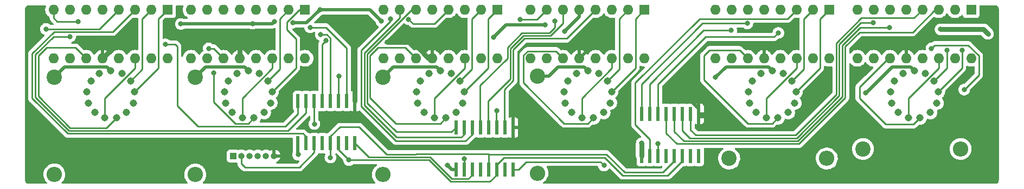
<source format=gbr>
%TF.GenerationSoftware,KiCad,Pcbnew,(6.0.6)*%
%TF.CreationDate,2023-12-25T11:13:00+01:00*%
%TF.ProjectId,nixieClockPCB,6e697869-6543-46c6-9f63-6b5043422e6b,rev?*%
%TF.SameCoordinates,Original*%
%TF.FileFunction,Copper,L2,Bot*%
%TF.FilePolarity,Positive*%
%FSLAX46Y46*%
G04 Gerber Fmt 4.6, Leading zero omitted, Abs format (unit mm)*
G04 Created by KiCad (PCBNEW (6.0.6)) date 2023-12-25 11:13:00*
%MOMM*%
%LPD*%
G01*
G04 APERTURE LIST*
%TA.AperFunction,ComponentPad*%
%ADD10C,2.400000*%
%TD*%
%TA.AperFunction,ComponentPad*%
%ADD11O,2.400000X2.400000*%
%TD*%
%TA.AperFunction,ComponentPad*%
%ADD12O,1.000000X1.000000*%
%TD*%
%TA.AperFunction,ComponentPad*%
%ADD13R,1.000000X1.000000*%
%TD*%
%TA.AperFunction,ComponentPad*%
%ADD14C,1.137920*%
%TD*%
%TA.AperFunction,ComponentPad*%
%ADD15R,1.600000X1.600000*%
%TD*%
%TA.AperFunction,ComponentPad*%
%ADD16O,1.600000X1.600000*%
%TD*%
%TA.AperFunction,SMDPad,CuDef*%
%ADD17R,0.599440X2.199640*%
%TD*%
%TA.AperFunction,ViaPad*%
%ADD18C,0.800000*%
%TD*%
%TA.AperFunction,ViaPad*%
%ADD19C,1.000000*%
%TD*%
%TA.AperFunction,Conductor*%
%ADD20C,0.250000*%
%TD*%
%TA.AperFunction,Conductor*%
%ADD21C,0.500000*%
%TD*%
%TA.AperFunction,Conductor*%
%ADD22C,0.800000*%
%TD*%
G04 APERTURE END LIST*
D10*
%TO.P,R2,1*%
%TO.N,Net-(N2-PadA)*%
X40650000Y-30080000D03*
D11*
%TO.P,R2,2*%
%TO.N,Vdrive*%
X40650000Y-45320000D03*
%TD*%
D12*
%TO.P,J1,6,Pin_6*%
%TO.N,GND*%
X52940000Y-42400000D03*
%TO.P,J1,5,Pin_5*%
%TO.N,+5V*%
X51670000Y-42400000D03*
%TO.P,J1,4,Pin_4*%
%TO.N,Vdrive*%
X50400000Y-42400000D03*
%TO.P,J1,3,Pin_3*%
%TO.N,LATCH*%
X49130000Y-42400000D03*
%TO.P,J1,2,Pin_2*%
%TO.N,DATA*%
X47860000Y-42400000D03*
D13*
%TO.P,J1,1,Pin_1*%
%TO.N,CLOCK*%
X46590000Y-42400000D03*
%TD*%
D10*
%TO.P,R3,1*%
%TO.N,Net-(N3-PadA)*%
X69950000Y-30080000D03*
D11*
%TO.P,R3,2*%
%TO.N,Vdrive*%
X69950000Y-45320000D03*
%TD*%
D14*
%TO.P,N6,0,0*%
%TO.N,Net-(N6-Pad0)*%
X154652929Y-29452191D03*
%TO.P,N6,1,1*%
%TO.N,Net-(N6-Pad1)*%
X151168049Y-29452191D03*
%TO.P,N6,2,2*%
%TO.N,Net-(N6-Pad2)*%
X155399689Y-35583751D03*
%TO.P,N6,3,3*%
%TO.N,Net-(N6-Pad3)*%
X149184309Y-32322391D03*
%TO.P,N6,4,4*%
%TO.N,Net-(N6-Pad4)*%
X150421289Y-35583751D03*
%TO.P,N6,5,5*%
%TO.N,Net-(N6-Pad5)*%
X152013869Y-36419411D03*
%TO.P,N6,6,6*%
%TO.N,Net-(N6-Pad6)*%
X153807109Y-36419411D03*
%TO.P,N6,7,7*%
%TO.N,Net-(N6-Pad7)*%
X149821849Y-30643451D03*
%TO.P,N6,8,8*%
%TO.N,Net-(N6-Pad8)*%
X156636669Y-32322391D03*
%TO.P,N6,9,9*%
%TO.N,Net-(N6-Pad9)*%
X155999129Y-30643451D03*
%TO.P,N6,A,A*%
%TO.N,Net-(N6-PadA)*%
X152910489Y-29020391D03*
%TO.P,N6,LHDP,LHDP*%
%TO.N,unconnected-(N6-PadLHDP)*%
X156420769Y-34105471D03*
%TO.P,N6,RHDP,RHDP*%
%TO.N,unconnected-(N6-PadRHDP)*%
X149400209Y-34105471D03*
%TD*%
D15*
%TO.P,U5,1,~{Q8}*%
%TO.N,Net-(N5-Pad8)*%
X139585489Y-19474511D03*
D16*
%TO.P,U5,2,~{Q9}*%
%TO.N,Net-(N5-Pad9)*%
X137045489Y-19474511D03*
%TO.P,U5,3,A*%
%TO.N,N5_A*%
X134505489Y-19474511D03*
%TO.P,U5,4,D*%
%TO.N,N5_D*%
X131965489Y-19474511D03*
%TO.P,U5,5,VCC*%
%TO.N,+5V*%
X129425489Y-19474511D03*
%TO.P,U5,6,B*%
%TO.N,N5_B*%
X126885489Y-19474511D03*
%TO.P,U5,7,C*%
%TO.N,N5_C*%
X124345489Y-19474511D03*
%TO.P,U5,8,~{Q2}*%
%TO.N,Net-(N5-Pad2)*%
X121805489Y-19474511D03*
%TO.P,U5,9,~{Q3}*%
%TO.N,Net-(N5-Pad3)*%
X121805489Y-27094511D03*
%TO.P,U5,10,~{Q7}*%
%TO.N,Net-(N5-Pad7)*%
X124345489Y-27094511D03*
%TO.P,U5,11,~{Q6}*%
%TO.N,Net-(N5-Pad6)*%
X126885489Y-27094511D03*
%TO.P,U5,12,GND*%
%TO.N,GND*%
X129425489Y-27094511D03*
%TO.P,U5,13,~{Q4}*%
%TO.N,Net-(N5-Pad4)*%
X131965489Y-27094511D03*
%TO.P,U5,14,~{Q5}*%
%TO.N,Net-(N5-Pad5)*%
X134505489Y-27094511D03*
%TO.P,U5,15,~{Q1}*%
%TO.N,Net-(N5-Pad1)*%
X137045489Y-27094511D03*
%TO.P,U5,16,~{Q0}*%
%TO.N,Net-(N5-Pad0)*%
X139585489Y-27094511D03*
%TD*%
D10*
%TO.P,R4,1*%
%TO.N,Net-(N4-PadA)*%
X94050000Y-29850000D03*
D11*
%TO.P,R4,2*%
%TO.N,Vdrive*%
X94050000Y-45090000D03*
%TD*%
D14*
%TO.P,N3,0,0*%
%TO.N,Net-(N3-Pad0)*%
X80652929Y-29452191D03*
%TO.P,N3,1,1*%
%TO.N,Net-(N3-Pad1)*%
X77168049Y-29452191D03*
%TO.P,N3,2,2*%
%TO.N,Net-(N3-Pad2)*%
X81399689Y-35583751D03*
%TO.P,N3,3,3*%
%TO.N,Net-(N3-Pad3)*%
X75184309Y-32322391D03*
%TO.P,N3,4,4*%
%TO.N,Net-(N3-Pad4)*%
X76421289Y-35583751D03*
%TO.P,N3,5,5*%
%TO.N,Net-(N3-Pad5)*%
X78013869Y-36419411D03*
%TO.P,N3,6,6*%
%TO.N,Net-(N3-Pad6)*%
X79807109Y-36419411D03*
%TO.P,N3,7,7*%
%TO.N,Net-(N3-Pad7)*%
X75821849Y-30643451D03*
%TO.P,N3,8,8*%
%TO.N,Net-(N3-Pad8)*%
X82636669Y-32322391D03*
%TO.P,N3,9,9*%
%TO.N,Net-(N3-Pad9)*%
X81999129Y-30643451D03*
%TO.P,N3,A,A*%
%TO.N,Net-(N3-PadA)*%
X78910489Y-29020391D03*
%TO.P,N3,LHDP,LHDP*%
%TO.N,unconnected-(N3-PadLHDP)*%
X82420769Y-34105471D03*
%TO.P,N3,RHDP,RHDP*%
%TO.N,unconnected-(N3-PadRHDP)*%
X75400209Y-34105471D03*
%TD*%
%TO.P,N4,0,0*%
%TO.N,Net-(N4-Pad0)*%
X103652929Y-29447920D03*
%TO.P,N4,1,1*%
%TO.N,Net-(N4-Pad1)*%
X100168049Y-29447920D03*
%TO.P,N4,2,2*%
%TO.N,Net-(N4-Pad2)*%
X104399689Y-35579480D03*
%TO.P,N4,3,3*%
%TO.N,Net-(N4-Pad3)*%
X98184309Y-32318120D03*
%TO.P,N4,4,4*%
%TO.N,Net-(N4-Pad4)*%
X99421289Y-35579480D03*
%TO.P,N4,5,5*%
%TO.N,Net-(N4-Pad5)*%
X101013869Y-36415140D03*
%TO.P,N4,6,6*%
%TO.N,Net-(N4-Pad6)*%
X102807109Y-36415140D03*
%TO.P,N4,7,7*%
%TO.N,Net-(N4-Pad7)*%
X98821849Y-30639180D03*
%TO.P,N4,8,8*%
%TO.N,Net-(N4-Pad8)*%
X105636669Y-32318120D03*
%TO.P,N4,9,9*%
%TO.N,Net-(N4-Pad9)*%
X104999129Y-30639180D03*
%TO.P,N4,A,A*%
%TO.N,Net-(N4-PadA)*%
X101910489Y-29016120D03*
%TO.P,N4,LHDP,LHDP*%
%TO.N,unconnected-(N4-PadLHDP)*%
X105420769Y-34101200D03*
%TO.P,N4,RHDP,RHDP*%
%TO.N,unconnected-(N4-PadRHDP)*%
X98400209Y-34101200D03*
%TD*%
D15*
%TO.P,U4,1,~{Q8}*%
%TO.N,Net-(N4-Pad8)*%
X110785489Y-19470240D03*
D16*
%TO.P,U4,2,~{Q9}*%
%TO.N,Net-(N4-Pad9)*%
X108245489Y-19470240D03*
%TO.P,U4,3,A*%
%TO.N,N4_A*%
X105705489Y-19470240D03*
%TO.P,U4,4,D*%
%TO.N,N4_D*%
X103165489Y-19470240D03*
%TO.P,U4,5,VCC*%
%TO.N,+5V*%
X100625489Y-19470240D03*
%TO.P,U4,6,B*%
%TO.N,N4_B*%
X98085489Y-19470240D03*
%TO.P,U4,7,C*%
%TO.N,N4_C*%
X95545489Y-19470240D03*
%TO.P,U4,8,~{Q2}*%
%TO.N,Net-(N4-Pad2)*%
X93005489Y-19470240D03*
%TO.P,U4,9,~{Q3}*%
%TO.N,Net-(N4-Pad3)*%
X93005489Y-27090240D03*
%TO.P,U4,10,~{Q7}*%
%TO.N,Net-(N4-Pad7)*%
X95545489Y-27090240D03*
%TO.P,U4,11,~{Q6}*%
%TO.N,Net-(N4-Pad6)*%
X98085489Y-27090240D03*
%TO.P,U4,12,GND*%
%TO.N,GND*%
X100625489Y-27090240D03*
%TO.P,U4,13,~{Q4}*%
%TO.N,Net-(N4-Pad4)*%
X103165489Y-27090240D03*
%TO.P,U4,14,~{Q5}*%
%TO.N,Net-(N4-Pad5)*%
X105705489Y-27090240D03*
%TO.P,U4,15,~{Q1}*%
%TO.N,Net-(N4-Pad1)*%
X108245489Y-27090240D03*
%TO.P,U4,16,~{Q0}*%
%TO.N,Net-(N4-Pad0)*%
X110785489Y-27090240D03*
%TD*%
D15*
%TO.P,U3,1,~{Q8}*%
%TO.N,Net-(N3-Pad8)*%
X87785489Y-19474511D03*
D16*
%TO.P,U3,2,~{Q9}*%
%TO.N,Net-(N3-Pad9)*%
X85245489Y-19474511D03*
%TO.P,U3,3,A*%
%TO.N,N3_A*%
X82705489Y-19474511D03*
%TO.P,U3,4,D*%
%TO.N,N3_D*%
X80165489Y-19474511D03*
%TO.P,U3,5,VCC*%
%TO.N,+5V*%
X77625489Y-19474511D03*
%TO.P,U3,6,B*%
%TO.N,N3_B*%
X75085489Y-19474511D03*
%TO.P,U3,7,C*%
%TO.N,N3_C*%
X72545489Y-19474511D03*
%TO.P,U3,8,~{Q2}*%
%TO.N,Net-(N3-Pad2)*%
X70005489Y-19474511D03*
%TO.P,U3,9,~{Q3}*%
%TO.N,Net-(N3-Pad3)*%
X70005489Y-27094511D03*
%TO.P,U3,10,~{Q7}*%
%TO.N,Net-(N3-Pad7)*%
X72545489Y-27094511D03*
%TO.P,U3,11,~{Q6}*%
%TO.N,Net-(N3-Pad6)*%
X75085489Y-27094511D03*
%TO.P,U3,12,GND*%
%TO.N,GND*%
X77625489Y-27094511D03*
%TO.P,U3,13,~{Q4}*%
%TO.N,Net-(N3-Pad4)*%
X80165489Y-27094511D03*
%TO.P,U3,14,~{Q5}*%
%TO.N,Net-(N3-Pad5)*%
X82705489Y-27094511D03*
%TO.P,U3,15,~{Q1}*%
%TO.N,Net-(N3-Pad1)*%
X85245489Y-27094511D03*
%TO.P,U3,16,~{Q0}*%
%TO.N,Net-(N3-Pad0)*%
X87785489Y-27094511D03*
%TD*%
D15*
%TO.P,U2,1,~{Q8}*%
%TO.N,Net-(N2-Pad8)*%
X57785489Y-19474511D03*
D16*
%TO.P,U2,2,~{Q9}*%
%TO.N,Net-(N2-Pad9)*%
X55245489Y-19474511D03*
%TO.P,U2,3,A*%
%TO.N,N2_A*%
X52705489Y-19474511D03*
%TO.P,U2,4,D*%
%TO.N,N2_D*%
X50165489Y-19474511D03*
%TO.P,U2,5,VCC*%
%TO.N,+5V*%
X47625489Y-19474511D03*
%TO.P,U2,6,B*%
%TO.N,N2_B*%
X45085489Y-19474511D03*
%TO.P,U2,7,C*%
%TO.N,N2_C*%
X42545489Y-19474511D03*
%TO.P,U2,8,~{Q2}*%
%TO.N,Net-(N2-Pad2)*%
X40005489Y-19474511D03*
%TO.P,U2,9,~{Q3}*%
%TO.N,Net-(N2-Pad3)*%
X40005489Y-27094511D03*
%TO.P,U2,10,~{Q7}*%
%TO.N,Net-(N2-Pad7)*%
X42545489Y-27094511D03*
%TO.P,U2,11,~{Q6}*%
%TO.N,Net-(N2-Pad6)*%
X45085489Y-27094511D03*
%TO.P,U2,12,GND*%
%TO.N,GND*%
X47625489Y-27094511D03*
%TO.P,U2,13,~{Q4}*%
%TO.N,Net-(N2-Pad4)*%
X50165489Y-27094511D03*
%TO.P,U2,14,~{Q5}*%
%TO.N,Net-(N2-Pad5)*%
X52705489Y-27094511D03*
%TO.P,U2,15,~{Q1}*%
%TO.N,Net-(N2-Pad1)*%
X55245489Y-27094511D03*
%TO.P,U2,16,~{Q0}*%
%TO.N,Net-(N2-Pad0)*%
X57785489Y-27094511D03*
%TD*%
D15*
%TO.P,U1,1,~{Q8}*%
%TO.N,Net-(N1-Pad8)*%
X36325000Y-19470240D03*
D16*
%TO.P,U1,2,~{Q9}*%
%TO.N,Net-(N1-Pad9)*%
X33785000Y-19470240D03*
%TO.P,U1,3,A*%
%TO.N,N1_A*%
X31245000Y-19470240D03*
%TO.P,U1,4,D*%
%TO.N,N1_D*%
X28705000Y-19470240D03*
%TO.P,U1,5,VCC*%
%TO.N,+5V*%
X26165000Y-19470240D03*
%TO.P,U1,6,B*%
%TO.N,N1_B*%
X23625000Y-19470240D03*
%TO.P,U1,7,C*%
%TO.N,N1_C*%
X21085000Y-19470240D03*
%TO.P,U1,8,~{Q2}*%
%TO.N,Net-(N1-Pad2)*%
X18545000Y-19470240D03*
%TO.P,U1,9,~{Q3}*%
%TO.N,Net-(N1-Pad3)*%
X18545000Y-27090240D03*
%TO.P,U1,10,~{Q7}*%
%TO.N,Net-(N1-Pad7)*%
X21085000Y-27090240D03*
%TO.P,U1,11,~{Q6}*%
%TO.N,Net-(N1-Pad6)*%
X23625000Y-27090240D03*
%TO.P,U1,12,GND*%
%TO.N,GND*%
X26165000Y-27090240D03*
%TO.P,U1,13,~{Q4}*%
%TO.N,Net-(N1-Pad4)*%
X28705000Y-27090240D03*
%TO.P,U1,14,~{Q5}*%
%TO.N,Net-(N1-Pad5)*%
X31245000Y-27090240D03*
%TO.P,U1,15,~{Q1}*%
%TO.N,Net-(N1-Pad1)*%
X33785000Y-27090240D03*
%TO.P,U1,16,~{Q0}*%
%TO.N,Net-(N1-Pad0)*%
X36325000Y-27090240D03*
%TD*%
D10*
%TO.P,R1,1*%
%TO.N,Net-(N1-PadA)*%
X18650000Y-30050000D03*
D11*
%TO.P,R1,2*%
%TO.N,Vdrive*%
X18650000Y-45290000D03*
%TD*%
D15*
%TO.P,U6,1,~{Q8}*%
%TO.N,Net-(N6-Pad8)*%
X161785489Y-19474511D03*
D16*
%TO.P,U6,2,~{Q9}*%
%TO.N,Net-(N6-Pad9)*%
X159245489Y-19474511D03*
%TO.P,U6,3,A*%
%TO.N,N6_A*%
X156705489Y-19474511D03*
%TO.P,U6,4,D*%
%TO.N,N6_D*%
X154165489Y-19474511D03*
%TO.P,U6,5,VCC*%
%TO.N,+5V*%
X151625489Y-19474511D03*
%TO.P,U6,6,B*%
%TO.N,N6_B*%
X149085489Y-19474511D03*
%TO.P,U6,7,C*%
%TO.N,N6_C*%
X146545489Y-19474511D03*
%TO.P,U6,8,~{Q2}*%
%TO.N,Net-(N6-Pad2)*%
X144005489Y-19474511D03*
%TO.P,U6,9,~{Q3}*%
%TO.N,Net-(N6-Pad3)*%
X144005489Y-27094511D03*
%TO.P,U6,10,~{Q7}*%
%TO.N,Net-(N6-Pad7)*%
X146545489Y-27094511D03*
%TO.P,U6,11,~{Q6}*%
%TO.N,Net-(N6-Pad6)*%
X149085489Y-27094511D03*
%TO.P,U6,12,GND*%
%TO.N,GND*%
X151625489Y-27094511D03*
%TO.P,U6,13,~{Q4}*%
%TO.N,Net-(N6-Pad4)*%
X154165489Y-27094511D03*
%TO.P,U6,14,~{Q5}*%
%TO.N,Net-(N6-Pad5)*%
X156705489Y-27094511D03*
%TO.P,U6,15,~{Q1}*%
%TO.N,Net-(N6-Pad1)*%
X159245489Y-27094511D03*
%TO.P,U6,16,~{Q0}*%
%TO.N,Net-(N6-Pad0)*%
X161785489Y-27094511D03*
%TD*%
D14*
%TO.P,N1,0,0*%
%TO.N,Net-(N1-Pad0)*%
X29192440Y-29447920D03*
%TO.P,N1,1,1*%
%TO.N,Net-(N1-Pad1)*%
X25707560Y-29447920D03*
%TO.P,N1,2,2*%
%TO.N,Net-(N1-Pad2)*%
X29939200Y-35579480D03*
%TO.P,N1,3,3*%
%TO.N,Net-(N1-Pad3)*%
X23723820Y-32318120D03*
%TO.P,N1,4,4*%
%TO.N,Net-(N1-Pad4)*%
X24960800Y-35579480D03*
%TO.P,N1,5,5*%
%TO.N,Net-(N1-Pad5)*%
X26553380Y-36415140D03*
%TO.P,N1,6,6*%
%TO.N,Net-(N1-Pad6)*%
X28346620Y-36415140D03*
%TO.P,N1,7,7*%
%TO.N,Net-(N1-Pad7)*%
X24361360Y-30639180D03*
%TO.P,N1,8,8*%
%TO.N,Net-(N1-Pad8)*%
X31176180Y-32318120D03*
%TO.P,N1,9,9*%
%TO.N,Net-(N1-Pad9)*%
X30538640Y-30639180D03*
%TO.P,N1,A,A*%
%TO.N,Net-(N1-PadA)*%
X27450000Y-29016120D03*
%TO.P,N1,LHDP,LHDP*%
%TO.N,unconnected-(N1-PadLHDP)*%
X30960280Y-34101200D03*
%TO.P,N1,RHDP,RHDP*%
%TO.N,unconnected-(N1-PadRHDP)*%
X23939720Y-34101200D03*
%TD*%
D10*
%TO.P,R6,1*%
%TO.N,Net-(N6-PadA)*%
X144880000Y-41300000D03*
D11*
%TO.P,R6,2*%
%TO.N,Vdrive*%
X160120000Y-41300000D03*
%TD*%
D10*
%TO.P,R5,1*%
%TO.N,Net-(N5-PadA)*%
X124000000Y-42800000D03*
D11*
%TO.P,R5,2*%
%TO.N,Vdrive*%
X139240000Y-42800000D03*
%TD*%
D14*
%TO.P,N2,0,0*%
%TO.N,Net-(N2-Pad0)*%
X50652929Y-29452191D03*
%TO.P,N2,1,1*%
%TO.N,Net-(N2-Pad1)*%
X47168049Y-29452191D03*
%TO.P,N2,2,2*%
%TO.N,Net-(N2-Pad2)*%
X51399689Y-35583751D03*
%TO.P,N2,3,3*%
%TO.N,Net-(N2-Pad3)*%
X45184309Y-32322391D03*
%TO.P,N2,4,4*%
%TO.N,Net-(N2-Pad4)*%
X46421289Y-35583751D03*
%TO.P,N2,5,5*%
%TO.N,Net-(N2-Pad5)*%
X48013869Y-36419411D03*
%TO.P,N2,6,6*%
%TO.N,Net-(N2-Pad6)*%
X49807109Y-36419411D03*
%TO.P,N2,7,7*%
%TO.N,Net-(N2-Pad7)*%
X45821849Y-30643451D03*
%TO.P,N2,8,8*%
%TO.N,Net-(N2-Pad8)*%
X52636669Y-32322391D03*
%TO.P,N2,9,9*%
%TO.N,Net-(N2-Pad9)*%
X51999129Y-30643451D03*
%TO.P,N2,A,A*%
%TO.N,Net-(N2-PadA)*%
X48910489Y-29020391D03*
%TO.P,N2,LHDP,LHDP*%
%TO.N,unconnected-(N2-PadLHDP)*%
X52420769Y-34105471D03*
%TO.P,N2,RHDP,RHDP*%
%TO.N,unconnected-(N2-PadRHDP)*%
X45400209Y-34105471D03*
%TD*%
%TO.P,N5,0,0*%
%TO.N,Net-(N5-Pad0)*%
X132452929Y-29452191D03*
%TO.P,N5,1,1*%
%TO.N,Net-(N5-Pad1)*%
X128968049Y-29452191D03*
%TO.P,N5,2,2*%
%TO.N,Net-(N5-Pad2)*%
X133199689Y-35583751D03*
%TO.P,N5,3,3*%
%TO.N,Net-(N5-Pad3)*%
X126984309Y-32322391D03*
%TO.P,N5,4,4*%
%TO.N,Net-(N5-Pad4)*%
X128221289Y-35583751D03*
%TO.P,N5,5,5*%
%TO.N,Net-(N5-Pad5)*%
X129813869Y-36419411D03*
%TO.P,N5,6,6*%
%TO.N,Net-(N5-Pad6)*%
X131607109Y-36419411D03*
%TO.P,N5,7,7*%
%TO.N,Net-(N5-Pad7)*%
X127621849Y-30643451D03*
%TO.P,N5,8,8*%
%TO.N,Net-(N5-Pad8)*%
X134436669Y-32322391D03*
%TO.P,N5,9,9*%
%TO.N,Net-(N5-Pad9)*%
X133799129Y-30643451D03*
%TO.P,N5,A,A*%
%TO.N,Net-(N5-PadA)*%
X130710489Y-29020391D03*
%TO.P,N5,LHDP,LHDP*%
%TO.N,unconnected-(N5-PadLHDP)*%
X134220769Y-34105471D03*
%TO.P,N5,RHDP,RHDP*%
%TO.N,unconnected-(N5-PadRHDP)*%
X127200209Y-34105471D03*
%TD*%
D17*
%TO.P,U8,1,QB*%
%TO.N,N3_B*%
X81355000Y-37950540D03*
%TO.P,U8,2,QC*%
%TO.N,N3_C*%
X82625000Y-37950540D03*
%TO.P,U8,3,QD*%
%TO.N,N3_D*%
X83895000Y-37950540D03*
%TO.P,U8,4,QE*%
%TO.N,N4_A*%
X85165000Y-37950540D03*
%TO.P,U8,5,QF*%
%TO.N,N4_B*%
X86435000Y-37950540D03*
%TO.P,U8,6,QG*%
%TO.N,N4_C*%
X87705000Y-37950540D03*
%TO.P,U8,7,QH*%
%TO.N,N4_D*%
X88975000Y-37950540D03*
%TO.P,U8,8,GND*%
%TO.N,GND*%
X90245000Y-37950540D03*
%TO.P,U8,9,QH'*%
%TO.N,Net-(U8-Pad9)*%
X90245000Y-44549460D03*
%TO.P,U8,10,~{SRCLR}*%
%TO.N,unconnected-(U8-Pad10)*%
X88975000Y-44549460D03*
%TO.P,U8,11,SRCLK*%
%TO.N,CLOCK*%
X87705000Y-44549460D03*
%TO.P,U8,12,RCLK*%
%TO.N,LATCH*%
X86435000Y-44549460D03*
%TO.P,U8,13,~{OE}*%
%TO.N,unconnected-(U8-Pad13)*%
X85165000Y-44549460D03*
%TO.P,U8,14,SER*%
%TO.N,Net-(U7-Pad9)*%
X83895000Y-44549460D03*
%TO.P,U8,15,QA*%
%TO.N,N3_A*%
X82625000Y-44549460D03*
%TO.P,U8,16,VCC*%
%TO.N,+5V*%
X81355000Y-44549460D03*
%TD*%
%TO.P,U9,1,QB*%
%TO.N,N5_B*%
X110355000Y-35800540D03*
%TO.P,U9,2,QC*%
%TO.N,N5_C*%
X111625000Y-35800540D03*
%TO.P,U9,3,QD*%
%TO.N,N5_D*%
X112895000Y-35800540D03*
%TO.P,U9,4,QE*%
%TO.N,N6_A*%
X114165000Y-35800540D03*
%TO.P,U9,5,QF*%
%TO.N,N6_B*%
X115435000Y-35800540D03*
%TO.P,U9,6,QG*%
%TO.N,N6_C*%
X116705000Y-35800540D03*
%TO.P,U9,7,QH*%
%TO.N,N6_D*%
X117975000Y-35800540D03*
%TO.P,U9,8,GND*%
%TO.N,GND*%
X119245000Y-35800540D03*
%TO.P,U9,9,QH'*%
%TO.N,unconnected-(U9-Pad9)*%
X119245000Y-42399460D03*
%TO.P,U9,10,~{SRCLR}*%
%TO.N,unconnected-(U9-Pad10)*%
X117975000Y-42399460D03*
%TO.P,U9,11,SRCLK*%
%TO.N,CLOCK*%
X116705000Y-42399460D03*
%TO.P,U9,12,RCLK*%
%TO.N,LATCH*%
X115435000Y-42399460D03*
%TO.P,U9,13,~{OE}*%
%TO.N,unconnected-(U9-Pad13)*%
X114165000Y-42399460D03*
%TO.P,U9,14,SER*%
%TO.N,Net-(U8-Pad9)*%
X112895000Y-42399460D03*
%TO.P,U9,15,QA*%
%TO.N,N5_A*%
X111625000Y-42399460D03*
%TO.P,U9,16,VCC*%
%TO.N,+5V*%
X110355000Y-42399460D03*
%TD*%
%TO.P,U7,1,QB*%
%TO.N,N1_B*%
X56692350Y-33800540D03*
%TO.P,U7,2,QC*%
%TO.N,N1_C*%
X57962350Y-33800540D03*
%TO.P,U7,3,QD*%
%TO.N,N1_D*%
X59232350Y-33800540D03*
%TO.P,U7,4,QE*%
%TO.N,N2_A*%
X60502350Y-33800540D03*
%TO.P,U7,5,QF*%
%TO.N,N2_B*%
X61772350Y-33800540D03*
%TO.P,U7,6,QG*%
%TO.N,N2_C*%
X63042350Y-33800540D03*
%TO.P,U7,7,QH*%
%TO.N,N2_D*%
X64312350Y-33800540D03*
%TO.P,U7,8,GND*%
%TO.N,GND*%
X65582350Y-33800540D03*
%TO.P,U7,9,QH'*%
%TO.N,Net-(U7-Pad9)*%
X65582350Y-40399460D03*
%TO.P,U7,10,~{SRCLR}*%
%TO.N,unconnected-(U7-Pad10)*%
X64312350Y-40399460D03*
%TO.P,U7,11,SRCLK*%
%TO.N,CLOCK*%
X63042350Y-40399460D03*
%TO.P,U7,12,RCLK*%
%TO.N,LATCH*%
X61772350Y-40399460D03*
%TO.P,U7,13,~{OE}*%
%TO.N,unconnected-(U7-Pad13)*%
X60502350Y-40399460D03*
%TO.P,U7,14,SER*%
%TO.N,DATA*%
X59232350Y-40399460D03*
%TO.P,U7,15,QA*%
%TO.N,N1_A*%
X57962350Y-40399460D03*
%TO.P,U7,16,VCC*%
%TO.N,+5V*%
X56692350Y-40399460D03*
%TD*%
D18*
%TO.N,+5V*%
X69700000Y-21250000D03*
%TO.N,GND*%
X66950000Y-44150000D03*
X65600000Y-36450000D03*
%TO.N,+5V*%
X60100000Y-19450000D03*
X55875049Y-21499549D03*
X53000000Y-21350000D03*
%TO.N,LATCH*%
X61750000Y-42650000D03*
%TO.N,CLOCK*%
X64650000Y-43050000D03*
%TO.N,GND*%
X31000000Y-23500000D03*
X123750000Y-37800000D03*
X115050000Y-31300000D03*
X65550000Y-29900000D03*
X50300000Y-24100000D03*
X57750000Y-24100000D03*
D19*
X107950000Y-39250000D03*
D18*
X36800000Y-23500000D03*
X129900000Y-42550000D03*
X70650000Y-24550000D03*
X103600000Y-25200000D03*
%TO.N,+5V*%
X56700000Y-42200000D03*
X157000000Y-22550000D03*
X98300000Y-22900000D03*
X87200000Y-23800000D03*
X80050000Y-43900000D03*
X110350000Y-40400000D03*
X95300000Y-21850000D03*
X49600000Y-21650000D03*
X164400000Y-23250000D03*
X38400000Y-21700000D03*
%TO.N,Net-(N1-Pad2)*%
X22350000Y-21300000D03*
%TO.N,Net-(N2-Pad6)*%
X42750000Y-25550000D03*
X43551900Y-29398100D03*
%TO.N,Net-(N5-PadA)*%
X121860489Y-30074511D03*
%TO.N,Net-(N6-PadA)*%
X145300000Y-32550000D03*
%TO.N,Net-(N6-Pad9)*%
X158000000Y-25850000D03*
%TO.N,Net-(N6-Pad8)*%
X160370000Y-25795000D03*
%TO.N,Net-(N6-Pad4)*%
X160680000Y-32005000D03*
X155575000Y-25550000D03*
%TO.N,N1_C*%
X21100000Y-23674020D03*
%TO.N,N1_B*%
X36000000Y-24900000D03*
%TO.N,N1_D*%
X59250000Y-37400000D03*
X17350000Y-22500000D03*
%TO.N,N2_C*%
X63050000Y-29900000D03*
%TO.N,N2_B*%
X60250000Y-23400000D03*
%TO.N,N2_D*%
X58600000Y-22250000D03*
%TO.N,N2_A*%
X61047850Y-24337299D03*
%TO.N,N3_D*%
X71150000Y-20950000D03*
X73962299Y-20962299D03*
%TO.N,N3_A*%
X82650000Y-42850000D03*
%TO.N,N4_C*%
X87700000Y-35300000D03*
X91350000Y-21000000D03*
%TO.N,N4_A*%
X96800000Y-21250000D03*
%TO.N,N5_C*%
X124325000Y-22700000D03*
%TO.N,N5_B*%
X126825000Y-21625000D03*
%TO.N,N5_D*%
X131675000Y-23100000D03*
%TO.N,N6_C*%
X146525000Y-21525500D03*
%TO.N,N6_B*%
X149050000Y-22250000D03*
%TO.N,Net-(U8-Pad9)*%
X112900000Y-40500000D03*
X104450000Y-43900000D03*
%TD*%
D20*
%TO.N,N2_A*%
X60502350Y-24882799D02*
X60502350Y-33800540D01*
X61047850Y-24337299D02*
X60502350Y-24882799D01*
%TO.N,N2_B*%
X61772350Y-23972350D02*
X61772350Y-33800540D01*
X61200000Y-23400000D02*
X61772350Y-23972350D01*
X60250000Y-23400000D02*
X61200000Y-23400000D01*
%TO.N,N2_D*%
X61050000Y-22250000D02*
X64312350Y-25512350D01*
X58600000Y-22250000D02*
X61050000Y-22250000D01*
X64312350Y-25512350D02*
X64312350Y-33800540D01*
D21*
%TO.N,+5V*%
X67100000Y-19450000D02*
X67900000Y-19450000D01*
X67900000Y-19450000D02*
X69700000Y-21250000D01*
%TO.N,GND*%
X65582350Y-36432350D02*
X65600000Y-36450000D01*
X65582350Y-33800540D02*
X65582350Y-36432350D01*
%TO.N,+5V*%
X58050451Y-21499549D02*
X60100000Y-19450000D01*
X55875049Y-21499549D02*
X58050451Y-21499549D01*
X60100000Y-19450000D02*
X67100000Y-19450000D01*
X52700000Y-21650000D02*
X53000000Y-21350000D01*
X49600000Y-21650000D02*
X52700000Y-21650000D01*
D20*
%TO.N,Net-(N2-Pad8)*%
X56370000Y-24070000D02*
X54950000Y-22650000D01*
X56370000Y-28589060D02*
X56370000Y-24070000D01*
X54950000Y-22650000D02*
X54950000Y-21400000D01*
X54950000Y-21400000D02*
X56875489Y-19474511D01*
X52636669Y-32322391D02*
X56370000Y-28589060D01*
X56875489Y-19474511D02*
X57785489Y-19474511D01*
%TO.N,LATCH*%
X61750000Y-40421810D02*
X61772350Y-40399460D01*
X61750000Y-42650000D02*
X61750000Y-40421810D01*
%TO.N,DATA*%
X47860000Y-43610000D02*
X47860000Y-42400000D01*
X56900000Y-44200000D02*
X48450000Y-44200000D01*
X59232350Y-40399460D02*
X59232350Y-41867650D01*
X59232350Y-41867650D02*
X56900000Y-44200000D01*
X48450000Y-44200000D02*
X47860000Y-43610000D01*
D21*
%TO.N,+5V*%
X56692350Y-42192350D02*
X56692350Y-40399460D01*
X56700000Y-42200000D02*
X56692350Y-42192350D01*
D20*
%TO.N,CLOCK*%
X63042350Y-41442350D02*
X63042350Y-40399460D01*
X86631249Y-46423311D02*
X80537593Y-46423311D01*
X64650000Y-43050000D02*
X63042350Y-41442350D01*
X87705000Y-45349560D02*
X86631249Y-46423311D01*
X80537593Y-46423311D02*
X77164282Y-43050000D01*
X87705000Y-44549460D02*
X87705000Y-45349560D01*
X77164282Y-43050000D02*
X64650000Y-43050000D01*
%TO.N,N1_A*%
X27765720Y-22949520D02*
X31245000Y-19470240D01*
X18614762Y-22949520D02*
X27765720Y-22949520D01*
X15200000Y-26364282D02*
X18614762Y-22949520D01*
X15200000Y-33371434D02*
X15200000Y-26364282D01*
X20728086Y-38899520D02*
X15200000Y-33371434D01*
X57962350Y-39362350D02*
X57499520Y-38899520D01*
X57962350Y-40399460D02*
X57962350Y-39362350D01*
%TO.N,LATCH*%
X86425489Y-42125489D02*
X86450000Y-42150000D01*
X75124511Y-42125489D02*
X86425489Y-42125489D01*
X75100000Y-42150000D02*
X75124511Y-42125489D01*
X66200000Y-37850000D02*
X70500000Y-42150000D01*
X63250000Y-37850000D02*
X66200000Y-37850000D01*
X61772350Y-40399460D02*
X61772350Y-39327650D01*
%TO.N,Net-(U7-Pad9)*%
X67783370Y-42600480D02*
X65582350Y-40399460D01*
X80723791Y-45973791D02*
X77350480Y-42600480D01*
X83895000Y-45349560D02*
X83270769Y-45973791D01*
X83895000Y-44549460D02*
X83895000Y-45349560D01*
D21*
%TO.N,GND*%
X65550000Y-33768190D02*
X65582350Y-33800540D01*
D22*
X65550000Y-29900000D02*
X65550000Y-33768190D01*
D20*
%TO.N,N1_A*%
X57499520Y-38899520D02*
X20728086Y-38899520D01*
%TO.N,N2_C*%
X63042350Y-29907650D02*
X63042350Y-33800540D01*
X63050000Y-29900000D02*
X63042350Y-29907650D01*
%TO.N,N1_D*%
X59232350Y-37382350D02*
X59250000Y-37400000D01*
%TO.N,N1_C*%
X57962350Y-35637650D02*
X57962350Y-33800540D01*
X55150000Y-38450000D02*
X57962350Y-35637650D01*
X15700000Y-33235717D02*
X20914283Y-38450000D01*
X15700000Y-26500000D02*
X15700000Y-33235717D01*
X18525980Y-23674020D02*
X15700000Y-26500000D01*
X21100000Y-23674020D02*
X18525980Y-23674020D01*
%TO.N,LATCH*%
X61772350Y-39327650D02*
X63250000Y-37850000D01*
X70500000Y-42150000D02*
X75100000Y-42150000D01*
%TO.N,N1_B*%
X37850000Y-25250000D02*
X37500000Y-24900000D01*
X37850000Y-34550000D02*
X37850000Y-25250000D01*
%TO.N,N1_D*%
X59232350Y-33800540D02*
X59232350Y-37382350D01*
%TO.N,N1_B*%
X41100000Y-37800000D02*
X37850000Y-34550000D01*
X56692350Y-35800640D02*
X54692990Y-37800000D01*
X56692350Y-33800540D02*
X56692350Y-35800640D01*
%TO.N,N1_C*%
X20914283Y-38450000D02*
X55150000Y-38450000D01*
%TO.N,Net-(U7-Pad9)*%
X77350480Y-42600480D02*
X67783370Y-42600480D01*
%TO.N,N1_B*%
X54692990Y-37800000D02*
X41100000Y-37800000D01*
X37500000Y-24900000D02*
X36000000Y-24900000D01*
%TO.N,Net-(U7-Pad9)*%
X83270769Y-45973791D02*
X80723791Y-45973791D01*
%TO.N,CLOCK*%
X116705000Y-43178022D02*
X116705000Y-42399460D01*
X107349520Y-45449520D02*
X114433502Y-45449520D01*
X88800000Y-42700000D02*
X104600000Y-42700000D01*
X114433502Y-45449520D02*
X116705000Y-43178022D01*
X87705000Y-44549460D02*
X87705000Y-43795000D01*
X104600000Y-42700000D02*
X107349520Y-45449520D01*
X87705000Y-43795000D02*
X88800000Y-42700000D01*
D21*
%TO.N,GND*%
X115544560Y-31300000D02*
X115050000Y-31300000D01*
X119520000Y-36075540D02*
X119245000Y-35800540D01*
D22*
X47625489Y-27094511D02*
X47625489Y-24824511D01*
D21*
X102515729Y-25200000D02*
X100625489Y-27090240D01*
D22*
X48300000Y-24150000D02*
X48350000Y-24100000D01*
X47625489Y-24824511D02*
X48300000Y-24150000D01*
X48350000Y-24100000D02*
X50300000Y-24100000D01*
X77094511Y-27094511D02*
X74900000Y-24900000D01*
X74900000Y-24900000D02*
X74550000Y-24550000D01*
D21*
X77625489Y-27094511D02*
X77094511Y-27094511D01*
D22*
X123750000Y-37800000D02*
X122025540Y-36075540D01*
D21*
X119245000Y-35000440D02*
X115544560Y-31300000D01*
D22*
X122025540Y-36075540D02*
X119520000Y-36075540D01*
X74550000Y-24550000D02*
X70650000Y-24550000D01*
X26165000Y-27090240D02*
X29755240Y-23500000D01*
X29755240Y-23500000D02*
X31000000Y-23500000D01*
D21*
X119245000Y-35800540D02*
X119245000Y-35000440D01*
X103600000Y-25200000D02*
X102515729Y-25200000D01*
%TO.N,+5V*%
X81355000Y-44549460D02*
X80699460Y-44549460D01*
X89150000Y-21850000D02*
X87200000Y-23800000D01*
X100625489Y-20574511D02*
X98300000Y-22900000D01*
X49600000Y-21650000D02*
X38450000Y-21650000D01*
X80699460Y-44549460D02*
X80050000Y-43900000D01*
D22*
X163700000Y-22550000D02*
X164400000Y-23250000D01*
X110350000Y-40400000D02*
X110350000Y-42394460D01*
X157000000Y-22550000D02*
X163700000Y-22550000D01*
X110350000Y-42394460D02*
X110355000Y-42399460D01*
D21*
X95300000Y-21850000D02*
X89150000Y-21850000D01*
X38450000Y-21650000D02*
X38400000Y-21700000D01*
X100625489Y-19470240D02*
X100625489Y-20574511D01*
D20*
%TO.N,LATCH*%
X104849520Y-42150000D02*
X107699520Y-45000000D01*
X86450000Y-42150000D02*
X104849520Y-42150000D01*
X86435000Y-44549460D02*
X86435000Y-42165000D01*
X115435000Y-43178022D02*
X115435000Y-42399460D01*
X86435000Y-42165000D02*
X86450000Y-42150000D01*
X107699520Y-45000000D02*
X113613022Y-45000000D01*
X113613022Y-45000000D02*
X115435000Y-43178022D01*
D21*
%TO.N,Net-(N1-PadA)*%
X27450000Y-29016120D02*
X26863329Y-28429449D01*
X20240791Y-28429449D02*
X18650000Y-30020240D01*
X26863329Y-28429449D02*
X20240791Y-28429449D01*
X18650000Y-30020240D02*
X18650000Y-30050000D01*
D20*
%TO.N,Net-(N1-Pad9)*%
X32369511Y-20885729D02*
X32369511Y-28808309D01*
X33785000Y-19470240D02*
X32369511Y-20885729D01*
X32369511Y-28808309D02*
X30538640Y-30639180D01*
%TO.N,Net-(N1-Pad8)*%
X34909511Y-20885729D02*
X36325000Y-19470240D01*
X31176180Y-32318120D02*
X34909511Y-28584789D01*
X34909511Y-28584789D02*
X34909511Y-20885729D01*
%TO.N,Net-(N1-Pad6)*%
X16149520Y-26686198D02*
X17415478Y-25420240D01*
X21100480Y-38000480D02*
X16149520Y-33049520D01*
X17415478Y-25420240D02*
X21955000Y-25420240D01*
X21955000Y-25420240D02*
X23625000Y-27090240D01*
X28346620Y-36415140D02*
X26761280Y-38000480D01*
X26761280Y-38000480D02*
X21100480Y-38000480D01*
X16149520Y-33049520D02*
X16149520Y-26686198D01*
%TO.N,Net-(N1-Pad5)*%
X26553380Y-36415140D02*
X26553380Y-33350540D01*
X26553380Y-33350540D02*
X31245000Y-28658920D01*
X31245000Y-28658920D02*
X31245000Y-27090240D01*
%TO.N,Net-(N1-Pad2)*%
X18545000Y-20745000D02*
X19100000Y-21300000D01*
X18545000Y-19470240D02*
X18545000Y-20745000D01*
X19100000Y-21300000D02*
X22350000Y-21300000D01*
D21*
%TO.N,Net-(N2-PadA)*%
X42296280Y-28433720D02*
X48323818Y-28433720D01*
X48323818Y-28433720D02*
X48910489Y-29020391D01*
X40650000Y-30080000D02*
X42296280Y-28433720D01*
D20*
%TO.N,Net-(N2-Pad9)*%
X53830000Y-20890000D02*
X53830000Y-28812580D01*
X53830000Y-28812580D02*
X51999129Y-30643451D01*
X55245489Y-19474511D02*
X53830000Y-20890000D01*
%TO.N,Net-(N2-Pad6)*%
X46886860Y-37312882D02*
X43550000Y-33976022D01*
X43550000Y-29350000D02*
X43550000Y-29396200D01*
X43550000Y-29396200D02*
X43551900Y-29398100D01*
X48913638Y-37312882D02*
X46886860Y-37312882D01*
X43550000Y-33976022D02*
X43550000Y-29350000D01*
X42750000Y-25550000D02*
X43540978Y-25550000D01*
X43540978Y-25550000D02*
X45085489Y-27094511D01*
X49807109Y-36419411D02*
X48913638Y-37312882D01*
%TO.N,Net-(N2-Pad5)*%
X48013869Y-33354811D02*
X52705489Y-28663191D01*
X48013869Y-36419411D02*
X48013869Y-33354811D01*
X52705489Y-28663191D02*
X52705489Y-27094511D01*
D21*
%TO.N,Net-(N3-PadA)*%
X71596280Y-28433720D02*
X78323818Y-28433720D01*
X69950000Y-30080000D02*
X71596280Y-28433720D01*
X78323818Y-28433720D02*
X78910489Y-29020391D01*
D20*
%TO.N,Net-(N3-Pad9)*%
X85245489Y-19474511D02*
X83830000Y-20890000D01*
X83830000Y-28812580D02*
X81999129Y-30643451D01*
X83830000Y-20890000D02*
X83830000Y-28812580D01*
%TO.N,Net-(N3-Pad8)*%
X86370000Y-20890000D02*
X87785489Y-19474511D01*
X82636669Y-32322391D02*
X86370000Y-28589060D01*
X86370000Y-28589060D02*
X86370000Y-20890000D01*
%TO.N,Net-(N3-Pad6)*%
X69160489Y-25424511D02*
X73415489Y-25424511D01*
X67950000Y-33250000D02*
X67950000Y-26635000D01*
X73415489Y-25424511D02*
X75085489Y-27094511D01*
X72012882Y-37312882D02*
X67950000Y-33250000D01*
X78913638Y-37312882D02*
X72012882Y-37312882D01*
X67950000Y-26635000D02*
X69160489Y-25424511D01*
X79807109Y-36419411D02*
X78913638Y-37312882D01*
%TO.N,Net-(N3-Pad5)*%
X78013869Y-33354811D02*
X82705489Y-28663191D01*
X82705489Y-28663191D02*
X82705489Y-27094511D01*
X78013869Y-36419411D02*
X78013869Y-33354811D01*
D21*
%TO.N,Net-(N4-PadA)*%
X94050000Y-29850000D02*
X95850000Y-29850000D01*
X95850000Y-29850000D02*
X97270551Y-28429449D01*
X97270551Y-28429449D02*
X101323818Y-28429449D01*
X101323818Y-28429449D02*
X101910489Y-29016120D01*
D20*
%TO.N,Net-(N4-Pad9)*%
X106830000Y-20885729D02*
X106830000Y-28808309D01*
X108245489Y-19470240D02*
X106830000Y-20885729D01*
X106830000Y-28808309D02*
X104999129Y-30639180D01*
%TO.N,Net-(N4-Pad8)*%
X109370000Y-28584789D02*
X109370000Y-20885729D01*
X109370000Y-20885729D02*
X110785489Y-19470240D01*
X105636669Y-32318120D02*
X109370000Y-28584789D01*
%TO.N,Net-(N4-Pad6)*%
X91880978Y-30930978D02*
X91880978Y-26624451D01*
X92539700Y-25965729D02*
X96960978Y-25965729D01*
X98258611Y-37308611D02*
X91880978Y-30930978D01*
X91880978Y-26624451D02*
X92539700Y-25965729D01*
X101913638Y-37308611D02*
X98258611Y-37308611D01*
X96960978Y-25965729D02*
X98085489Y-27090240D01*
X102807109Y-36415140D02*
X101913638Y-37308611D01*
%TO.N,Net-(N4-Pad5)*%
X101013869Y-33350540D02*
X105705489Y-28658920D01*
X105705489Y-28658920D02*
X105705489Y-27090240D01*
X101013869Y-36415140D02*
X101013869Y-33350540D01*
D21*
%TO.N,Net-(N5-PadA)*%
X123501280Y-28433720D02*
X130123818Y-28433720D01*
X121860489Y-30074511D02*
X123501280Y-28433720D01*
X130123818Y-28433720D02*
X130710489Y-29020391D01*
D20*
%TO.N,Net-(N5-Pad9)*%
X135630000Y-28812580D02*
X133799129Y-30643451D01*
X135630000Y-20890000D02*
X135630000Y-28812580D01*
X137045489Y-19474511D02*
X135630000Y-20890000D01*
%TO.N,Net-(N5-Pad8)*%
X138170000Y-28589060D02*
X138170000Y-20890000D01*
X138170000Y-20890000D02*
X139585489Y-19474511D01*
X134436669Y-32322391D02*
X138170000Y-28589060D01*
%TO.N,Net-(N5-Pad6)*%
X130713638Y-37312882D02*
X126962882Y-37312882D01*
X126962882Y-37312882D02*
X120100000Y-30450000D01*
X131607109Y-36419411D02*
X130713638Y-37312882D01*
X120925000Y-25825000D02*
X125615978Y-25825000D01*
X125615978Y-25825000D02*
X126885489Y-27094511D01*
X120100000Y-26650000D02*
X120925000Y-25825000D01*
X120100000Y-30450000D02*
X120100000Y-26650000D01*
%TO.N,Net-(N5-Pad5)*%
X134505489Y-28663191D02*
X134505489Y-27094511D01*
X129813869Y-33354811D02*
X134505489Y-28663191D01*
X129813869Y-36419411D02*
X129813869Y-33354811D01*
D21*
%TO.N,Net-(N6-PadA)*%
X152910489Y-29020391D02*
X152323818Y-28433720D01*
X152323818Y-28433720D02*
X149466280Y-28433720D01*
X149466280Y-28433720D02*
X145350000Y-32550000D01*
X145350000Y-32550000D02*
X145300000Y-32550000D01*
D20*
%TO.N,Net-(N6-Pad9)*%
X158000000Y-28642580D02*
X155999129Y-30643451D01*
X158000000Y-25850000D02*
X158000000Y-28642580D01*
%TO.N,Net-(N6-Pad8)*%
X156636669Y-32322391D02*
X160370000Y-28589060D01*
X160370000Y-28589060D02*
X160370000Y-25795000D01*
%TO.N,Net-(N6-Pad6)*%
X144350000Y-31600000D02*
X148855489Y-27094511D01*
X144350000Y-33350000D02*
X144350000Y-31600000D01*
X148450000Y-37450000D02*
X144350000Y-33350000D01*
X152776520Y-37450000D02*
X148450000Y-37450000D01*
X148855489Y-27094511D02*
X149085489Y-27094511D01*
X153807109Y-36419411D02*
X152776520Y-37450000D01*
%TO.N,Net-(N6-Pad5)*%
X156705489Y-28663191D02*
X156705489Y-27094511D01*
X152013869Y-33354811D02*
X156705489Y-28663191D01*
X152013869Y-36419411D02*
X152013869Y-33354811D01*
%TO.N,Net-(N6-Pad4)*%
X162975000Y-26693722D02*
X162975000Y-29710000D01*
X162975000Y-29710000D02*
X160680000Y-32005000D01*
X156075000Y-25050000D02*
X161331278Y-25050000D01*
X161331278Y-25050000D02*
X162975000Y-26693722D01*
X155575000Y-25550000D02*
X156075000Y-25050000D01*
%TO.N,N1_D*%
X25675240Y-22500000D02*
X28705000Y-19470240D01*
X17350000Y-22500000D02*
X25675240Y-22500000D01*
%TO.N,N3_C*%
X67050960Y-26213322D02*
X72545489Y-20718793D01*
X82150000Y-39500000D02*
X72100000Y-39500000D01*
X72545489Y-20718793D02*
X72545489Y-19474511D01*
X72100000Y-39500000D02*
X67050960Y-34450960D01*
X82625000Y-37950540D02*
X82625000Y-39025000D01*
X67050960Y-34450960D02*
X67050960Y-26213322D01*
X82625000Y-39025000D02*
X82150000Y-39500000D01*
%TO.N,N3_B*%
X81355000Y-37950540D02*
X80655000Y-38650540D01*
X74425489Y-19474511D02*
X75085489Y-19474511D01*
X67500480Y-34100480D02*
X67500480Y-26399520D01*
X80655000Y-38650540D02*
X72050540Y-38650540D01*
X67500480Y-26399520D02*
X74425489Y-19474511D01*
X72050540Y-38650540D02*
X67500480Y-34100480D01*
%TO.N,N3_D*%
X74674511Y-21674511D02*
X77965489Y-21674511D01*
X66600000Y-34635717D02*
X66600000Y-25800000D01*
X82850000Y-40050000D02*
X72014283Y-40050000D01*
X66600000Y-25800000D02*
X71150000Y-21250000D01*
X72014283Y-40050000D02*
X66600000Y-34635717D01*
X77965489Y-21674511D02*
X80165489Y-19474511D01*
X71150000Y-21250000D02*
X71150000Y-20950000D01*
X83895000Y-39005000D02*
X82850000Y-40050000D01*
X83895000Y-37950540D02*
X83895000Y-39005000D01*
X73962299Y-20962299D02*
X74674511Y-21674511D01*
%TO.N,N3_A*%
X82575000Y-44499460D02*
X82625000Y-44549460D01*
X82650000Y-42850000D02*
X82650000Y-43500000D01*
X82575000Y-43575000D02*
X82575000Y-44499460D01*
X82650000Y-43500000D02*
X82575000Y-43575000D01*
%TO.N,N4_C*%
X87705000Y-37950540D02*
X87655000Y-37900540D01*
X94015729Y-21000000D02*
X95545489Y-19470240D01*
X87655000Y-37900540D02*
X87655000Y-35345000D01*
X91350000Y-21000000D02*
X94015729Y-21000000D01*
X87655000Y-35345000D02*
X87700000Y-35300000D01*
%TO.N,N4_B*%
X86385000Y-37900540D02*
X86435000Y-37950540D01*
X89850000Y-25550000D02*
X89850000Y-30350000D01*
X98085489Y-19470240D02*
X98085489Y-21614511D01*
X86385000Y-33815000D02*
X86385000Y-37900540D01*
X96150000Y-23550000D02*
X91850000Y-23550000D01*
X91850000Y-23550000D02*
X89850000Y-25550000D01*
X89850000Y-30350000D02*
X86385000Y-33815000D01*
X98085489Y-21614511D02*
X96150000Y-23550000D01*
%TO.N,N4_D*%
X88925000Y-31975000D02*
X90299520Y-30600480D01*
X90299520Y-25736198D02*
X92036198Y-23999520D01*
X90299520Y-30600480D02*
X90299520Y-25736198D01*
X88975000Y-37950540D02*
X88925000Y-37900540D01*
X98636209Y-23999520D02*
X103165489Y-19470240D01*
X88925000Y-37900540D02*
X88925000Y-31975000D01*
X92036198Y-23999520D02*
X98636209Y-23999520D01*
%TO.N,N4_A*%
X89400480Y-27069820D02*
X89400480Y-25363802D01*
X89400480Y-25363802D02*
X91663802Y-23100480D01*
X96800000Y-22250480D02*
X96800000Y-21250000D01*
X85115000Y-37900540D02*
X85115000Y-31355300D01*
X85115000Y-31355300D02*
X89400480Y-27069820D01*
X85165000Y-37950540D02*
X85115000Y-37900540D01*
X91663802Y-23100480D02*
X95950000Y-23100480D01*
X95950000Y-23100480D02*
X96800000Y-22250480D01*
%TO.N,N5_C*%
X111625000Y-35800540D02*
X111600000Y-35775540D01*
X111600000Y-35775540D02*
X111600000Y-31125000D01*
X111600000Y-31125000D02*
X120025000Y-22700000D01*
X120025000Y-22700000D02*
X124325000Y-22700000D01*
%TO.N,N5_B*%
X119850000Y-21625000D02*
X126825000Y-21625000D01*
X110355000Y-35800540D02*
X110350000Y-35795540D01*
X110350000Y-35795540D02*
X110350000Y-31125000D01*
X110350000Y-31125000D02*
X119850000Y-21625000D01*
%TO.N,N5_D*%
X112900000Y-35795540D02*
X112900000Y-31200000D01*
X112895000Y-35800540D02*
X112900000Y-35795540D01*
X120350000Y-23750000D02*
X131025000Y-23750000D01*
X112900000Y-31200000D02*
X120350000Y-23750000D01*
X131025000Y-23750000D02*
X131675000Y-23100000D01*
%TO.N,N5_A*%
X109350000Y-30950000D02*
X119375000Y-20925000D01*
X111625000Y-39775000D02*
X109350000Y-37500000D01*
X123125000Y-20925000D02*
X123149511Y-20900489D01*
X119375000Y-20925000D02*
X123125000Y-20925000D01*
X111625000Y-42399460D02*
X111625000Y-39775000D01*
X123149511Y-20900489D02*
X133079511Y-20900489D01*
X133079511Y-20900489D02*
X134505489Y-19474511D01*
X109350000Y-37500000D02*
X109350000Y-30950000D01*
%TO.N,N6_C*%
X117825960Y-39600960D02*
X134527604Y-39600960D01*
X116705000Y-38480000D02*
X117825960Y-39600960D01*
X141187418Y-24873300D02*
X144535218Y-21525500D01*
X134527604Y-39600960D02*
X141187418Y-32941145D01*
X141187418Y-32941145D02*
X141187418Y-24873300D01*
X116705000Y-35800540D02*
X116705000Y-38480000D01*
X144535218Y-21525500D02*
X146525000Y-21525500D01*
%TO.N,N6_B*%
X116900480Y-40050480D02*
X134713802Y-40050480D01*
X144446436Y-22250000D02*
X149050000Y-22250000D01*
X141636938Y-25059498D02*
X144446436Y-22250000D01*
X115435000Y-35800540D02*
X115435000Y-38585000D01*
X141636938Y-33127342D02*
X141636938Y-25059498D01*
X115435000Y-38585000D02*
X116900480Y-40050480D01*
X134713802Y-40050480D02*
X141636938Y-33127342D01*
%TO.N,N6_D*%
X117975000Y-35800540D02*
X117975000Y-38325000D01*
X117975000Y-38325000D02*
X118801440Y-39151440D01*
X118801440Y-39151440D02*
X134341406Y-39151440D01*
X134341406Y-39151440D02*
X140737898Y-32754948D01*
X152865000Y-20775000D02*
X154165489Y-19474511D01*
X140737898Y-24687102D02*
X144650000Y-20775000D01*
X140737898Y-32754948D02*
X140737898Y-24687102D01*
X144650000Y-20775000D02*
X152865000Y-20775000D01*
%TO.N,N6_A*%
X142086458Y-33313539D02*
X142086458Y-25245696D01*
X134900000Y-40500000D02*
X142086458Y-33313539D01*
X114165000Y-35800540D02*
X114165000Y-38865000D01*
X115800000Y-40500000D02*
X134900000Y-40500000D01*
X152625000Y-23000000D02*
X156150489Y-19474511D01*
X144332154Y-23000000D02*
X152625000Y-23000000D01*
X156150489Y-19474511D02*
X156705489Y-19474511D01*
X114165000Y-38865000D02*
X115800000Y-40500000D01*
X142086458Y-25245696D02*
X144332154Y-23000000D01*
%TO.N,Net-(U8-Pad9)*%
X92300000Y-43350000D02*
X103900000Y-43350000D01*
X91100540Y-44549460D02*
X92300000Y-43350000D01*
X90245000Y-44549460D02*
X91100540Y-44549460D01*
X103900000Y-43350000D02*
X104450000Y-43900000D01*
X112900000Y-40500000D02*
X112900000Y-42394460D01*
X112900000Y-42394460D02*
X112895000Y-42399460D01*
%TD*%
%TA.AperFunction,Conductor*%
%TO.N,GND*%
G36*
X165565151Y-18774515D02*
G01*
X165588843Y-18778205D01*
X165597746Y-18777041D01*
X165597868Y-18777025D01*
X165628315Y-18776755D01*
X165641180Y-18778205D01*
X165690375Y-18783750D01*
X165717881Y-18790029D01*
X165717930Y-18790046D01*
X165794966Y-18817005D01*
X165820378Y-18829244D01*
X165889526Y-18872695D01*
X165911584Y-18890287D01*
X165969329Y-18948035D01*
X165986920Y-18970095D01*
X166030365Y-19039241D01*
X166042606Y-19064661D01*
X166069576Y-19141741D01*
X166075854Y-19169248D01*
X166082152Y-19225149D01*
X166082935Y-19240800D01*
X166082830Y-19249356D01*
X166081448Y-19258231D01*
X166082612Y-19267134D01*
X166085576Y-19289803D01*
X166086639Y-19306138D01*
X166086639Y-46215142D01*
X166085138Y-46234530D01*
X166082829Y-46249356D01*
X166082829Y-46249363D01*
X166081448Y-46258231D01*
X166082612Y-46267133D01*
X166082612Y-46267135D01*
X166082627Y-46267251D01*
X166082898Y-46297700D01*
X166075902Y-46359779D01*
X166069626Y-46387279D01*
X166042649Y-46464375D01*
X166030412Y-46489786D01*
X165986956Y-46558946D01*
X165969367Y-46581002D01*
X165911614Y-46638758D01*
X165889554Y-46656350D01*
X165820419Y-46699792D01*
X165820403Y-46699802D01*
X165794985Y-46712044D01*
X165717891Y-46739023D01*
X165690383Y-46745302D01*
X165634989Y-46751545D01*
X165619253Y-46751227D01*
X165619240Y-46752313D01*
X165610265Y-46752204D01*
X165601395Y-46750823D01*
X165592496Y-46751987D01*
X165592495Y-46751987D01*
X165590003Y-46752313D01*
X165569841Y-46754950D01*
X165553502Y-46756014D01*
X95047742Y-46756014D01*
X94979621Y-46736012D01*
X94933128Y-46682356D01*
X94923024Y-46612082D01*
X94952518Y-46547502D01*
X94981439Y-46522870D01*
X95053064Y-46478547D01*
X95053066Y-46478545D01*
X95057047Y-46476082D01*
X95130358Y-46414020D01*
X95247289Y-46315031D01*
X95247291Y-46315029D01*
X95250862Y-46312006D01*
X95418295Y-46121084D01*
X95431925Y-46099895D01*
X95553141Y-45911442D01*
X95555669Y-45907512D01*
X95659967Y-45675980D01*
X95728896Y-45431575D01*
X95752018Y-45249822D01*
X95760545Y-45182798D01*
X95760545Y-45182792D01*
X95760943Y-45179667D01*
X95761152Y-45171716D01*
X95763208Y-45093160D01*
X95763291Y-45090000D01*
X95761564Y-45066759D01*
X95744818Y-44841411D01*
X95744817Y-44841407D01*
X95744472Y-44836759D01*
X95743410Y-44832062D01*
X95702562Y-44651543D01*
X95688428Y-44589082D01*
X95684256Y-44578353D01*
X95598084Y-44356762D01*
X95598083Y-44356760D01*
X95596391Y-44352409D01*
X95573400Y-44312182D01*
X95537967Y-44250188D01*
X95493292Y-44172022D01*
X95476855Y-44102956D01*
X95500368Y-44035966D01*
X95556366Y-43992322D01*
X95602685Y-43983500D01*
X103432509Y-43983500D01*
X103500630Y-44003502D01*
X103547123Y-44057158D01*
X103555756Y-44083303D01*
X103555767Y-44083356D01*
X103556458Y-44089928D01*
X103558500Y-44096212D01*
X103558500Y-44096213D01*
X103585966Y-44180742D01*
X103615473Y-44271556D01*
X103618776Y-44277278D01*
X103618777Y-44277279D01*
X103626983Y-44291492D01*
X103710960Y-44436944D01*
X103715378Y-44441851D01*
X103715379Y-44441852D01*
X103809483Y-44546365D01*
X103838747Y-44578866D01*
X103911047Y-44631395D01*
X103976030Y-44678608D01*
X103993248Y-44691118D01*
X103999276Y-44693802D01*
X103999278Y-44693803D01*
X104161681Y-44766109D01*
X104167712Y-44768794D01*
X104248744Y-44786018D01*
X104348056Y-44807128D01*
X104348061Y-44807128D01*
X104354513Y-44808500D01*
X104545487Y-44808500D01*
X104551939Y-44807128D01*
X104551944Y-44807128D01*
X104651256Y-44786018D01*
X104732288Y-44768794D01*
X104738319Y-44766109D01*
X104900722Y-44693803D01*
X104900724Y-44693802D01*
X104906752Y-44691118D01*
X104923971Y-44678608D01*
X104988953Y-44631395D01*
X105061253Y-44578866D01*
X105090517Y-44546365D01*
X105184621Y-44441852D01*
X105184622Y-44441851D01*
X105189040Y-44436944D01*
X105199177Y-44419386D01*
X105250561Y-44370394D01*
X105320275Y-44356960D01*
X105386186Y-44383348D01*
X105397390Y-44393294D01*
X106845863Y-45841767D01*
X106853407Y-45850057D01*
X106857520Y-45856538D01*
X106863297Y-45861963D01*
X106907187Y-45903178D01*
X106910029Y-45905933D01*
X106929750Y-45925654D01*
X106932945Y-45928132D01*
X106941967Y-45935838D01*
X106974199Y-45966106D01*
X106981148Y-45969926D01*
X106991952Y-45975866D01*
X107008476Y-45986719D01*
X107024479Y-45999133D01*
X107065063Y-46016696D01*
X107075693Y-46021903D01*
X107114460Y-46043215D01*
X107122137Y-46045186D01*
X107122142Y-46045188D01*
X107134078Y-46048252D01*
X107152786Y-46054657D01*
X107171375Y-46062701D01*
X107179200Y-46063940D01*
X107179202Y-46063941D01*
X107215039Y-46069617D01*
X107226660Y-46072024D01*
X107259449Y-46080442D01*
X107269490Y-46083020D01*
X107289751Y-46083020D01*
X107309460Y-46084571D01*
X107329463Y-46087739D01*
X107337355Y-46086993D01*
X107342582Y-46086499D01*
X107373474Y-46083579D01*
X107385331Y-46083020D01*
X114354735Y-46083020D01*
X114365918Y-46083547D01*
X114373411Y-46085222D01*
X114381337Y-46084973D01*
X114381338Y-46084973D01*
X114441488Y-46083082D01*
X114445447Y-46083020D01*
X114473358Y-46083020D01*
X114477293Y-46082523D01*
X114477358Y-46082515D01*
X114489195Y-46081582D01*
X114521453Y-46080568D01*
X114525472Y-46080442D01*
X114533391Y-46080193D01*
X114552845Y-46074541D01*
X114572202Y-46070533D01*
X114584432Y-46068988D01*
X114584433Y-46068988D01*
X114592299Y-46067994D01*
X114599670Y-46065075D01*
X114599672Y-46065075D01*
X114633414Y-46051716D01*
X114644644Y-46047871D01*
X114679485Y-46037749D01*
X114679486Y-46037749D01*
X114687095Y-46035538D01*
X114693914Y-46031505D01*
X114693919Y-46031503D01*
X114704530Y-46025227D01*
X114722278Y-46016532D01*
X114741119Y-46009072D01*
X114761489Y-45994273D01*
X114776889Y-45983084D01*
X114786809Y-45976568D01*
X114818037Y-45958100D01*
X114818040Y-45958098D01*
X114824864Y-45954062D01*
X114839185Y-45939741D01*
X114854219Y-45926900D01*
X114855934Y-45925654D01*
X114870609Y-45914992D01*
X114898800Y-45880915D01*
X114906790Y-45872136D01*
X116734241Y-44044685D01*
X116796553Y-44010659D01*
X116823336Y-44007780D01*
X117052854Y-44007780D01*
X117115036Y-44001025D01*
X117251425Y-43949895D01*
X117264437Y-43940143D01*
X117330944Y-43915297D01*
X117400326Y-43930351D01*
X117415562Y-43940142D01*
X117428575Y-43949895D01*
X117564964Y-44001025D01*
X117627146Y-44007780D01*
X118322854Y-44007780D01*
X118385036Y-44001025D01*
X118521425Y-43949895D01*
X118534437Y-43940143D01*
X118600944Y-43915297D01*
X118670326Y-43930351D01*
X118685562Y-43940142D01*
X118698575Y-43949895D01*
X118834964Y-44001025D01*
X118897146Y-44007780D01*
X119592854Y-44007780D01*
X119655036Y-44001025D01*
X119791425Y-43949895D01*
X119907981Y-43862541D01*
X119995335Y-43745985D01*
X120046465Y-43609596D01*
X120053220Y-43547414D01*
X120053220Y-41259500D01*
X120073222Y-41191379D01*
X120126878Y-41144886D01*
X120179220Y-41133500D01*
X123003670Y-41133500D01*
X123071791Y-41153502D01*
X123118284Y-41207158D01*
X123128388Y-41277432D01*
X123098894Y-41342012D01*
X123072755Y-41364872D01*
X122960928Y-41438189D01*
X122960923Y-41438193D01*
X122957015Y-41440755D01*
X122883889Y-41506022D01*
X122772723Y-41605242D01*
X122767562Y-41609848D01*
X122605183Y-41805087D01*
X122473447Y-42022182D01*
X122471638Y-42026496D01*
X122471637Y-42026498D01*
X122380863Y-42242971D01*
X122375246Y-42256365D01*
X122374095Y-42260897D01*
X122374094Y-42260900D01*
X122353971Y-42340135D01*
X122312738Y-42502490D01*
X122287296Y-42755151D01*
X122287520Y-42759817D01*
X122287520Y-42759822D01*
X122291053Y-42833365D01*
X122299480Y-43008798D01*
X122314912Y-43086379D01*
X122347822Y-43251827D01*
X122349021Y-43257857D01*
X122350600Y-43262255D01*
X122350602Y-43262262D01*
X122410289Y-43428502D01*
X122434831Y-43496858D01*
X122437048Y-43500984D01*
X122551450Y-43713897D01*
X122555025Y-43720551D01*
X122557820Y-43724294D01*
X122557822Y-43724297D01*
X122704171Y-43920282D01*
X122704176Y-43920288D01*
X122706963Y-43924020D01*
X122710272Y-43927300D01*
X122710277Y-43927306D01*
X122831129Y-44047107D01*
X122887307Y-44102797D01*
X122891069Y-44105555D01*
X122891072Y-44105558D01*
X122973138Y-44165731D01*
X123092094Y-44252953D01*
X123096229Y-44255129D01*
X123096233Y-44255131D01*
X123214289Y-44317243D01*
X123316827Y-44371191D01*
X123556568Y-44454912D01*
X123806050Y-44502278D01*
X123926532Y-44507011D01*
X124055125Y-44512064D01*
X124055130Y-44512064D01*
X124059793Y-44512247D01*
X124158774Y-44501407D01*
X124307569Y-44485112D01*
X124307575Y-44485111D01*
X124312222Y-44484602D01*
X124421680Y-44455784D01*
X124514945Y-44431229D01*
X124557793Y-44419948D01*
X124682198Y-44366500D01*
X124786807Y-44321557D01*
X124786810Y-44321555D01*
X124791110Y-44319708D01*
X124795090Y-44317245D01*
X124795094Y-44317243D01*
X125003064Y-44188547D01*
X125003066Y-44188545D01*
X125007047Y-44186082D01*
X125023654Y-44172023D01*
X125197289Y-44025031D01*
X125197291Y-44025029D01*
X125200862Y-44022006D01*
X125368295Y-43831084D01*
X125374446Y-43821522D01*
X125487694Y-43645457D01*
X125505669Y-43617512D01*
X125609967Y-43385980D01*
X125678896Y-43141575D01*
X125693436Y-43027279D01*
X125710545Y-42892798D01*
X125710545Y-42892792D01*
X125710943Y-42889667D01*
X125711355Y-42873955D01*
X125712436Y-42832647D01*
X125713291Y-42800000D01*
X125711730Y-42778991D01*
X125709958Y-42755151D01*
X137527296Y-42755151D01*
X137527520Y-42759817D01*
X137527520Y-42759822D01*
X137531053Y-42833365D01*
X137539480Y-43008798D01*
X137554912Y-43086379D01*
X137587822Y-43251827D01*
X137589021Y-43257857D01*
X137590600Y-43262255D01*
X137590602Y-43262262D01*
X137650289Y-43428502D01*
X137674831Y-43496858D01*
X137677048Y-43500984D01*
X137791450Y-43713897D01*
X137795025Y-43720551D01*
X137797820Y-43724294D01*
X137797822Y-43724297D01*
X137944171Y-43920282D01*
X137944176Y-43920288D01*
X137946963Y-43924020D01*
X137950272Y-43927300D01*
X137950277Y-43927306D01*
X138071129Y-44047107D01*
X138127307Y-44102797D01*
X138131069Y-44105555D01*
X138131072Y-44105558D01*
X138213138Y-44165731D01*
X138332094Y-44252953D01*
X138336229Y-44255129D01*
X138336233Y-44255131D01*
X138454289Y-44317243D01*
X138556827Y-44371191D01*
X138796568Y-44454912D01*
X139046050Y-44502278D01*
X139166532Y-44507011D01*
X139295125Y-44512064D01*
X139295130Y-44512064D01*
X139299793Y-44512247D01*
X139398774Y-44501407D01*
X139547569Y-44485112D01*
X139547575Y-44485111D01*
X139552222Y-44484602D01*
X139661680Y-44455784D01*
X139754945Y-44431229D01*
X139797793Y-44419948D01*
X139922198Y-44366500D01*
X140026807Y-44321557D01*
X140026810Y-44321555D01*
X140031110Y-44319708D01*
X140035090Y-44317245D01*
X140035094Y-44317243D01*
X140243064Y-44188547D01*
X140243066Y-44188545D01*
X140247047Y-44186082D01*
X140263654Y-44172023D01*
X140437289Y-44025031D01*
X140437291Y-44025029D01*
X140440862Y-44022006D01*
X140608295Y-43831084D01*
X140614446Y-43821522D01*
X140727694Y-43645457D01*
X140745669Y-43617512D01*
X140849967Y-43385980D01*
X140918896Y-43141575D01*
X140933436Y-43027279D01*
X140950545Y-42892798D01*
X140950545Y-42892792D01*
X140950943Y-42889667D01*
X140951355Y-42873955D01*
X140952436Y-42832647D01*
X140953291Y-42800000D01*
X140951730Y-42778991D01*
X140934818Y-42551411D01*
X140934817Y-42551407D01*
X140934472Y-42546759D01*
X140930228Y-42528000D01*
X140885669Y-42331084D01*
X140878428Y-42299082D01*
X140873893Y-42287420D01*
X140788084Y-42066762D01*
X140788083Y-42066760D01*
X140786391Y-42062409D01*
X140782683Y-42055921D01*
X140662702Y-41845997D01*
X140662700Y-41845995D01*
X140660383Y-41841940D01*
X140503171Y-41642517D01*
X140412200Y-41556940D01*
X140321610Y-41471722D01*
X140321608Y-41471720D01*
X140318209Y-41468523D01*
X140216918Y-41398255D01*
X140113393Y-41326437D01*
X140113390Y-41326435D01*
X140109561Y-41323779D01*
X140105384Y-41321719D01*
X140105377Y-41321715D01*
X139970399Y-41255151D01*
X143167296Y-41255151D01*
X143167520Y-41259817D01*
X143167520Y-41259822D01*
X143170720Y-41326437D01*
X143179480Y-41508798D01*
X143193736Y-41580467D01*
X143227253Y-41748968D01*
X143229021Y-41757857D01*
X143230600Y-41762255D01*
X143230602Y-41762262D01*
X143298629Y-41951731D01*
X143314831Y-41996858D01*
X143317048Y-42000984D01*
X143432737Y-42216292D01*
X143435025Y-42220551D01*
X143437820Y-42224294D01*
X143437822Y-42224297D01*
X143584171Y-42420282D01*
X143584176Y-42420288D01*
X143586963Y-42424020D01*
X143590272Y-42427300D01*
X143590277Y-42427306D01*
X143763990Y-42599509D01*
X143767307Y-42602797D01*
X143771069Y-42605555D01*
X143771072Y-42605558D01*
X143942462Y-42731226D01*
X143972094Y-42752953D01*
X143976229Y-42755129D01*
X143976233Y-42755131D01*
X144084664Y-42812179D01*
X144196827Y-42871191D01*
X144258700Y-42892798D01*
X144417159Y-42948134D01*
X144436568Y-42954912D01*
X144686050Y-43002278D01*
X144806532Y-43007011D01*
X144935125Y-43012064D01*
X144935130Y-43012064D01*
X144939793Y-43012247D01*
X145038774Y-43001407D01*
X145187569Y-42985112D01*
X145187575Y-42985111D01*
X145192222Y-42984602D01*
X145301680Y-42955784D01*
X145433273Y-42921138D01*
X145437793Y-42919948D01*
X145620343Y-42841519D01*
X145666807Y-42821557D01*
X145666810Y-42821555D01*
X145671110Y-42819708D01*
X145675090Y-42817245D01*
X145675094Y-42817243D01*
X145883064Y-42688547D01*
X145883066Y-42688545D01*
X145887047Y-42686082D01*
X145937424Y-42643435D01*
X146077289Y-42525031D01*
X146077291Y-42525029D01*
X146080862Y-42522006D01*
X146248295Y-42331084D01*
X146259900Y-42313043D01*
X146383141Y-42121442D01*
X146385669Y-42117512D01*
X146489967Y-41885980D01*
X146558896Y-41641575D01*
X146572381Y-41535577D01*
X146590545Y-41392798D01*
X146590545Y-41392792D01*
X146590943Y-41389667D01*
X146593291Y-41300000D01*
X146589958Y-41255151D01*
X158407296Y-41255151D01*
X158407520Y-41259817D01*
X158407520Y-41259822D01*
X158410720Y-41326437D01*
X158419480Y-41508798D01*
X158433736Y-41580467D01*
X158467253Y-41748968D01*
X158469021Y-41757857D01*
X158470600Y-41762255D01*
X158470602Y-41762262D01*
X158538629Y-41951731D01*
X158554831Y-41996858D01*
X158557048Y-42000984D01*
X158672737Y-42216292D01*
X158675025Y-42220551D01*
X158677820Y-42224294D01*
X158677822Y-42224297D01*
X158824171Y-42420282D01*
X158824176Y-42420288D01*
X158826963Y-42424020D01*
X158830272Y-42427300D01*
X158830277Y-42427306D01*
X159003990Y-42599509D01*
X159007307Y-42602797D01*
X159011069Y-42605555D01*
X159011072Y-42605558D01*
X159182462Y-42731226D01*
X159212094Y-42752953D01*
X159216229Y-42755129D01*
X159216233Y-42755131D01*
X159324664Y-42812179D01*
X159436827Y-42871191D01*
X159498700Y-42892798D01*
X159657159Y-42948134D01*
X159676568Y-42954912D01*
X159926050Y-43002278D01*
X160046532Y-43007011D01*
X160175125Y-43012064D01*
X160175130Y-43012064D01*
X160179793Y-43012247D01*
X160278774Y-43001407D01*
X160427569Y-42985112D01*
X160427575Y-42985111D01*
X160432222Y-42984602D01*
X160541680Y-42955784D01*
X160673273Y-42921138D01*
X160677793Y-42919948D01*
X160860343Y-42841519D01*
X160906807Y-42821557D01*
X160906810Y-42821555D01*
X160911110Y-42819708D01*
X160915090Y-42817245D01*
X160915094Y-42817243D01*
X161123064Y-42688547D01*
X161123066Y-42688545D01*
X161127047Y-42686082D01*
X161177424Y-42643435D01*
X161317289Y-42525031D01*
X161317291Y-42525029D01*
X161320862Y-42522006D01*
X161488295Y-42331084D01*
X161499900Y-42313043D01*
X161623141Y-42121442D01*
X161625669Y-42117512D01*
X161729967Y-41885980D01*
X161798896Y-41641575D01*
X161812381Y-41535577D01*
X161830545Y-41392798D01*
X161830545Y-41392792D01*
X161830943Y-41389667D01*
X161833291Y-41300000D01*
X161825219Y-41191379D01*
X161814818Y-41051411D01*
X161814817Y-41051407D01*
X161814472Y-41046759D01*
X161811487Y-41033564D01*
X161769016Y-40845872D01*
X161758428Y-40799082D01*
X161740138Y-40752050D01*
X161668084Y-40566762D01*
X161668083Y-40566760D01*
X161666391Y-40562409D01*
X161647072Y-40528607D01*
X161542702Y-40345997D01*
X161542700Y-40345995D01*
X161540383Y-40341940D01*
X161383171Y-40142517D01*
X161299625Y-40063925D01*
X161201610Y-39971722D01*
X161201608Y-39971720D01*
X161198209Y-39968523D01*
X161039104Y-39858148D01*
X160993393Y-39826437D01*
X160993390Y-39826435D01*
X160989561Y-39823779D01*
X160985384Y-39821719D01*
X160985377Y-39821715D01*
X160765996Y-39713528D01*
X160765992Y-39713527D01*
X160761810Y-39711464D01*
X160519960Y-39634047D01*
X160515355Y-39633297D01*
X160273935Y-39593980D01*
X160273934Y-39593980D01*
X160269323Y-39593229D01*
X160142365Y-39591567D01*
X160020083Y-39589966D01*
X160020080Y-39589966D01*
X160015406Y-39589905D01*
X159763787Y-39624149D01*
X159759301Y-39625457D01*
X159759299Y-39625457D01*
X159737716Y-39631748D01*
X159519993Y-39695208D01*
X159289380Y-39801522D01*
X159285471Y-39804085D01*
X159080928Y-39938189D01*
X159080923Y-39938193D01*
X159077015Y-39940755D01*
X158887562Y-40109848D01*
X158725183Y-40305087D01*
X158593447Y-40522182D01*
X158591638Y-40526496D01*
X158591637Y-40526498D01*
X158524135Y-40687473D01*
X158495246Y-40756365D01*
X158494095Y-40760897D01*
X158494094Y-40760900D01*
X158485503Y-40794728D01*
X158432738Y-41002490D01*
X158407296Y-41255151D01*
X146589958Y-41255151D01*
X146585219Y-41191379D01*
X146574818Y-41051411D01*
X146574817Y-41051407D01*
X146574472Y-41046759D01*
X146571487Y-41033564D01*
X146529016Y-40845872D01*
X146518428Y-40799082D01*
X146500138Y-40752050D01*
X146428084Y-40566762D01*
X146428083Y-40566760D01*
X146426391Y-40562409D01*
X146407072Y-40528607D01*
X146302702Y-40345997D01*
X146302700Y-40345995D01*
X146300383Y-40341940D01*
X146143171Y-40142517D01*
X146059625Y-40063925D01*
X145961610Y-39971722D01*
X145961608Y-39971720D01*
X145958209Y-39968523D01*
X145799104Y-39858148D01*
X145753393Y-39826437D01*
X145753390Y-39826435D01*
X145749561Y-39823779D01*
X145745384Y-39821719D01*
X145745377Y-39821715D01*
X145525996Y-39713528D01*
X145525992Y-39713527D01*
X145521810Y-39711464D01*
X145279960Y-39634047D01*
X145275355Y-39633297D01*
X145033935Y-39593980D01*
X145033934Y-39593980D01*
X145029323Y-39593229D01*
X144902365Y-39591567D01*
X144780083Y-39589966D01*
X144780080Y-39589966D01*
X144775406Y-39589905D01*
X144523787Y-39624149D01*
X144519301Y-39625457D01*
X144519299Y-39625457D01*
X144497716Y-39631748D01*
X144279993Y-39695208D01*
X144049380Y-39801522D01*
X144045471Y-39804085D01*
X143840928Y-39938189D01*
X143840923Y-39938193D01*
X143837015Y-39940755D01*
X143647562Y-40109848D01*
X143485183Y-40305087D01*
X143353447Y-40522182D01*
X143351638Y-40526496D01*
X143351637Y-40526498D01*
X143284135Y-40687473D01*
X143255246Y-40756365D01*
X143254095Y-40760897D01*
X143254094Y-40760900D01*
X143245503Y-40794728D01*
X143192738Y-41002490D01*
X143167296Y-41255151D01*
X139970399Y-41255151D01*
X139885996Y-41213528D01*
X139885992Y-41213527D01*
X139881810Y-41211464D01*
X139639960Y-41134047D01*
X139635355Y-41133297D01*
X139393935Y-41093980D01*
X139393934Y-41093980D01*
X139389323Y-41093229D01*
X139262364Y-41091567D01*
X139140083Y-41089966D01*
X139140080Y-41089966D01*
X139135406Y-41089905D01*
X138883787Y-41124149D01*
X138879301Y-41125457D01*
X138879299Y-41125457D01*
X138853410Y-41133003D01*
X138639993Y-41195208D01*
X138409380Y-41301522D01*
X138378581Y-41321715D01*
X138200928Y-41438189D01*
X138200923Y-41438193D01*
X138197015Y-41440755D01*
X138123889Y-41506022D01*
X138012723Y-41605242D01*
X138007562Y-41609848D01*
X137845183Y-41805087D01*
X137713447Y-42022182D01*
X137711638Y-42026496D01*
X137711637Y-42026498D01*
X137620863Y-42242971D01*
X137615246Y-42256365D01*
X137614095Y-42260897D01*
X137614094Y-42260900D01*
X137593971Y-42340135D01*
X137552738Y-42502490D01*
X137527296Y-42755151D01*
X125709958Y-42755151D01*
X125694818Y-42551411D01*
X125694817Y-42551407D01*
X125694472Y-42546759D01*
X125690228Y-42528000D01*
X125645669Y-42331084D01*
X125638428Y-42299082D01*
X125633893Y-42287420D01*
X125548084Y-42066762D01*
X125548083Y-42066760D01*
X125546391Y-42062409D01*
X125542683Y-42055921D01*
X125422702Y-41845997D01*
X125422700Y-41845995D01*
X125420383Y-41841940D01*
X125263171Y-41642517D01*
X125172200Y-41556940D01*
X125081610Y-41471722D01*
X125081608Y-41471720D01*
X125078209Y-41468523D01*
X125074376Y-41465864D01*
X125074370Y-41465859D01*
X124926139Y-41363028D01*
X124881568Y-41307764D01*
X124873951Y-41237178D01*
X124905705Y-41173678D01*
X124966749Y-41137426D01*
X124997958Y-41133500D01*
X134821233Y-41133500D01*
X134832416Y-41134027D01*
X134839909Y-41135702D01*
X134847835Y-41135453D01*
X134847836Y-41135453D01*
X134907986Y-41133562D01*
X134911945Y-41133500D01*
X134939856Y-41133500D01*
X134943791Y-41133003D01*
X134943856Y-41132995D01*
X134955693Y-41132062D01*
X134987510Y-41131062D01*
X134991971Y-41130922D01*
X134999890Y-41130673D01*
X135019342Y-41125022D01*
X135038694Y-41121014D01*
X135045765Y-41120120D01*
X135058797Y-41118474D01*
X135066166Y-41115557D01*
X135066168Y-41115556D01*
X135099903Y-41102200D01*
X135111130Y-41098355D01*
X135113313Y-41097721D01*
X135153593Y-41086018D01*
X135160416Y-41081983D01*
X135160418Y-41081982D01*
X135171028Y-41075707D01*
X135188776Y-41067012D01*
X135207617Y-41059552D01*
X135231494Y-41042205D01*
X135243387Y-41033564D01*
X135253307Y-41027048D01*
X135284535Y-41008580D01*
X135284538Y-41008578D01*
X135291362Y-41004542D01*
X135305683Y-40990221D01*
X135320717Y-40977380D01*
X135330694Y-40970131D01*
X135337107Y-40965472D01*
X135365298Y-40931395D01*
X135373288Y-40922616D01*
X142478707Y-33817195D01*
X142486997Y-33809652D01*
X142493476Y-33805539D01*
X142540117Y-33755871D01*
X142542871Y-33753030D01*
X142562592Y-33733309D01*
X142565070Y-33730114D01*
X142572776Y-33721092D01*
X142578665Y-33714821D01*
X142603044Y-33688860D01*
X142609190Y-33677681D01*
X142612804Y-33671107D01*
X142623657Y-33654584D01*
X142631211Y-33644845D01*
X142636071Y-33638580D01*
X142653634Y-33597996D01*
X142658841Y-33587366D01*
X142680153Y-33548599D01*
X142682124Y-33540922D01*
X142682126Y-33540917D01*
X142685190Y-33528981D01*
X142691596Y-33510269D01*
X142691655Y-33510134D01*
X142699639Y-33491684D01*
X142703689Y-33466117D01*
X142706555Y-33448020D01*
X142708962Y-33436399D01*
X142717986Y-33401250D01*
X142717986Y-33401249D01*
X142719958Y-33393569D01*
X142719958Y-33373308D01*
X142721509Y-33353597D01*
X142723437Y-33341424D01*
X142724677Y-33333596D01*
X142720517Y-33289585D01*
X142719958Y-33277728D01*
X142719958Y-27939503D01*
X142739960Y-27871382D01*
X142793616Y-27824889D01*
X142863890Y-27814785D01*
X142928470Y-27844279D01*
X142949171Y-27867233D01*
X142996128Y-27934295D01*
X142996132Y-27934300D01*
X142999291Y-27938811D01*
X143161189Y-28100709D01*
X143165697Y-28103866D01*
X143165700Y-28103868D01*
X143221914Y-28143229D01*
X143348740Y-28232034D01*
X143353722Y-28234357D01*
X143353727Y-28234360D01*
X143550138Y-28325947D01*
X143556246Y-28328795D01*
X143561554Y-28330217D01*
X143561556Y-28330218D01*
X143772087Y-28386630D01*
X143772089Y-28386630D01*
X143777402Y-28388054D01*
X144005489Y-28408009D01*
X144233576Y-28388054D01*
X144238889Y-28386630D01*
X144238891Y-28386630D01*
X144449422Y-28330218D01*
X144449424Y-28330217D01*
X144454732Y-28328795D01*
X144460840Y-28325947D01*
X144657251Y-28234360D01*
X144657256Y-28234357D01*
X144662238Y-28232034D01*
X144789064Y-28143229D01*
X144845278Y-28103868D01*
X144845281Y-28103866D01*
X144849789Y-28100709D01*
X145011687Y-27938811D01*
X145014850Y-27934295D01*
X145077879Y-27844279D01*
X145143012Y-27751260D01*
X145145335Y-27746278D01*
X145145338Y-27746273D01*
X145161294Y-27712054D01*
X145208211Y-27658769D01*
X145276488Y-27639308D01*
X145344448Y-27659850D01*
X145389684Y-27712054D01*
X145405640Y-27746273D01*
X145405643Y-27746278D01*
X145407966Y-27751260D01*
X145473099Y-27844279D01*
X145536129Y-27934295D01*
X145539291Y-27938811D01*
X145701189Y-28100709D01*
X145705697Y-28103866D01*
X145705700Y-28103868D01*
X145761914Y-28143229D01*
X145888740Y-28232034D01*
X145893722Y-28234357D01*
X145893727Y-28234360D01*
X146090138Y-28325947D01*
X146096246Y-28328795D01*
X146101554Y-28330217D01*
X146101556Y-28330218D01*
X146312087Y-28386630D01*
X146312089Y-28386630D01*
X146317402Y-28388054D01*
X146322878Y-28388533D01*
X146322883Y-28388534D01*
X146368814Y-28392552D01*
X146434933Y-28418415D01*
X146476572Y-28475919D01*
X146480513Y-28546806D01*
X146446928Y-28607168D01*
X145197044Y-29857051D01*
X143957747Y-31096348D01*
X143949461Y-31103888D01*
X143942982Y-31108000D01*
X143937557Y-31113777D01*
X143896357Y-31157651D01*
X143893602Y-31160493D01*
X143873865Y-31180230D01*
X143871385Y-31183427D01*
X143863682Y-31192447D01*
X143833414Y-31224679D01*
X143829595Y-31231625D01*
X143829593Y-31231628D01*
X143823652Y-31242434D01*
X143812801Y-31258953D01*
X143800386Y-31274959D01*
X143797241Y-31282228D01*
X143797238Y-31282232D01*
X143782826Y-31315537D01*
X143777609Y-31326187D01*
X143756305Y-31364940D01*
X143754334Y-31372615D01*
X143754334Y-31372616D01*
X143751267Y-31384562D01*
X143744863Y-31403266D01*
X143736819Y-31421855D01*
X143735580Y-31429678D01*
X143735577Y-31429688D01*
X143729901Y-31465524D01*
X143727495Y-31477144D01*
X143724196Y-31489995D01*
X143716500Y-31519970D01*
X143716500Y-31540224D01*
X143714949Y-31559934D01*
X143711780Y-31579943D01*
X143715350Y-31617704D01*
X143715941Y-31623961D01*
X143716500Y-31635819D01*
X143716500Y-33271233D01*
X143715973Y-33282416D01*
X143714298Y-33289909D01*
X143714547Y-33297835D01*
X143714547Y-33297836D01*
X143716438Y-33357986D01*
X143716500Y-33361945D01*
X143716500Y-33389856D01*
X143716997Y-33393790D01*
X143716997Y-33393791D01*
X143717005Y-33393856D01*
X143717938Y-33405693D01*
X143719327Y-33449889D01*
X143724042Y-33466117D01*
X143724978Y-33469339D01*
X143728987Y-33488700D01*
X143731526Y-33508797D01*
X143734445Y-33516168D01*
X143734445Y-33516170D01*
X143747804Y-33549912D01*
X143751649Y-33561142D01*
X143761117Y-33593733D01*
X143763982Y-33603593D01*
X143768015Y-33610412D01*
X143768017Y-33610417D01*
X143774293Y-33621028D01*
X143782988Y-33638776D01*
X143790448Y-33657617D01*
X143795110Y-33664033D01*
X143795110Y-33664034D01*
X143816436Y-33693387D01*
X143822952Y-33703307D01*
X143836033Y-33725425D01*
X143845458Y-33741362D01*
X143859779Y-33755683D01*
X143872619Y-33770716D01*
X143884528Y-33787107D01*
X143913347Y-33810948D01*
X143918605Y-33815298D01*
X143927384Y-33823288D01*
X147946343Y-37842247D01*
X147953887Y-37850537D01*
X147958000Y-37857018D01*
X147963777Y-37862443D01*
X148007667Y-37903658D01*
X148010509Y-37906413D01*
X148030231Y-37926135D01*
X148033355Y-37928558D01*
X148033359Y-37928562D01*
X148033424Y-37928612D01*
X148042445Y-37936317D01*
X148074679Y-37966586D01*
X148081627Y-37970405D01*
X148081629Y-37970407D01*
X148092432Y-37976346D01*
X148108959Y-37987202D01*
X148118698Y-37994757D01*
X148118700Y-37994758D01*
X148124960Y-37999614D01*
X148165540Y-38017174D01*
X148176188Y-38022391D01*
X148200976Y-38036018D01*
X148214940Y-38043695D01*
X148222616Y-38045666D01*
X148222619Y-38045667D01*
X148234562Y-38048733D01*
X148253267Y-38055137D01*
X148271855Y-38063181D01*
X148279678Y-38064420D01*
X148279688Y-38064423D01*
X148315524Y-38070099D01*
X148327144Y-38072505D01*
X148358959Y-38080673D01*
X148369970Y-38083500D01*
X148390224Y-38083500D01*
X148409934Y-38085051D01*
X148429943Y-38088220D01*
X148437835Y-38087474D01*
X148456580Y-38085702D01*
X148473962Y-38084059D01*
X148485819Y-38083500D01*
X152697753Y-38083500D01*
X152708936Y-38084027D01*
X152716429Y-38085702D01*
X152724355Y-38085453D01*
X152724356Y-38085453D01*
X152784506Y-38083562D01*
X152788465Y-38083500D01*
X152816376Y-38083500D01*
X152820311Y-38083003D01*
X152820376Y-38082995D01*
X152832213Y-38082062D01*
X152864471Y-38081048D01*
X152868490Y-38080922D01*
X152876409Y-38080673D01*
X152895863Y-38075021D01*
X152915220Y-38071013D01*
X152927450Y-38069468D01*
X152927451Y-38069468D01*
X152935317Y-38068474D01*
X152942688Y-38065555D01*
X152942690Y-38065555D01*
X152976432Y-38052196D01*
X152987662Y-38048351D01*
X153022503Y-38038229D01*
X153022504Y-38038229D01*
X153030113Y-38036018D01*
X153036932Y-38031985D01*
X153036937Y-38031983D01*
X153047548Y-38025707D01*
X153065296Y-38017012D01*
X153084137Y-38009552D01*
X153119907Y-37983564D01*
X153129827Y-37977048D01*
X153161055Y-37958580D01*
X153161058Y-37958578D01*
X153167882Y-37954542D01*
X153182203Y-37940221D01*
X153197237Y-37927380D01*
X153201661Y-37924166D01*
X153213627Y-37915472D01*
X153241818Y-37881395D01*
X153249808Y-37872616D01*
X153592571Y-37529853D01*
X153654883Y-37495827D01*
X153686612Y-37493045D01*
X153718716Y-37494306D01*
X153863740Y-37500004D01*
X153962759Y-37485647D01*
X154054001Y-37472418D01*
X154054006Y-37472417D01*
X154059715Y-37471589D01*
X154065179Y-37469734D01*
X154065184Y-37469733D01*
X154241757Y-37409795D01*
X154241762Y-37409793D01*
X154247229Y-37407937D01*
X154254465Y-37403885D01*
X154348777Y-37351067D01*
X154420004Y-37311178D01*
X154425140Y-37306907D01*
X154567820Y-37188240D01*
X154572252Y-37184554D01*
X154624345Y-37121919D01*
X154695182Y-37036748D01*
X154695184Y-37036745D01*
X154698876Y-37032306D01*
X154795635Y-36859531D01*
X154859219Y-36672218D01*
X154900055Y-36614143D01*
X154965807Y-36587364D01*
X155028267Y-36596952D01*
X155065309Y-36612866D01*
X155070939Y-36614140D01*
X155252814Y-36655295D01*
X155252817Y-36655295D01*
X155258450Y-36656570D01*
X155264221Y-36656797D01*
X155264223Y-36656797D01*
X155325410Y-36659201D01*
X155456320Y-36664344D01*
X155554308Y-36650136D01*
X155646581Y-36636758D01*
X155646586Y-36636757D01*
X155652295Y-36635929D01*
X155657759Y-36634074D01*
X155657764Y-36634073D01*
X155834337Y-36574135D01*
X155834342Y-36574133D01*
X155839809Y-36572277D01*
X155847436Y-36568006D01*
X155927140Y-36523369D01*
X156012584Y-36475518D01*
X156017720Y-36471247D01*
X156160400Y-36352580D01*
X156164832Y-36348894D01*
X156216925Y-36286259D01*
X156287762Y-36201088D01*
X156287764Y-36201085D01*
X156291456Y-36196646D01*
X156370104Y-36056211D01*
X156385391Y-36028914D01*
X156385392Y-36028912D01*
X156388215Y-36023871D01*
X156390071Y-36018404D01*
X156390073Y-36018399D01*
X156450011Y-35841826D01*
X156450012Y-35841821D01*
X156451867Y-35836357D01*
X156452695Y-35830648D01*
X156452696Y-35830643D01*
X156479749Y-35644056D01*
X156480282Y-35640382D01*
X156481765Y-35583751D01*
X156466079Y-35413035D01*
X156464175Y-35392312D01*
X156464174Y-35392309D01*
X156463646Y-35386558D01*
X156461127Y-35377624D01*
X156448862Y-35334138D01*
X156449622Y-35263145D01*
X156488643Y-35203833D01*
X156552051Y-35175240D01*
X156575353Y-35171861D01*
X156667661Y-35158478D01*
X156667666Y-35158477D01*
X156673375Y-35157649D01*
X156678839Y-35155794D01*
X156678844Y-35155793D01*
X156855417Y-35095855D01*
X156855422Y-35095853D01*
X156860889Y-35093997D01*
X156868516Y-35089726D01*
X156980379Y-35027079D01*
X157033664Y-34997238D01*
X157038800Y-34992967D01*
X157181480Y-34874300D01*
X157185912Y-34870614D01*
X157215271Y-34835314D01*
X157308842Y-34722808D01*
X157308844Y-34722805D01*
X157312536Y-34718366D01*
X157367840Y-34619614D01*
X157406471Y-34550634D01*
X157406472Y-34550632D01*
X157409295Y-34545591D01*
X157411151Y-34540124D01*
X157411153Y-34540119D01*
X157471091Y-34363546D01*
X157471092Y-34363541D01*
X157472947Y-34358077D01*
X157473775Y-34352368D01*
X157473776Y-34352363D01*
X157496922Y-34192721D01*
X157501362Y-34162102D01*
X157502845Y-34105471D01*
X157486975Y-33932750D01*
X157485255Y-33914032D01*
X157485254Y-33914029D01*
X157484726Y-33908278D01*
X157476155Y-33877886D01*
X157450552Y-33787107D01*
X157430974Y-33717690D01*
X157343390Y-33540088D01*
X157228823Y-33386664D01*
X157204091Y-33320114D01*
X157219265Y-33250758D01*
X157250883Y-33215743D01*
X157249564Y-33214158D01*
X157315823Y-33159051D01*
X157401812Y-33087534D01*
X157454237Y-33024500D01*
X157524742Y-32939728D01*
X157524744Y-32939725D01*
X157528436Y-32935286D01*
X157601734Y-32804404D01*
X157622371Y-32767554D01*
X157622372Y-32767552D01*
X157625195Y-32762511D01*
X157627051Y-32757044D01*
X157627053Y-32757039D01*
X157686991Y-32580466D01*
X157686992Y-32580461D01*
X157688847Y-32574997D01*
X157689675Y-32569288D01*
X157689676Y-32569283D01*
X157716729Y-32382696D01*
X157717262Y-32379022D01*
X157718745Y-32322391D01*
X157710373Y-32231275D01*
X157708485Y-32210727D01*
X157722170Y-32141062D01*
X157744861Y-32110103D01*
X160762247Y-29092717D01*
X160770537Y-29085173D01*
X160777018Y-29081060D01*
X160786456Y-29071010D01*
X160823658Y-29031393D01*
X160826413Y-29028551D01*
X160846134Y-29008830D01*
X160848612Y-29005635D01*
X160856318Y-28996613D01*
X160881158Y-28970161D01*
X160886586Y-28964381D01*
X160892754Y-28953161D01*
X160896346Y-28946628D01*
X160907199Y-28930105D01*
X160914753Y-28920366D01*
X160919613Y-28914101D01*
X160937176Y-28873517D01*
X160942383Y-28862887D01*
X160963695Y-28824120D01*
X160965666Y-28816443D01*
X160965668Y-28816438D01*
X160968732Y-28804502D01*
X160975138Y-28785790D01*
X160975240Y-28785556D01*
X160983181Y-28767205D01*
X160990097Y-28723541D01*
X160992504Y-28711920D01*
X161001528Y-28676771D01*
X161001528Y-28676770D01*
X161003500Y-28669090D01*
X161003500Y-28648829D01*
X161005051Y-28629118D01*
X161005175Y-28628339D01*
X161008219Y-28609117D01*
X161004059Y-28565106D01*
X161003500Y-28553249D01*
X161003500Y-28371414D01*
X161023502Y-28303293D01*
X161077158Y-28256800D01*
X161147432Y-28246696D01*
X161182749Y-28257219D01*
X161229479Y-28279009D01*
X161327087Y-28324524D01*
X161336246Y-28328795D01*
X161341554Y-28330217D01*
X161341556Y-28330218D01*
X161552087Y-28386630D01*
X161552089Y-28386630D01*
X161557402Y-28388054D01*
X161785489Y-28408009D01*
X162013576Y-28388054D01*
X162182890Y-28342686D01*
X162253865Y-28344376D01*
X162312661Y-28384170D01*
X162340609Y-28449434D01*
X162341500Y-28464393D01*
X162341500Y-29395406D01*
X162321498Y-29463527D01*
X162304595Y-29484501D01*
X160729500Y-31059595D01*
X160667188Y-31093621D01*
X160640405Y-31096500D01*
X160584513Y-31096500D01*
X160578061Y-31097872D01*
X160578056Y-31097872D01*
X160499374Y-31114597D01*
X160397712Y-31136206D01*
X160391682Y-31138891D01*
X160391681Y-31138891D01*
X160229278Y-31211197D01*
X160229276Y-31211198D01*
X160223248Y-31213882D01*
X160217907Y-31217762D01*
X160217906Y-31217763D01*
X160183950Y-31242434D01*
X160068747Y-31326134D01*
X160064326Y-31331044D01*
X160064325Y-31331045D01*
X159956513Y-31450783D01*
X159940960Y-31468056D01*
X159910247Y-31521253D01*
X159849161Y-31627057D01*
X159845473Y-31633444D01*
X159786458Y-31815072D01*
X159785768Y-31821633D01*
X159785768Y-31821635D01*
X159774343Y-31930339D01*
X159766496Y-32005000D01*
X159767186Y-32011565D01*
X159785137Y-32182356D01*
X159786458Y-32194928D01*
X159845473Y-32376556D01*
X159940960Y-32541944D01*
X159945378Y-32546851D01*
X159945379Y-32546852D01*
X159991667Y-32598260D01*
X160068747Y-32683866D01*
X160223248Y-32796118D01*
X160229276Y-32798802D01*
X160229278Y-32798803D01*
X160375431Y-32863874D01*
X160397712Y-32873794D01*
X160491113Y-32893647D01*
X160578056Y-32912128D01*
X160578061Y-32912128D01*
X160584513Y-32913500D01*
X160775487Y-32913500D01*
X160781939Y-32912128D01*
X160781944Y-32912128D01*
X160868887Y-32893647D01*
X160962288Y-32873794D01*
X160984569Y-32863874D01*
X161130722Y-32798803D01*
X161130724Y-32798802D01*
X161136752Y-32796118D01*
X161291253Y-32683866D01*
X161368333Y-32598260D01*
X161414621Y-32546852D01*
X161414622Y-32546851D01*
X161419040Y-32541944D01*
X161514527Y-32376556D01*
X161573542Y-32194928D01*
X161574864Y-32182356D01*
X161587017Y-32066720D01*
X161590907Y-32029706D01*
X161617920Y-31964050D01*
X161627122Y-31953782D01*
X162483018Y-31097887D01*
X163367253Y-30213652D01*
X163375539Y-30206112D01*
X163382018Y-30202000D01*
X163428644Y-30152348D01*
X163431398Y-30149507D01*
X163451135Y-30129770D01*
X163453615Y-30126573D01*
X163461320Y-30117551D01*
X163468456Y-30109952D01*
X163491586Y-30085321D01*
X163495405Y-30078375D01*
X163495407Y-30078372D01*
X163501348Y-30067566D01*
X163512199Y-30051047D01*
X163513342Y-30049573D01*
X163524614Y-30035041D01*
X163527759Y-30027772D01*
X163527762Y-30027768D01*
X163542174Y-29994463D01*
X163547391Y-29983813D01*
X163568695Y-29945060D01*
X163573733Y-29925437D01*
X163580137Y-29906734D01*
X163585033Y-29895420D01*
X163585033Y-29895419D01*
X163588181Y-29888145D01*
X163589420Y-29880322D01*
X163589423Y-29880312D01*
X163595099Y-29844476D01*
X163597505Y-29832856D01*
X163606528Y-29797711D01*
X163606528Y-29797710D01*
X163608500Y-29790030D01*
X163608500Y-29769776D01*
X163610051Y-29750065D01*
X163611980Y-29737886D01*
X163613220Y-29730057D01*
X163609059Y-29686038D01*
X163608500Y-29674181D01*
X163608500Y-26772489D01*
X163609027Y-26761306D01*
X163610702Y-26753813D01*
X163608562Y-26685722D01*
X163608500Y-26681765D01*
X163608500Y-26653866D01*
X163607996Y-26649875D01*
X163607063Y-26638033D01*
X163605923Y-26601758D01*
X163605674Y-26593833D01*
X163603462Y-26586219D01*
X163603461Y-26586214D01*
X163600023Y-26574381D01*
X163596012Y-26555017D01*
X163594467Y-26542786D01*
X163593474Y-26534925D01*
X163590557Y-26527558D01*
X163590556Y-26527553D01*
X163577198Y-26493814D01*
X163573354Y-26482587D01*
X163568122Y-26464580D01*
X163561018Y-26440129D01*
X163554426Y-26428983D01*
X163550707Y-26422694D01*
X163542012Y-26404946D01*
X163534552Y-26386105D01*
X163508564Y-26350335D01*
X163502048Y-26340415D01*
X163483580Y-26309187D01*
X163483578Y-26309184D01*
X163479542Y-26302360D01*
X163465221Y-26288039D01*
X163452380Y-26273005D01*
X163440472Y-26256615D01*
X163406395Y-26228424D01*
X163397616Y-26220434D01*
X161834930Y-24657747D01*
X161827390Y-24649461D01*
X161823278Y-24642982D01*
X161812736Y-24633082D01*
X161773627Y-24596357D01*
X161770785Y-24593602D01*
X161751048Y-24573865D01*
X161747851Y-24571385D01*
X161738829Y-24563680D01*
X161732523Y-24557758D01*
X161706599Y-24533414D01*
X161699653Y-24529595D01*
X161699650Y-24529593D01*
X161688844Y-24523652D01*
X161672325Y-24512801D01*
X161666264Y-24508100D01*
X161656319Y-24500386D01*
X161649050Y-24497241D01*
X161649046Y-24497238D01*
X161615741Y-24482826D01*
X161605091Y-24477609D01*
X161566338Y-24456305D01*
X161546715Y-24451267D01*
X161528012Y-24444863D01*
X161516698Y-24439967D01*
X161516697Y-24439967D01*
X161509423Y-24436819D01*
X161501600Y-24435580D01*
X161501590Y-24435577D01*
X161465754Y-24429901D01*
X161454134Y-24427495D01*
X161418989Y-24418472D01*
X161418988Y-24418472D01*
X161411308Y-24416500D01*
X161391054Y-24416500D01*
X161371343Y-24414949D01*
X161359164Y-24413020D01*
X161351335Y-24411780D01*
X161322064Y-24414547D01*
X161307317Y-24415941D01*
X161295459Y-24416500D01*
X156153768Y-24416500D01*
X156142585Y-24415973D01*
X156135092Y-24414298D01*
X156127166Y-24414547D01*
X156127165Y-24414547D01*
X156067002Y-24416438D01*
X156063044Y-24416500D01*
X156035144Y-24416500D01*
X156031154Y-24417004D01*
X156019320Y-24417936D01*
X155975111Y-24419326D01*
X155967497Y-24421538D01*
X155967492Y-24421539D01*
X155955659Y-24424977D01*
X155936296Y-24428988D01*
X155916203Y-24431526D01*
X155908836Y-24434443D01*
X155908831Y-24434444D01*
X155875092Y-24447802D01*
X155863865Y-24451646D01*
X155821407Y-24463982D01*
X155814581Y-24468019D01*
X155803972Y-24474293D01*
X155786224Y-24482988D01*
X155767383Y-24490448D01*
X155760967Y-24495110D01*
X155760966Y-24495110D01*
X155731613Y-24516436D01*
X155721693Y-24522952D01*
X155690465Y-24541420D01*
X155690462Y-24541422D01*
X155683638Y-24545458D01*
X155669317Y-24559779D01*
X155654284Y-24572619D01*
X155637893Y-24584528D01*
X155632840Y-24590636D01*
X155632838Y-24590638D01*
X155628557Y-24595813D01*
X155569725Y-24635553D01*
X155531471Y-24641500D01*
X155479513Y-24641500D01*
X155473061Y-24642872D01*
X155473056Y-24642872D01*
X155414048Y-24655415D01*
X155292712Y-24681206D01*
X155286682Y-24683891D01*
X155286681Y-24683891D01*
X155124278Y-24756197D01*
X155124276Y-24756198D01*
X155118248Y-24758882D01*
X155112907Y-24762762D01*
X155112906Y-24762763D01*
X155084695Y-24783260D01*
X154963747Y-24871134D01*
X154959326Y-24876044D01*
X154959325Y-24876045D01*
X154850203Y-24997238D01*
X154835960Y-25013056D01*
X154789457Y-25093602D01*
X154752256Y-25158036D01*
X154740473Y-25178444D01*
X154681458Y-25360072D01*
X154680768Y-25366633D01*
X154680768Y-25366635D01*
X154670682Y-25462597D01*
X154661496Y-25550000D01*
X154675528Y-25683500D01*
X154677239Y-25699783D01*
X154664467Y-25769622D01*
X154615965Y-25821468D01*
X154547132Y-25838863D01*
X154519322Y-25834662D01*
X154393576Y-25800968D01*
X154165489Y-25781013D01*
X153937402Y-25800968D01*
X153932089Y-25802392D01*
X153932087Y-25802392D01*
X153721556Y-25858804D01*
X153721554Y-25858805D01*
X153716246Y-25860227D01*
X153711265Y-25862550D01*
X153711264Y-25862550D01*
X153513727Y-25954662D01*
X153513722Y-25954665D01*
X153508740Y-25956988D01*
X153447647Y-25999766D01*
X153325700Y-26085154D01*
X153325697Y-26085156D01*
X153321189Y-26088313D01*
X153159291Y-26250211D01*
X153156134Y-26254719D01*
X153156132Y-26254722D01*
X153124841Y-26299410D01*
X153027966Y-26437762D01*
X153025643Y-26442744D01*
X153025640Y-26442749D01*
X153009408Y-26477560D01*
X152962491Y-26530845D01*
X152894214Y-26550306D01*
X152826254Y-26529764D01*
X152781018Y-26477560D01*
X152764903Y-26443000D01*
X152759420Y-26433504D01*
X152634461Y-26255044D01*
X152627405Y-26246636D01*
X152473364Y-26092595D01*
X152464956Y-26085539D01*
X152286496Y-25960580D01*
X152277000Y-25955097D01*
X152079542Y-25863021D01*
X152069250Y-25859275D01*
X151896986Y-25813117D01*
X151882890Y-25813453D01*
X151879489Y-25821395D01*
X151879489Y-27222511D01*
X151859487Y-27290632D01*
X151805831Y-27337125D01*
X151753489Y-27348511D01*
X151497489Y-27348511D01*
X151429368Y-27328509D01*
X151382875Y-27274853D01*
X151371489Y-27222511D01*
X151371489Y-25826544D01*
X151367516Y-25813013D01*
X151358967Y-25811784D01*
X151181728Y-25859275D01*
X151171436Y-25863021D01*
X150973978Y-25955097D01*
X150964482Y-25960580D01*
X150786022Y-26085539D01*
X150777614Y-26092595D01*
X150623573Y-26246636D01*
X150616517Y-26255044D01*
X150491558Y-26433504D01*
X150486075Y-26443000D01*
X150469960Y-26477560D01*
X150423043Y-26530845D01*
X150354766Y-26550306D01*
X150286806Y-26529764D01*
X150241570Y-26477560D01*
X150225338Y-26442749D01*
X150225335Y-26442744D01*
X150223012Y-26437762D01*
X150126137Y-26299410D01*
X150094846Y-26254722D01*
X150094844Y-26254719D01*
X150091687Y-26250211D01*
X149929789Y-26088313D01*
X149925281Y-26085156D01*
X149925278Y-26085154D01*
X149803331Y-25999766D01*
X149742238Y-25956988D01*
X149737256Y-25954665D01*
X149737251Y-25954662D01*
X149539714Y-25862550D01*
X149539713Y-25862550D01*
X149534732Y-25860227D01*
X149529424Y-25858805D01*
X149529422Y-25858804D01*
X149318891Y-25802392D01*
X149318889Y-25802392D01*
X149313576Y-25800968D01*
X149085489Y-25781013D01*
X148857402Y-25800968D01*
X148852089Y-25802392D01*
X148852087Y-25802392D01*
X148641556Y-25858804D01*
X148641554Y-25858805D01*
X148636246Y-25860227D01*
X148631265Y-25862550D01*
X148631264Y-25862550D01*
X148433727Y-25954662D01*
X148433722Y-25954665D01*
X148428740Y-25956988D01*
X148367647Y-25999766D01*
X148245700Y-26085154D01*
X148245697Y-26085156D01*
X148241189Y-26088313D01*
X148079291Y-26250211D01*
X148076134Y-26254719D01*
X148076132Y-26254722D01*
X148044841Y-26299410D01*
X147947966Y-26437762D01*
X147945643Y-26442744D01*
X147945640Y-26442749D01*
X147929684Y-26476968D01*
X147882767Y-26530253D01*
X147814490Y-26549714D01*
X147746530Y-26529172D01*
X147701294Y-26476968D01*
X147685338Y-26442749D01*
X147685335Y-26442744D01*
X147683012Y-26437762D01*
X147586137Y-26299410D01*
X147554846Y-26254722D01*
X147554844Y-26254719D01*
X147551687Y-26250211D01*
X147389789Y-26088313D01*
X147385281Y-26085156D01*
X147385278Y-26085154D01*
X147263331Y-25999766D01*
X147202238Y-25956988D01*
X147197256Y-25954665D01*
X147197251Y-25954662D01*
X146999714Y-25862550D01*
X146999713Y-25862550D01*
X146994732Y-25860227D01*
X146989424Y-25858805D01*
X146989422Y-25858804D01*
X146778891Y-25802392D01*
X146778889Y-25802392D01*
X146773576Y-25800968D01*
X146545489Y-25781013D01*
X146317402Y-25800968D01*
X146312089Y-25802392D01*
X146312087Y-25802392D01*
X146101556Y-25858804D01*
X146101554Y-25858805D01*
X146096246Y-25860227D01*
X146091265Y-25862550D01*
X146091264Y-25862550D01*
X145893727Y-25954662D01*
X145893722Y-25954665D01*
X145888740Y-25956988D01*
X145827647Y-25999766D01*
X145705700Y-26085154D01*
X145705697Y-26085156D01*
X145701189Y-26088313D01*
X145539291Y-26250211D01*
X145536134Y-26254719D01*
X145536132Y-26254722D01*
X145504841Y-26299410D01*
X145407966Y-26437762D01*
X145405643Y-26442744D01*
X145405640Y-26442749D01*
X145389684Y-26476968D01*
X145342767Y-26530253D01*
X145274490Y-26549714D01*
X145206530Y-26529172D01*
X145161294Y-26476968D01*
X145145338Y-26442749D01*
X145145335Y-26442744D01*
X145143012Y-26437762D01*
X145046137Y-26299410D01*
X145014846Y-26254722D01*
X145014844Y-26254719D01*
X145011687Y-26250211D01*
X144849789Y-26088313D01*
X144845281Y-26085156D01*
X144845278Y-26085154D01*
X144723331Y-25999766D01*
X144662238Y-25956988D01*
X144657256Y-25954665D01*
X144657251Y-25954662D01*
X144459714Y-25862550D01*
X144459713Y-25862550D01*
X144454732Y-25860227D01*
X144449424Y-25858805D01*
X144449422Y-25858804D01*
X144238891Y-25802392D01*
X144238889Y-25802392D01*
X144233576Y-25800968D01*
X144005489Y-25781013D01*
X143777402Y-25800968D01*
X143772089Y-25802392D01*
X143772087Y-25802392D01*
X143561556Y-25858804D01*
X143561554Y-25858805D01*
X143556246Y-25860227D01*
X143551265Y-25862550D01*
X143551264Y-25862550D01*
X143353727Y-25954662D01*
X143353722Y-25954665D01*
X143348740Y-25956988D01*
X143287647Y-25999766D01*
X143165700Y-26085154D01*
X143165697Y-26085156D01*
X143161189Y-26088313D01*
X142999291Y-26250211D01*
X142996133Y-26254721D01*
X142996128Y-26254727D01*
X142949171Y-26321789D01*
X142893714Y-26366118D01*
X142823095Y-26373427D01*
X142759734Y-26341397D01*
X142723749Y-26280195D01*
X142719958Y-26249519D01*
X142719958Y-25560290D01*
X142739960Y-25492169D01*
X142756863Y-25471195D01*
X144557654Y-23670405D01*
X144619966Y-23636379D01*
X144646749Y-23633500D01*
X152546233Y-23633500D01*
X152557416Y-23634027D01*
X152564909Y-23635702D01*
X152572835Y-23635453D01*
X152572836Y-23635453D01*
X152632986Y-23633562D01*
X152636945Y-23633500D01*
X152664856Y-23633500D01*
X152668791Y-23633003D01*
X152668856Y-23632995D01*
X152680693Y-23632062D01*
X152712951Y-23631048D01*
X152716970Y-23630922D01*
X152724889Y-23630673D01*
X152744343Y-23625021D01*
X152763700Y-23621013D01*
X152775930Y-23619468D01*
X152775931Y-23619468D01*
X152783797Y-23618474D01*
X152791168Y-23615555D01*
X152791170Y-23615555D01*
X152824912Y-23602196D01*
X152836142Y-23598351D01*
X152870983Y-23588229D01*
X152870984Y-23588229D01*
X152878593Y-23586018D01*
X152885412Y-23581985D01*
X152885417Y-23581983D01*
X152896028Y-23575707D01*
X152913776Y-23567012D01*
X152932617Y-23559552D01*
X152943403Y-23551716D01*
X152968387Y-23533564D01*
X152978307Y-23527048D01*
X153009535Y-23508580D01*
X153009538Y-23508578D01*
X153016362Y-23504542D01*
X153030683Y-23490221D01*
X153045717Y-23477380D01*
X153055694Y-23470131D01*
X153062107Y-23465472D01*
X153090298Y-23431395D01*
X153098288Y-23422616D01*
X153970904Y-22550000D01*
X156086496Y-22550000D01*
X156087186Y-22556565D01*
X156090810Y-22591045D01*
X156091500Y-22604216D01*
X156091500Y-22645487D01*
X156100082Y-22685864D01*
X156102143Y-22698872D01*
X156103634Y-22713056D01*
X156104650Y-22722721D01*
X156106458Y-22739928D01*
X156108497Y-22746202D01*
X156108498Y-22746209D01*
X156119212Y-22779183D01*
X156122625Y-22791920D01*
X156128429Y-22819223D01*
X156131206Y-22832288D01*
X156147999Y-22870006D01*
X156152719Y-22882304D01*
X156161742Y-22910072D01*
X156165473Y-22921556D01*
X156182798Y-22951563D01*
X156186104Y-22957290D01*
X156192091Y-22969039D01*
X156208882Y-23006752D01*
X156212761Y-23012091D01*
X156212764Y-23012096D01*
X156233146Y-23040149D01*
X156240325Y-23051202D01*
X156260960Y-23086944D01*
X156265380Y-23091853D01*
X156265383Y-23091857D01*
X156288575Y-23117614D01*
X156296871Y-23127857D01*
X156321134Y-23161253D01*
X156326036Y-23165667D01*
X156326038Y-23165669D01*
X156351806Y-23188871D01*
X156361129Y-23198194D01*
X156377734Y-23216635D01*
X156388747Y-23228866D01*
X156422143Y-23253129D01*
X156432386Y-23261425D01*
X156458143Y-23284617D01*
X156458147Y-23284620D01*
X156463056Y-23289040D01*
X156498798Y-23309675D01*
X156509851Y-23316854D01*
X156537904Y-23337236D01*
X156537909Y-23337239D01*
X156543248Y-23341118D01*
X156549275Y-23343801D01*
X156549276Y-23343802D01*
X156580959Y-23357908D01*
X156592708Y-23363895D01*
X156628444Y-23384527D01*
X156634727Y-23386568D01*
X156634728Y-23386569D01*
X156667696Y-23397281D01*
X156679994Y-23402001D01*
X156717712Y-23418794D01*
X156724165Y-23420166D01*
X156724169Y-23420167D01*
X156758080Y-23427375D01*
X156770817Y-23430788D01*
X156803791Y-23441502D01*
X156803798Y-23441503D01*
X156810072Y-23443542D01*
X156816633Y-23444232D01*
X156816635Y-23444232D01*
X156830690Y-23445709D01*
X156851128Y-23447857D01*
X156864136Y-23449918D01*
X156904513Y-23458500D01*
X163271496Y-23458500D01*
X163339617Y-23478502D01*
X163360592Y-23495405D01*
X163550643Y-23685457D01*
X163738462Y-23873276D01*
X163743002Y-23878061D01*
X163788747Y-23928866D01*
X163817809Y-23949981D01*
X163844069Y-23969060D01*
X163849302Y-23973076D01*
X163897331Y-24011969D01*
X163897335Y-24011972D01*
X163902469Y-24016129D01*
X163915011Y-24022520D01*
X163931862Y-24032846D01*
X163937906Y-24037237D01*
X163943248Y-24041118D01*
X163966115Y-24051299D01*
X164005741Y-24068942D01*
X164011693Y-24071781D01*
X164072630Y-24102829D01*
X164080817Y-24105023D01*
X164086221Y-24106471D01*
X164104853Y-24113069D01*
X164111677Y-24116107D01*
X164117712Y-24118794D01*
X164184626Y-24133017D01*
X164191034Y-24134556D01*
X164250716Y-24150548D01*
X164250721Y-24150549D01*
X164257096Y-24152257D01*
X164270471Y-24152958D01*
X164271142Y-24152993D01*
X164290747Y-24155574D01*
X164298046Y-24157126D01*
X164298053Y-24157127D01*
X164304513Y-24158500D01*
X164372925Y-24158500D01*
X164379519Y-24158673D01*
X164441217Y-24161907D01*
X164441222Y-24161907D01*
X164447809Y-24162252D01*
X164461707Y-24160051D01*
X164481416Y-24158500D01*
X164495487Y-24158500D01*
X164509253Y-24155574D01*
X164562399Y-24144278D01*
X164568883Y-24143076D01*
X164622674Y-24134556D01*
X164636432Y-24132377D01*
X164649568Y-24127334D01*
X164668527Y-24121719D01*
X164675830Y-24120167D01*
X164675834Y-24120166D01*
X164682288Y-24118794D01*
X164744794Y-24090965D01*
X164750867Y-24088450D01*
X164808557Y-24066305D01*
X164808561Y-24066303D01*
X164814722Y-24063938D01*
X164826522Y-24056275D01*
X164843894Y-24046843D01*
X164850718Y-24043805D01*
X164850722Y-24043803D01*
X164856752Y-24041118D01*
X164887023Y-24019125D01*
X164912090Y-24000913D01*
X164917525Y-23997178D01*
X164969347Y-23963524D01*
X164969349Y-23963523D01*
X164974887Y-23959926D01*
X164984832Y-23949981D01*
X164999865Y-23937140D01*
X165005913Y-23932746D01*
X165005914Y-23932745D01*
X165011253Y-23928866D01*
X165057016Y-23878041D01*
X165061557Y-23873256D01*
X165109926Y-23824887D01*
X165117592Y-23813083D01*
X165129628Y-23797397D01*
X165134621Y-23791852D01*
X165134622Y-23791851D01*
X165139040Y-23786944D01*
X165173234Y-23727719D01*
X165176679Y-23722096D01*
X165210341Y-23670261D01*
X165213938Y-23664722D01*
X165216304Y-23658557D01*
X165216307Y-23658552D01*
X165218981Y-23651586D01*
X165227493Y-23633739D01*
X165227918Y-23633003D01*
X165234527Y-23621556D01*
X165255665Y-23556501D01*
X165257866Y-23550284D01*
X165258156Y-23549530D01*
X165282377Y-23486432D01*
X165284578Y-23472536D01*
X165289195Y-23453307D01*
X165291501Y-23446209D01*
X165293542Y-23439928D01*
X165300694Y-23371885D01*
X165301550Y-23365381D01*
X165312252Y-23297809D01*
X165311902Y-23291118D01*
X165311516Y-23283759D01*
X165312033Y-23263999D01*
X165312814Y-23256567D01*
X165312814Y-23256566D01*
X165313504Y-23250000D01*
X165309997Y-23216635D01*
X165306353Y-23181960D01*
X165305836Y-23175385D01*
X165302603Y-23113693D01*
X165302603Y-23113690D01*
X165302257Y-23107096D01*
X165298617Y-23093512D01*
X165295012Y-23074061D01*
X165294233Y-23066643D01*
X165294232Y-23066638D01*
X165293542Y-23060072D01*
X165272402Y-22995009D01*
X165270529Y-22988685D01*
X165254539Y-22929010D01*
X165254538Y-22929006D01*
X165252829Y-22922630D01*
X165246440Y-22910092D01*
X165238875Y-22891826D01*
X165236569Y-22884728D01*
X165236568Y-22884726D01*
X165234527Y-22878444D01*
X165200335Y-22819220D01*
X165197188Y-22813426D01*
X165169126Y-22758351D01*
X165166129Y-22752469D01*
X165161975Y-22747339D01*
X165161971Y-22747333D01*
X165157271Y-22741529D01*
X165146074Y-22725238D01*
X165142341Y-22718773D01*
X165142340Y-22718771D01*
X165139040Y-22713056D01*
X165093269Y-22662222D01*
X165089023Y-22657251D01*
X165076072Y-22641258D01*
X165061548Y-22626734D01*
X165057007Y-22621949D01*
X165015675Y-22576045D01*
X165015674Y-22576044D01*
X165011253Y-22571134D01*
X164999870Y-22562864D01*
X164984842Y-22550028D01*
X164399975Y-21965162D01*
X164387134Y-21950127D01*
X164382749Y-21944091D01*
X164382747Y-21944089D01*
X164378866Y-21938747D01*
X164328051Y-21892992D01*
X164323270Y-21888456D01*
X164311076Y-21876263D01*
X164308741Y-21873928D01*
X164300503Y-21867257D01*
X164292784Y-21861006D01*
X164287769Y-21856722D01*
X164241855Y-21815381D01*
X164241850Y-21815377D01*
X164236944Y-21810960D01*
X164231228Y-21807660D01*
X164231224Y-21807657D01*
X164224763Y-21803927D01*
X164208466Y-21792727D01*
X164202660Y-21788025D01*
X164202658Y-21788024D01*
X164197530Y-21783871D01*
X164136577Y-21752814D01*
X164130782Y-21749667D01*
X164077279Y-21718777D01*
X164077278Y-21718776D01*
X164071556Y-21715473D01*
X164065274Y-21713432D01*
X164065272Y-21713431D01*
X164058174Y-21711125D01*
X164039907Y-21703559D01*
X164027370Y-21697171D01*
X163961299Y-21679467D01*
X163954997Y-21677600D01*
X163889928Y-21656458D01*
X163883363Y-21655768D01*
X163883354Y-21655766D01*
X163875925Y-21654985D01*
X163856491Y-21651383D01*
X163849286Y-21649453D01*
X163849284Y-21649453D01*
X163842903Y-21647743D01*
X163836312Y-21647398D01*
X163836308Y-21647397D01*
X163774616Y-21644164D01*
X163768042Y-21643647D01*
X163750884Y-21641844D01*
X163750882Y-21641844D01*
X163747610Y-21641500D01*
X163727074Y-21641500D01*
X163720480Y-21641327D01*
X163658782Y-21638093D01*
X163658777Y-21638093D01*
X163652190Y-21637748D01*
X163638292Y-21639949D01*
X163618583Y-21641500D01*
X156904513Y-21641500D01*
X156864136Y-21650082D01*
X156851128Y-21652143D01*
X156830690Y-21654291D01*
X156816635Y-21655768D01*
X156816633Y-21655768D01*
X156810072Y-21656458D01*
X156803798Y-21658497D01*
X156803791Y-21658498D01*
X156770817Y-21669212D01*
X156758080Y-21672625D01*
X156724169Y-21679833D01*
X156724165Y-21679834D01*
X156717712Y-21681206D01*
X156679994Y-21697999D01*
X156667696Y-21702719D01*
X156635883Y-21713056D01*
X156628444Y-21715473D01*
X156614278Y-21723652D01*
X156592710Y-21736104D01*
X156580959Y-21742092D01*
X156555523Y-21753417D01*
X156543248Y-21758882D01*
X156537909Y-21762761D01*
X156537904Y-21762764D01*
X156509851Y-21783146D01*
X156498798Y-21790325D01*
X156463056Y-21810960D01*
X156458147Y-21815380D01*
X156458143Y-21815383D01*
X156432386Y-21838575D01*
X156422143Y-21846871D01*
X156388747Y-21871134D01*
X156384333Y-21876036D01*
X156384331Y-21876038D01*
X156361129Y-21901806D01*
X156351806Y-21911129D01*
X156327795Y-21932749D01*
X156321134Y-21938747D01*
X156296871Y-21972143D01*
X156288575Y-21982386D01*
X156265383Y-22008143D01*
X156265380Y-22008147D01*
X156260960Y-22013056D01*
X156240325Y-22048798D01*
X156233146Y-22059851D01*
X156212764Y-22087904D01*
X156212761Y-22087909D01*
X156208882Y-22093248D01*
X156206199Y-22099275D01*
X156206198Y-22099276D01*
X156192092Y-22130959D01*
X156186105Y-22142708D01*
X156165473Y-22178444D01*
X156163432Y-22184727D01*
X156163431Y-22184728D01*
X156152719Y-22217696D01*
X156147999Y-22229994D01*
X156131206Y-22267712D01*
X156129834Y-22274165D01*
X156129833Y-22274169D01*
X156122625Y-22308080D01*
X156119212Y-22320817D01*
X156108498Y-22353791D01*
X156108497Y-22353798D01*
X156106458Y-22360072D01*
X156105768Y-22366633D01*
X156105768Y-22366635D01*
X156105322Y-22370879D01*
X156102382Y-22398860D01*
X156102144Y-22401122D01*
X156100082Y-22414136D01*
X156091500Y-22454513D01*
X156091500Y-22495784D01*
X156090810Y-22508955D01*
X156086496Y-22550000D01*
X153970904Y-22550000D01*
X155892051Y-20628853D01*
X155954363Y-20594827D01*
X156025178Y-20599892D01*
X156044143Y-20608827D01*
X156044240Y-20608883D01*
X156048740Y-20612034D01*
X156152493Y-20660415D01*
X156247087Y-20704524D01*
X156256246Y-20708795D01*
X156261554Y-20710217D01*
X156261556Y-20710218D01*
X156472087Y-20766630D01*
X156472089Y-20766630D01*
X156477402Y-20768054D01*
X156705489Y-20788009D01*
X156933576Y-20768054D01*
X156938889Y-20766630D01*
X156938891Y-20766630D01*
X157149422Y-20710218D01*
X157149424Y-20710217D01*
X157154732Y-20708795D01*
X157160840Y-20705947D01*
X157357251Y-20614360D01*
X157357256Y-20614357D01*
X157362238Y-20612034D01*
X157518834Y-20502384D01*
X157545278Y-20483868D01*
X157545281Y-20483866D01*
X157549789Y-20480709D01*
X157711687Y-20318811D01*
X157717837Y-20310029D01*
X157807174Y-20182442D01*
X157843012Y-20131260D01*
X157845335Y-20126278D01*
X157845338Y-20126273D01*
X157861294Y-20092054D01*
X157908211Y-20038769D01*
X157976488Y-20019308D01*
X158044448Y-20039850D01*
X158089684Y-20092054D01*
X158105640Y-20126273D01*
X158105643Y-20126278D01*
X158107966Y-20131260D01*
X158143804Y-20182442D01*
X158233142Y-20310029D01*
X158239291Y-20318811D01*
X158401189Y-20480709D01*
X158405697Y-20483866D01*
X158405700Y-20483868D01*
X158432144Y-20502384D01*
X158588740Y-20612034D01*
X158593722Y-20614357D01*
X158593727Y-20614360D01*
X158790138Y-20705947D01*
X158796246Y-20708795D01*
X158801554Y-20710217D01*
X158801556Y-20710218D01*
X159012087Y-20766630D01*
X159012089Y-20766630D01*
X159017402Y-20768054D01*
X159245489Y-20788009D01*
X159473576Y-20768054D01*
X159478889Y-20766630D01*
X159478891Y-20766630D01*
X159689422Y-20710218D01*
X159689424Y-20710217D01*
X159694732Y-20708795D01*
X159700840Y-20705947D01*
X159897251Y-20614360D01*
X159897256Y-20614357D01*
X159902238Y-20612034D01*
X160058834Y-20502384D01*
X160085278Y-20483868D01*
X160085281Y-20483866D01*
X160089789Y-20480709D01*
X160251687Y-20318811D01*
X160254846Y-20314300D01*
X160258381Y-20310087D01*
X160259515Y-20311038D01*
X160309560Y-20271040D01*
X160380179Y-20263735D01*
X160443538Y-20295769D01*
X160479519Y-20356973D01*
X160482571Y-20374028D01*
X160483744Y-20384827D01*
X160534874Y-20521216D01*
X160622228Y-20637772D01*
X160738784Y-20725126D01*
X160875173Y-20776256D01*
X160937355Y-20783011D01*
X162633623Y-20783011D01*
X162695805Y-20776256D01*
X162832194Y-20725126D01*
X162948750Y-20637772D01*
X163036104Y-20521216D01*
X163087234Y-20384827D01*
X163093989Y-20322645D01*
X163093989Y-18899014D01*
X163113991Y-18830893D01*
X163167647Y-18784400D01*
X163219989Y-18773014D01*
X165545760Y-18773014D01*
X165565151Y-18774515D01*
G37*
%TD.AperFunction*%
%TA.AperFunction,Conductor*%
G36*
X17296693Y-18793016D02*
G01*
X17343186Y-18846672D01*
X17353290Y-18916946D01*
X17342768Y-18952261D01*
X17310716Y-19020997D01*
X17309294Y-19026305D01*
X17309293Y-19026307D01*
X17254361Y-19231314D01*
X17251457Y-19242153D01*
X17231502Y-19470240D01*
X17251457Y-19698327D01*
X17252881Y-19703640D01*
X17252881Y-19703642D01*
X17254026Y-19707913D01*
X17310716Y-19919483D01*
X17313039Y-19924464D01*
X17313039Y-19924465D01*
X17405151Y-20122002D01*
X17405154Y-20122007D01*
X17407477Y-20126989D01*
X17417638Y-20141500D01*
X17535234Y-20309444D01*
X17538802Y-20314540D01*
X17700700Y-20476438D01*
X17705208Y-20479595D01*
X17705211Y-20479597D01*
X17855696Y-20584968D01*
X17900024Y-20640425D01*
X17906635Y-20684993D01*
X17909298Y-20684909D01*
X17911438Y-20752971D01*
X17911500Y-20756931D01*
X17911500Y-20784856D01*
X17911997Y-20788790D01*
X17911997Y-20788791D01*
X17912005Y-20788856D01*
X17912938Y-20800693D01*
X17914327Y-20844889D01*
X17919686Y-20863334D01*
X17919978Y-20864339D01*
X17923987Y-20883700D01*
X17926526Y-20903797D01*
X17929445Y-20911168D01*
X17929445Y-20911170D01*
X17942804Y-20944912D01*
X17946649Y-20956142D01*
X17958982Y-20998593D01*
X17963015Y-21005412D01*
X17963017Y-21005417D01*
X17969293Y-21016028D01*
X17977988Y-21033776D01*
X17985448Y-21052617D01*
X17990110Y-21059033D01*
X17990110Y-21059034D01*
X18011436Y-21088387D01*
X18017952Y-21098307D01*
X18025594Y-21111228D01*
X18040458Y-21136362D01*
X18054779Y-21150683D01*
X18067619Y-21165716D01*
X18079528Y-21182107D01*
X18101547Y-21200323D01*
X18113605Y-21210298D01*
X18122384Y-21218288D01*
X18555501Y-21651405D01*
X18589527Y-21713717D01*
X18584462Y-21784532D01*
X18541915Y-21841368D01*
X18475395Y-21866179D01*
X18466406Y-21866500D01*
X18058200Y-21866500D01*
X17990079Y-21846498D01*
X17970853Y-21830157D01*
X17970580Y-21830460D01*
X17965668Y-21826037D01*
X17961253Y-21821134D01*
X17920950Y-21791852D01*
X17812094Y-21712763D01*
X17812093Y-21712762D01*
X17806752Y-21708882D01*
X17800724Y-21706198D01*
X17800722Y-21706197D01*
X17638319Y-21633891D01*
X17638318Y-21633891D01*
X17632288Y-21631206D01*
X17538887Y-21611353D01*
X17451944Y-21592872D01*
X17451939Y-21592872D01*
X17445487Y-21591500D01*
X17254513Y-21591500D01*
X17248061Y-21592872D01*
X17248056Y-21592872D01*
X17161113Y-21611353D01*
X17067712Y-21631206D01*
X17061682Y-21633891D01*
X17061681Y-21633891D01*
X16899278Y-21706197D01*
X16899276Y-21706198D01*
X16893248Y-21708882D01*
X16887907Y-21712762D01*
X16887906Y-21712763D01*
X16837843Y-21749136D01*
X16738747Y-21821134D01*
X16734326Y-21826044D01*
X16734325Y-21826045D01*
X16638249Y-21932749D01*
X16610960Y-21963056D01*
X16515473Y-22128444D01*
X16456458Y-22310072D01*
X16455768Y-22316633D01*
X16455768Y-22316635D01*
X16443093Y-22437235D01*
X16436496Y-22500000D01*
X16437186Y-22506565D01*
X16453020Y-22657214D01*
X16456458Y-22689928D01*
X16515473Y-22871556D01*
X16518776Y-22877278D01*
X16518777Y-22877279D01*
X16537710Y-22910072D01*
X16610960Y-23036944D01*
X16615378Y-23041851D01*
X16615379Y-23041852D01*
X16718083Y-23155916D01*
X16738747Y-23178866D01*
X16893248Y-23291118D01*
X16899276Y-23293802D01*
X16899278Y-23293803D01*
X16951052Y-23316854D01*
X17059993Y-23365357D01*
X17060671Y-23365659D01*
X17114766Y-23411639D01*
X17135416Y-23479566D01*
X17116064Y-23547874D01*
X17098517Y-23569861D01*
X15952043Y-24716334D01*
X14807747Y-25860630D01*
X14799461Y-25868170D01*
X14792982Y-25872282D01*
X14787557Y-25878059D01*
X14746357Y-25921933D01*
X14743602Y-25924775D01*
X14723865Y-25944512D01*
X14721385Y-25947709D01*
X14713682Y-25956729D01*
X14683414Y-25988961D01*
X14679595Y-25995907D01*
X14679593Y-25995910D01*
X14673652Y-26006716D01*
X14662801Y-26023235D01*
X14650386Y-26039241D01*
X14647241Y-26046510D01*
X14647238Y-26046514D01*
X14632826Y-26079819D01*
X14627609Y-26090469D01*
X14606305Y-26129222D01*
X14604334Y-26136897D01*
X14604334Y-26136898D01*
X14601267Y-26148844D01*
X14594863Y-26167548D01*
X14586819Y-26186137D01*
X14585580Y-26193960D01*
X14585577Y-26193970D01*
X14579901Y-26229806D01*
X14577495Y-26241426D01*
X14569388Y-26273005D01*
X14566500Y-26284252D01*
X14566500Y-26304506D01*
X14564949Y-26324216D01*
X14561780Y-26344225D01*
X14562526Y-26352117D01*
X14565941Y-26388243D01*
X14566500Y-26400101D01*
X14566500Y-33292667D01*
X14565973Y-33303850D01*
X14564298Y-33311343D01*
X14564547Y-33319269D01*
X14564547Y-33319270D01*
X14566438Y-33379420D01*
X14566500Y-33383379D01*
X14566500Y-33411290D01*
X14566997Y-33415224D01*
X14566997Y-33415225D01*
X14567005Y-33415290D01*
X14567938Y-33427127D01*
X14569327Y-33471323D01*
X14574978Y-33490773D01*
X14578987Y-33510134D01*
X14579745Y-33516130D01*
X14581526Y-33530231D01*
X14584445Y-33537602D01*
X14584445Y-33537604D01*
X14597804Y-33571346D01*
X14601649Y-33582576D01*
X14610553Y-33613225D01*
X14613982Y-33625027D01*
X14618015Y-33631846D01*
X14618017Y-33631851D01*
X14624293Y-33642462D01*
X14632988Y-33660210D01*
X14640448Y-33679051D01*
X14645110Y-33685467D01*
X14645110Y-33685468D01*
X14666436Y-33714821D01*
X14672952Y-33724741D01*
X14690519Y-33754444D01*
X14695458Y-33762796D01*
X14709779Y-33777117D01*
X14722619Y-33792150D01*
X14734528Y-33808541D01*
X14740634Y-33813592D01*
X14768605Y-33836732D01*
X14777384Y-33844722D01*
X20224429Y-39291767D01*
X20231973Y-39300057D01*
X20236086Y-39306538D01*
X20241863Y-39311963D01*
X20285753Y-39353178D01*
X20288595Y-39355933D01*
X20308316Y-39375654D01*
X20311511Y-39378132D01*
X20320533Y-39385838D01*
X20352765Y-39416106D01*
X20359714Y-39419926D01*
X20370518Y-39425866D01*
X20387042Y-39436719D01*
X20403045Y-39449133D01*
X20443629Y-39466696D01*
X20454259Y-39471903D01*
X20493026Y-39493215D01*
X20500703Y-39495186D01*
X20500708Y-39495188D01*
X20512644Y-39498252D01*
X20531352Y-39504657D01*
X20549941Y-39512701D01*
X20557769Y-39513941D01*
X20557776Y-39513943D01*
X20593610Y-39519619D01*
X20605230Y-39522025D01*
X20632484Y-39529022D01*
X20648056Y-39533020D01*
X20668310Y-39533020D01*
X20688020Y-39534571D01*
X20708029Y-39537740D01*
X20715921Y-39536994D01*
X20741553Y-39534571D01*
X20752048Y-39533579D01*
X20763905Y-39533020D01*
X55758130Y-39533020D01*
X55826251Y-39553022D01*
X55872744Y-39606678D01*
X55884130Y-39659020D01*
X55884130Y-41547414D01*
X55890885Y-41609596D01*
X55893657Y-41616991D01*
X55893659Y-41616998D01*
X55909740Y-41659893D01*
X55914923Y-41730700D01*
X55900877Y-41767122D01*
X55865473Y-41828444D01*
X55806458Y-42010072D01*
X55805768Y-42016633D01*
X55805768Y-42016635D01*
X55792589Y-42142027D01*
X55786496Y-42200000D01*
X55787186Y-42206564D01*
X55787186Y-42206565D01*
X55804483Y-42371134D01*
X55806458Y-42389928D01*
X55865473Y-42571556D01*
X55868776Y-42577278D01*
X55868777Y-42577279D01*
X55881612Y-42599509D01*
X55960960Y-42736944D01*
X55965378Y-42741851D01*
X55965379Y-42741852D01*
X56081836Y-42871191D01*
X56088747Y-42878866D01*
X56179383Y-42944717D01*
X56234280Y-42984602D01*
X56243248Y-42991118D01*
X56249276Y-42993802D01*
X56249278Y-42993803D01*
X56400417Y-43061094D01*
X56417712Y-43068794D01*
X56511112Y-43088647D01*
X56598056Y-43107128D01*
X56598061Y-43107128D01*
X56604513Y-43108500D01*
X56791405Y-43108500D01*
X56859526Y-43128502D01*
X56906019Y-43182158D01*
X56916123Y-43252432D01*
X56886629Y-43317012D01*
X56880500Y-43323595D01*
X56674500Y-43529595D01*
X56612188Y-43563621D01*
X56585405Y-43566500D01*
X53395350Y-43566500D01*
X53327229Y-43546498D01*
X53280736Y-43492842D01*
X53270632Y-43422568D01*
X53300126Y-43357988D01*
X53338539Y-43328034D01*
X53477230Y-43257976D01*
X53487585Y-43251404D01*
X53633639Y-43137295D01*
X53642527Y-43128831D01*
X53763643Y-42988517D01*
X53770711Y-42978497D01*
X53862262Y-42817337D01*
X53867256Y-42806121D01*
X53912142Y-42671190D01*
X53912643Y-42657097D01*
X53906454Y-42654000D01*
X52812000Y-42654000D01*
X52743879Y-42633998D01*
X52697386Y-42580342D01*
X52686000Y-42528000D01*
X52686000Y-42127885D01*
X53194000Y-42127885D01*
X53198475Y-42143124D01*
X53199865Y-42144329D01*
X53207548Y-42146000D01*
X53898183Y-42146000D01*
X53911714Y-42142027D01*
X53912806Y-42134433D01*
X53878231Y-42019919D01*
X53873560Y-42008586D01*
X53786540Y-41844923D01*
X53779751Y-41834706D01*
X53662603Y-41691067D01*
X53653959Y-41682363D01*
X53511144Y-41564216D01*
X53500973Y-41557356D01*
X53337924Y-41469196D01*
X53326619Y-41464444D01*
X53211308Y-41428750D01*
X53197205Y-41428544D01*
X53194000Y-41435299D01*
X53194000Y-42127885D01*
X52686000Y-42127885D01*
X52686000Y-41442076D01*
X52682027Y-41428545D01*
X52674232Y-41427425D01*
X52566479Y-41459138D01*
X52555111Y-41463731D01*
X52390846Y-41549607D01*
X52375426Y-41559697D01*
X52374003Y-41557522D01*
X52318864Y-41580314D01*
X52249005Y-41567657D01*
X52239055Y-41561839D01*
X52236675Y-41559870D01*
X52062701Y-41465802D01*
X51873768Y-41407318D01*
X51867643Y-41406674D01*
X51867642Y-41406674D01*
X51683204Y-41387289D01*
X51683202Y-41387289D01*
X51677075Y-41386645D01*
X51609465Y-41392798D01*
X51486251Y-41404011D01*
X51486248Y-41404012D01*
X51480112Y-41404570D01*
X51474206Y-41406308D01*
X51474202Y-41406309D01*
X51397954Y-41428750D01*
X51290381Y-41460410D01*
X51284923Y-41463263D01*
X51284919Y-41463265D01*
X51214410Y-41500127D01*
X51115110Y-41552040D01*
X51110310Y-41555900D01*
X51105153Y-41559274D01*
X51103769Y-41557158D01*
X51048365Y-41580027D01*
X50978512Y-41567334D01*
X50968898Y-41561709D01*
X50966675Y-41559870D01*
X50792701Y-41465802D01*
X50603768Y-41407318D01*
X50597643Y-41406674D01*
X50597642Y-41406674D01*
X50413204Y-41387289D01*
X50413202Y-41387289D01*
X50407075Y-41386645D01*
X50339465Y-41392798D01*
X50216251Y-41404011D01*
X50216248Y-41404012D01*
X50210112Y-41404570D01*
X50204206Y-41406308D01*
X50204202Y-41406309D01*
X50127954Y-41428750D01*
X50020381Y-41460410D01*
X50014923Y-41463263D01*
X50014919Y-41463265D01*
X49944410Y-41500127D01*
X49845110Y-41552040D01*
X49840310Y-41555900D01*
X49835153Y-41559274D01*
X49833769Y-41557158D01*
X49778365Y-41580027D01*
X49708512Y-41567334D01*
X49698898Y-41561709D01*
X49696675Y-41559870D01*
X49522701Y-41465802D01*
X49333768Y-41407318D01*
X49327643Y-41406674D01*
X49327642Y-41406674D01*
X49143204Y-41387289D01*
X49143202Y-41387289D01*
X49137075Y-41386645D01*
X49069465Y-41392798D01*
X48946251Y-41404011D01*
X48946248Y-41404012D01*
X48940112Y-41404570D01*
X48934206Y-41406308D01*
X48934202Y-41406309D01*
X48857954Y-41428750D01*
X48750381Y-41460410D01*
X48744923Y-41463263D01*
X48744919Y-41463265D01*
X48674410Y-41500127D01*
X48575110Y-41552040D01*
X48570310Y-41555900D01*
X48565153Y-41559274D01*
X48563769Y-41557158D01*
X48508365Y-41580027D01*
X48438512Y-41567334D01*
X48428898Y-41561709D01*
X48426675Y-41559870D01*
X48252701Y-41465802D01*
X48063768Y-41407318D01*
X48057643Y-41406674D01*
X48057642Y-41406674D01*
X47873204Y-41387289D01*
X47873202Y-41387289D01*
X47867075Y-41386645D01*
X47799465Y-41392798D01*
X47676251Y-41404011D01*
X47676248Y-41404012D01*
X47670112Y-41404570D01*
X47664206Y-41406308D01*
X47664202Y-41406309D01*
X47536573Y-41443872D01*
X47480381Y-41460410D01*
X47474797Y-41463329D01*
X47474727Y-41463343D01*
X47469209Y-41465573D01*
X47468785Y-41464524D01*
X47405164Y-41477165D01*
X47352846Y-41457096D01*
X47351760Y-41459079D01*
X47343892Y-41454771D01*
X47336705Y-41449385D01*
X47200316Y-41398255D01*
X47138134Y-41391500D01*
X46041866Y-41391500D01*
X45979684Y-41398255D01*
X45843295Y-41449385D01*
X45726739Y-41536739D01*
X45639385Y-41653295D01*
X45588255Y-41789684D01*
X45581500Y-41851866D01*
X45581500Y-42948134D01*
X45588255Y-43010316D01*
X45639385Y-43146705D01*
X45726739Y-43263261D01*
X45843295Y-43350615D01*
X45979684Y-43401745D01*
X46041866Y-43408500D01*
X47100191Y-43408500D01*
X47168312Y-43428502D01*
X47214805Y-43482158D01*
X47225400Y-43544981D01*
X47224298Y-43549909D01*
X47224547Y-43557833D01*
X47224547Y-43557834D01*
X47226438Y-43617986D01*
X47226500Y-43621945D01*
X47226500Y-43649856D01*
X47226997Y-43653790D01*
X47226997Y-43653791D01*
X47227005Y-43653856D01*
X47227938Y-43665693D01*
X47229327Y-43709889D01*
X47234978Y-43729339D01*
X47238987Y-43748700D01*
X47240056Y-43757158D01*
X47241526Y-43768797D01*
X47244445Y-43776168D01*
X47244445Y-43776170D01*
X47257804Y-43809912D01*
X47261649Y-43821142D01*
X47268998Y-43846437D01*
X47273982Y-43863593D01*
X47278015Y-43870412D01*
X47278017Y-43870417D01*
X47284293Y-43881028D01*
X47292988Y-43898776D01*
X47300448Y-43917617D01*
X47305110Y-43924033D01*
X47305110Y-43924034D01*
X47326436Y-43953387D01*
X47332952Y-43963307D01*
X47350112Y-43992322D01*
X47355458Y-44001362D01*
X47369779Y-44015683D01*
X47382619Y-44030716D01*
X47394528Y-44047107D01*
X47406678Y-44057158D01*
X47428593Y-44075288D01*
X47437374Y-44083278D01*
X47946353Y-44592258D01*
X47953887Y-44600537D01*
X47958000Y-44607018D01*
X47979095Y-44626827D01*
X48007651Y-44653643D01*
X48010493Y-44656398D01*
X48030230Y-44676135D01*
X48033427Y-44678615D01*
X48042447Y-44686318D01*
X48074679Y-44716586D01*
X48081625Y-44720405D01*
X48081628Y-44720407D01*
X48092434Y-44726348D01*
X48108953Y-44737199D01*
X48124959Y-44749614D01*
X48132228Y-44752759D01*
X48132232Y-44752762D01*
X48165537Y-44767174D01*
X48176187Y-44772391D01*
X48214940Y-44793695D01*
X48222615Y-44795666D01*
X48222616Y-44795666D01*
X48234562Y-44798733D01*
X48253266Y-44805137D01*
X48261038Y-44808500D01*
X48271855Y-44813181D01*
X48279678Y-44814420D01*
X48279688Y-44814423D01*
X48315524Y-44820099D01*
X48327144Y-44822505D01*
X48358959Y-44830673D01*
X48369970Y-44833500D01*
X48390224Y-44833500D01*
X48409934Y-44835051D01*
X48429943Y-44838220D01*
X48437835Y-44837474D01*
X48456580Y-44835702D01*
X48473962Y-44834059D01*
X48485819Y-44833500D01*
X56821233Y-44833500D01*
X56832416Y-44834027D01*
X56839909Y-44835702D01*
X56847835Y-44835453D01*
X56847836Y-44835453D01*
X56907986Y-44833562D01*
X56911945Y-44833500D01*
X56939856Y-44833500D01*
X56943791Y-44833003D01*
X56943856Y-44832995D01*
X56955693Y-44832062D01*
X56987951Y-44831048D01*
X56991970Y-44830922D01*
X56999889Y-44830673D01*
X57019343Y-44825021D01*
X57038700Y-44821013D01*
X57050930Y-44819468D01*
X57050931Y-44819468D01*
X57058797Y-44818474D01*
X57066168Y-44815555D01*
X57066170Y-44815555D01*
X57099912Y-44802196D01*
X57111142Y-44798351D01*
X57145983Y-44788229D01*
X57145984Y-44788229D01*
X57153593Y-44786018D01*
X57160412Y-44781985D01*
X57160417Y-44781983D01*
X57171028Y-44775707D01*
X57188776Y-44767012D01*
X57207617Y-44759552D01*
X57243387Y-44733564D01*
X57253307Y-44727048D01*
X57284535Y-44708580D01*
X57284538Y-44708578D01*
X57291362Y-44704542D01*
X57305683Y-44690221D01*
X57320717Y-44677380D01*
X57330694Y-44670131D01*
X57337107Y-44665472D01*
X57365298Y-44631395D01*
X57373288Y-44622616D01*
X59624603Y-42371302D01*
X59632889Y-42363762D01*
X59639368Y-42359650D01*
X59645386Y-42353242D01*
X59685993Y-42309999D01*
X59688748Y-42307157D01*
X59708485Y-42287420D01*
X59710965Y-42284223D01*
X59718670Y-42275201D01*
X59730350Y-42262763D01*
X59748936Y-42242971D01*
X59752755Y-42236025D01*
X59752757Y-42236022D01*
X59758698Y-42225216D01*
X59769549Y-42208697D01*
X59775205Y-42201405D01*
X59781964Y-42192691D01*
X59785109Y-42185422D01*
X59785112Y-42185418D01*
X59799524Y-42152113D01*
X59804741Y-42141463D01*
X59826045Y-42102710D01*
X59831083Y-42083087D01*
X59837487Y-42064384D01*
X59842382Y-42053072D01*
X59845531Y-42045795D01*
X59846465Y-42046199D01*
X59880853Y-41992357D01*
X59945350Y-41962682D01*
X60007864Y-41969366D01*
X60092314Y-42001025D01*
X60154496Y-42007780D01*
X60850204Y-42007780D01*
X60850204Y-42008580D01*
X60915911Y-42024077D01*
X60965231Y-42075145D01*
X60979112Y-42144772D01*
X60962728Y-42196596D01*
X60923976Y-42263717D01*
X60915473Y-42278444D01*
X60856458Y-42460072D01*
X60855768Y-42466633D01*
X60855768Y-42466635D01*
X60847347Y-42546759D01*
X60836496Y-42650000D01*
X60837186Y-42656565D01*
X60854084Y-42817337D01*
X60856458Y-42839928D01*
X60915473Y-43021556D01*
X60918776Y-43027278D01*
X60918777Y-43027279D01*
X60922700Y-43034074D01*
X61010960Y-43186944D01*
X61015378Y-43191851D01*
X61015379Y-43191852D01*
X61134001Y-43323595D01*
X61138747Y-43328866D01*
X61193681Y-43368778D01*
X61275884Y-43428502D01*
X61293248Y-43441118D01*
X61299276Y-43443802D01*
X61299278Y-43443803D01*
X61461681Y-43516109D01*
X61467712Y-43518794D01*
X61561113Y-43538647D01*
X61648056Y-43557128D01*
X61648061Y-43557128D01*
X61654513Y-43558500D01*
X61845487Y-43558500D01*
X61851939Y-43557128D01*
X61851944Y-43557128D01*
X61938887Y-43538647D01*
X62032288Y-43518794D01*
X62038319Y-43516109D01*
X62200722Y-43443803D01*
X62200724Y-43443802D01*
X62206752Y-43441118D01*
X62224117Y-43428502D01*
X62306319Y-43368778D01*
X62361253Y-43328866D01*
X62365999Y-43323595D01*
X62484621Y-43191852D01*
X62484622Y-43191851D01*
X62489040Y-43186944D01*
X62577300Y-43034074D01*
X62581223Y-43027279D01*
X62581224Y-43027278D01*
X62584527Y-43021556D01*
X62643542Y-42839928D01*
X62645917Y-42817337D01*
X62662814Y-42656565D01*
X62663504Y-42650000D01*
X62652653Y-42546759D01*
X62644232Y-42466635D01*
X62644232Y-42466633D01*
X62643542Y-42460072D01*
X62584527Y-42278444D01*
X62576025Y-42263717D01*
X62537272Y-42196596D01*
X62534623Y-42192008D01*
X62517885Y-42123013D01*
X62541105Y-42055921D01*
X62596912Y-42012034D01*
X62657344Y-42003744D01*
X62669880Y-42005106D01*
X62735441Y-42032345D01*
X62745370Y-42041274D01*
X63702878Y-42998782D01*
X63736904Y-43061094D01*
X63739092Y-43074703D01*
X63743093Y-43112763D01*
X63754075Y-43217251D01*
X63756458Y-43239928D01*
X63815473Y-43421556D01*
X63818776Y-43427278D01*
X63818777Y-43427279D01*
X63825208Y-43438418D01*
X63910960Y-43586944D01*
X63915378Y-43591851D01*
X63915379Y-43591852D01*
X64021660Y-43709889D01*
X64038747Y-43728866D01*
X64082879Y-43760930D01*
X64184273Y-43834597D01*
X64193248Y-43841118D01*
X64199276Y-43843802D01*
X64199278Y-43843803D01*
X64361681Y-43916109D01*
X64367712Y-43918794D01*
X64461112Y-43938647D01*
X64548056Y-43957128D01*
X64548061Y-43957128D01*
X64554513Y-43958500D01*
X64745487Y-43958500D01*
X64751939Y-43957128D01*
X64751944Y-43957128D01*
X64838888Y-43938647D01*
X64932288Y-43918794D01*
X64938319Y-43916109D01*
X65100722Y-43843803D01*
X65100724Y-43843802D01*
X65106752Y-43841118D01*
X65115728Y-43834597D01*
X65254836Y-43733528D01*
X65261253Y-43728866D01*
X65265668Y-43723963D01*
X65270580Y-43719540D01*
X65271705Y-43720789D01*
X65325014Y-43687949D01*
X65358200Y-43683500D01*
X68907913Y-43683500D01*
X68976034Y-43703502D01*
X69022527Y-43757158D01*
X69032631Y-43827432D01*
X69003137Y-43892012D01*
X68976998Y-43914872D01*
X68910928Y-43958189D01*
X68910924Y-43958192D01*
X68907015Y-43960755D01*
X68859121Y-44003502D01*
X68744777Y-44105558D01*
X68717562Y-44129848D01*
X68555183Y-44325087D01*
X68423447Y-44542182D01*
X68421638Y-44546496D01*
X68421637Y-44546498D01*
X68327639Y-44770659D01*
X68325246Y-44776365D01*
X68324095Y-44780897D01*
X68324094Y-44780900D01*
X68310176Y-44835702D01*
X68262738Y-45022490D01*
X68237296Y-45275151D01*
X68249480Y-45528798D01*
X68269924Y-45631575D01*
X68295389Y-45759596D01*
X68299021Y-45777857D01*
X68300600Y-45782255D01*
X68300602Y-45782262D01*
X68372477Y-45982449D01*
X68384831Y-46016858D01*
X68387048Y-46020984D01*
X68494948Y-46221796D01*
X68505025Y-46240551D01*
X68507820Y-46244294D01*
X68507822Y-46244297D01*
X68654171Y-46440282D01*
X68654176Y-46440288D01*
X68656963Y-46444020D01*
X68660272Y-46447300D01*
X68660277Y-46447306D01*
X68754320Y-46540531D01*
X68788616Y-46602694D01*
X68783861Y-46673531D01*
X68741562Y-46730552D01*
X68675151Y-46755653D01*
X68665614Y-46756014D01*
X41940576Y-46756014D01*
X41872455Y-46736012D01*
X41825962Y-46682356D01*
X41815858Y-46612082D01*
X41845352Y-46547502D01*
X41849161Y-46543446D01*
X41850862Y-46542006D01*
X42018295Y-46351084D01*
X42040119Y-46317156D01*
X42142632Y-46157780D01*
X42155669Y-46137512D01*
X42259967Y-45905980D01*
X42328896Y-45661575D01*
X42339115Y-45581252D01*
X42360545Y-45412798D01*
X42360545Y-45412792D01*
X42360943Y-45409667D01*
X42363291Y-45320000D01*
X42357383Y-45240497D01*
X42344818Y-45071411D01*
X42344817Y-45071407D01*
X42344472Y-45066759D01*
X42342500Y-45058040D01*
X42302562Y-44881543D01*
X42288428Y-44819082D01*
X42284313Y-44808500D01*
X42198084Y-44586762D01*
X42198083Y-44586760D01*
X42196391Y-44582409D01*
X42178382Y-44550900D01*
X42072702Y-44365997D01*
X42072700Y-44365995D01*
X42070383Y-44361940D01*
X41913171Y-44162517D01*
X41801171Y-44057158D01*
X41731610Y-43991722D01*
X41731608Y-43991720D01*
X41728209Y-43988523D01*
X41677561Y-43953387D01*
X41523393Y-43846437D01*
X41523390Y-43846435D01*
X41519561Y-43843779D01*
X41515384Y-43841719D01*
X41515377Y-43841715D01*
X41295996Y-43733528D01*
X41295992Y-43733527D01*
X41291810Y-43731464D01*
X41049960Y-43654047D01*
X41024226Y-43649856D01*
X40803935Y-43613980D01*
X40803934Y-43613980D01*
X40799323Y-43613229D01*
X40672365Y-43611567D01*
X40550083Y-43609966D01*
X40550080Y-43609966D01*
X40545406Y-43609905D01*
X40293787Y-43644149D01*
X40289301Y-43645457D01*
X40289299Y-43645457D01*
X40259828Y-43654047D01*
X40049993Y-43715208D01*
X39819380Y-43821522D01*
X39795411Y-43837237D01*
X39610928Y-43958189D01*
X39610924Y-43958192D01*
X39607015Y-43960755D01*
X39559121Y-44003502D01*
X39444777Y-44105558D01*
X39417562Y-44129848D01*
X39255183Y-44325087D01*
X39123447Y-44542182D01*
X39121638Y-44546496D01*
X39121637Y-44546498D01*
X39027639Y-44770659D01*
X39025246Y-44776365D01*
X39024095Y-44780897D01*
X39024094Y-44780900D01*
X39010176Y-44835702D01*
X38962738Y-45022490D01*
X38937296Y-45275151D01*
X38949480Y-45528798D01*
X38969924Y-45631575D01*
X38995389Y-45759596D01*
X38999021Y-45777857D01*
X39000600Y-45782255D01*
X39000602Y-45782262D01*
X39072477Y-45982449D01*
X39084831Y-46016858D01*
X39087048Y-46020984D01*
X39194948Y-46221796D01*
X39205025Y-46240551D01*
X39207820Y-46244294D01*
X39207822Y-46244297D01*
X39354171Y-46440282D01*
X39354176Y-46440288D01*
X39356963Y-46444020D01*
X39360272Y-46447300D01*
X39360277Y-46447306D01*
X39454320Y-46540531D01*
X39488616Y-46602694D01*
X39483861Y-46673531D01*
X39441562Y-46730552D01*
X39375151Y-46755653D01*
X39365614Y-46756014D01*
X19906473Y-46756014D01*
X19838352Y-46736012D01*
X19791859Y-46682356D01*
X19781755Y-46612082D01*
X19811249Y-46547502D01*
X19825053Y-46533855D01*
X19850862Y-46512006D01*
X20018295Y-46321084D01*
X20022189Y-46315031D01*
X20127132Y-46151878D01*
X20155669Y-46107512D01*
X20259967Y-45875980D01*
X20328896Y-45631575D01*
X20353767Y-45436073D01*
X20360545Y-45382798D01*
X20360545Y-45382792D01*
X20360943Y-45379667D01*
X20363291Y-45290000D01*
X20356027Y-45192248D01*
X20344818Y-45041411D01*
X20344817Y-45041407D01*
X20344472Y-45036759D01*
X20342298Y-45027148D01*
X20289459Y-44793637D01*
X20289458Y-44793633D01*
X20288428Y-44789082D01*
X20286735Y-44784728D01*
X20198084Y-44556762D01*
X20198083Y-44556760D01*
X20196391Y-44552409D01*
X20173437Y-44512247D01*
X20072702Y-44335997D01*
X20072700Y-44335995D01*
X20070383Y-44331940D01*
X19913171Y-44132517D01*
X19804954Y-44030717D01*
X19731610Y-43961722D01*
X19731608Y-43961720D01*
X19728209Y-43958523D01*
X19632334Y-43892012D01*
X19523393Y-43816437D01*
X19523390Y-43816435D01*
X19519561Y-43813779D01*
X19515384Y-43811719D01*
X19515377Y-43811715D01*
X19295996Y-43703528D01*
X19295992Y-43703527D01*
X19291810Y-43701464D01*
X19049960Y-43624047D01*
X19037053Y-43621945D01*
X18803935Y-43583980D01*
X18803934Y-43583980D01*
X18799323Y-43583229D01*
X18672364Y-43581567D01*
X18550083Y-43579966D01*
X18550080Y-43579966D01*
X18545406Y-43579905D01*
X18293787Y-43614149D01*
X18289301Y-43615457D01*
X18289299Y-43615457D01*
X18267040Y-43621945D01*
X18049993Y-43685208D01*
X17819380Y-43791522D01*
X17815471Y-43794085D01*
X17610928Y-43928189D01*
X17610923Y-43928193D01*
X17607015Y-43930755D01*
X17531392Y-43998251D01*
X17421635Y-44096213D01*
X17417562Y-44099848D01*
X17255183Y-44295087D01*
X17123447Y-44512182D01*
X17121638Y-44516496D01*
X17121637Y-44516498D01*
X17029090Y-44737199D01*
X17025246Y-44746365D01*
X17024095Y-44750897D01*
X17024094Y-44750900D01*
X17002620Y-44835453D01*
X16962738Y-44992490D01*
X16937296Y-45245151D01*
X16937520Y-45249817D01*
X16937520Y-45249822D01*
X16939873Y-45298798D01*
X16949480Y-45498798D01*
X16960115Y-45552262D01*
X16988308Y-45693997D01*
X16999021Y-45747857D01*
X17000600Y-45752255D01*
X17000602Y-45752262D01*
X17082223Y-45979593D01*
X17084831Y-45986858D01*
X17087048Y-45990984D01*
X17167892Y-46141442D01*
X17205025Y-46210551D01*
X17207820Y-46214294D01*
X17207822Y-46214297D01*
X17354171Y-46410282D01*
X17354176Y-46410288D01*
X17356963Y-46414020D01*
X17360272Y-46417300D01*
X17360277Y-46417306D01*
X17423269Y-46479750D01*
X17484192Y-46540143D01*
X17484583Y-46540531D01*
X17518879Y-46602694D01*
X17514124Y-46673531D01*
X17471825Y-46730552D01*
X17405414Y-46755653D01*
X17395877Y-46756014D01*
X14644493Y-46756014D01*
X14625112Y-46754515D01*
X14601395Y-46750823D01*
X14592496Y-46751987D01*
X14592492Y-46751987D01*
X14592364Y-46752004D01*
X14561927Y-46752275D01*
X14499856Y-46745284D01*
X14472347Y-46739007D01*
X14395253Y-46712034D01*
X14369835Y-46699794D01*
X14300677Y-46656342D01*
X14278620Y-46638753D01*
X14232661Y-46592797D01*
X14220864Y-46581000D01*
X14203272Y-46558942D01*
X14196084Y-46547502D01*
X14159817Y-46489786D01*
X14147579Y-46464375D01*
X14120599Y-46387278D01*
X14114322Y-46359779D01*
X14108090Y-46304477D01*
X14108440Y-46288643D01*
X14107339Y-46288630D01*
X14107448Y-46279657D01*
X14108830Y-46270783D01*
X14104703Y-46239226D01*
X14103639Y-46222887D01*
X14103639Y-19313874D01*
X14105139Y-19294490D01*
X14107449Y-19279656D01*
X14107449Y-19279653D01*
X14108830Y-19270783D01*
X14107650Y-19261761D01*
X14107378Y-19231314D01*
X14114371Y-19169248D01*
X14120650Y-19141740D01*
X14147619Y-19064666D01*
X14159861Y-19039244D01*
X14168643Y-19025268D01*
X14203311Y-18970095D01*
X14220902Y-18948037D01*
X14278646Y-18890294D01*
X14300708Y-18872701D01*
X14369850Y-18829259D01*
X14395270Y-18817018D01*
X14472357Y-18790046D01*
X14499862Y-18783769D01*
X14555532Y-18777498D01*
X14571179Y-18776715D01*
X14579970Y-18776823D01*
X14588843Y-18778205D01*
X14597747Y-18777041D01*
X14597748Y-18777041D01*
X14620420Y-18774077D01*
X14636753Y-18773014D01*
X17228572Y-18773014D01*
X17296693Y-18793016D01*
G37*
%TD.AperFunction*%
%TA.AperFunction,Conductor*%
G36*
X104504448Y-20035579D02*
G01*
X104549684Y-20087783D01*
X104565640Y-20122002D01*
X104565643Y-20122007D01*
X104567966Y-20126989D01*
X104578127Y-20141500D01*
X104695723Y-20309444D01*
X104699291Y-20314540D01*
X104861189Y-20476438D01*
X104865697Y-20479595D01*
X104865700Y-20479597D01*
X104914429Y-20513717D01*
X105048740Y-20607763D01*
X105053722Y-20610086D01*
X105053727Y-20610089D01*
X105214181Y-20684909D01*
X105256246Y-20704524D01*
X105261554Y-20705946D01*
X105261556Y-20705947D01*
X105472087Y-20762359D01*
X105472089Y-20762359D01*
X105477402Y-20763783D01*
X105705489Y-20783738D01*
X105933576Y-20763783D01*
X105938889Y-20762359D01*
X105938891Y-20762359D01*
X106034326Y-20736787D01*
X106105302Y-20738477D01*
X106164098Y-20778271D01*
X106192046Y-20843535D01*
X106192748Y-20859559D01*
X106191780Y-20865672D01*
X106194640Y-20895930D01*
X106195941Y-20909690D01*
X106196500Y-20921548D01*
X106196500Y-25702941D01*
X106176498Y-25771062D01*
X106122842Y-25817555D01*
X106052568Y-25827659D01*
X106037896Y-25824650D01*
X105933576Y-25796697D01*
X105705489Y-25776742D01*
X105477402Y-25796697D01*
X105472089Y-25798121D01*
X105472087Y-25798121D01*
X105261556Y-25854533D01*
X105261554Y-25854534D01*
X105256246Y-25855956D01*
X105251265Y-25858279D01*
X105251264Y-25858279D01*
X105053727Y-25950391D01*
X105053722Y-25950394D01*
X105048740Y-25952717D01*
X104971622Y-26006716D01*
X104865700Y-26080883D01*
X104865697Y-26080885D01*
X104861189Y-26084042D01*
X104699291Y-26245940D01*
X104696134Y-26250448D01*
X104696132Y-26250451D01*
X104656758Y-26306683D01*
X104567966Y-26433491D01*
X104565643Y-26438473D01*
X104565640Y-26438478D01*
X104549684Y-26472697D01*
X104502767Y-26525982D01*
X104434490Y-26545443D01*
X104366530Y-26524901D01*
X104321294Y-26472697D01*
X104305338Y-26438478D01*
X104305335Y-26438473D01*
X104303012Y-26433491D01*
X104214220Y-26306683D01*
X104174846Y-26250451D01*
X104174844Y-26250448D01*
X104171687Y-26245940D01*
X104009789Y-26084042D01*
X104005281Y-26080885D01*
X104005278Y-26080883D01*
X103899356Y-26006716D01*
X103822238Y-25952717D01*
X103817256Y-25950394D01*
X103817251Y-25950391D01*
X103619714Y-25858279D01*
X103619713Y-25858279D01*
X103614732Y-25855956D01*
X103609424Y-25854534D01*
X103609422Y-25854533D01*
X103398891Y-25798121D01*
X103398889Y-25798121D01*
X103393576Y-25796697D01*
X103165489Y-25776742D01*
X102937402Y-25796697D01*
X102932089Y-25798121D01*
X102932087Y-25798121D01*
X102721556Y-25854533D01*
X102721554Y-25854534D01*
X102716246Y-25855956D01*
X102711265Y-25858279D01*
X102711264Y-25858279D01*
X102513727Y-25950391D01*
X102513722Y-25950394D01*
X102508740Y-25952717D01*
X102431622Y-26006716D01*
X102325700Y-26080883D01*
X102325697Y-26080885D01*
X102321189Y-26084042D01*
X102159291Y-26245940D01*
X102156134Y-26250448D01*
X102156132Y-26250451D01*
X102116758Y-26306683D01*
X102027966Y-26433491D01*
X102025643Y-26438473D01*
X102025640Y-26438478D01*
X102009408Y-26473289D01*
X101962491Y-26526574D01*
X101894214Y-26546035D01*
X101826254Y-26525493D01*
X101781018Y-26473289D01*
X101764903Y-26438729D01*
X101759420Y-26429233D01*
X101634461Y-26250773D01*
X101627405Y-26242365D01*
X101473364Y-26088324D01*
X101464956Y-26081268D01*
X101286496Y-25956309D01*
X101277000Y-25950826D01*
X101079542Y-25858750D01*
X101069250Y-25855004D01*
X100896986Y-25808846D01*
X100882890Y-25809182D01*
X100879489Y-25817124D01*
X100879489Y-27218240D01*
X100859487Y-27286361D01*
X100805831Y-27332854D01*
X100753489Y-27344240D01*
X100497489Y-27344240D01*
X100429368Y-27324238D01*
X100382875Y-27270582D01*
X100371489Y-27218240D01*
X100371489Y-25822273D01*
X100367516Y-25808742D01*
X100358967Y-25807513D01*
X100181728Y-25855004D01*
X100171436Y-25858750D01*
X99973978Y-25950826D01*
X99964482Y-25956309D01*
X99786022Y-26081268D01*
X99777614Y-26088324D01*
X99623573Y-26242365D01*
X99616517Y-26250773D01*
X99491558Y-26429233D01*
X99486075Y-26438729D01*
X99469960Y-26473289D01*
X99423043Y-26526574D01*
X99354766Y-26546035D01*
X99286806Y-26525493D01*
X99241570Y-26473289D01*
X99225338Y-26438478D01*
X99225335Y-26438473D01*
X99223012Y-26433491D01*
X99134220Y-26306683D01*
X99094846Y-26250451D01*
X99094844Y-26250448D01*
X99091687Y-26245940D01*
X98929789Y-26084042D01*
X98925281Y-26080885D01*
X98925278Y-26080883D01*
X98819356Y-26006716D01*
X98742238Y-25952717D01*
X98737256Y-25950394D01*
X98737251Y-25950391D01*
X98539714Y-25858279D01*
X98539713Y-25858279D01*
X98534732Y-25855956D01*
X98529424Y-25854534D01*
X98529422Y-25854533D01*
X98318891Y-25798121D01*
X98318889Y-25798121D01*
X98313576Y-25796697D01*
X98085489Y-25776742D01*
X97857402Y-25796697D01*
X97852097Y-25798119D01*
X97852083Y-25798121D01*
X97793950Y-25813699D01*
X97722973Y-25812011D01*
X97672241Y-25781088D01*
X97590937Y-25699783D01*
X97464625Y-25573471D01*
X97457091Y-25565192D01*
X97452978Y-25558711D01*
X97403326Y-25512085D01*
X97400485Y-25509331D01*
X97380748Y-25489594D01*
X97377551Y-25487114D01*
X97368529Y-25479409D01*
X97356916Y-25468504D01*
X97336299Y-25449143D01*
X97329353Y-25445324D01*
X97329350Y-25445322D01*
X97318544Y-25439381D01*
X97302025Y-25428530D01*
X97296138Y-25423964D01*
X97286019Y-25416115D01*
X97278750Y-25412970D01*
X97278746Y-25412967D01*
X97245441Y-25398555D01*
X97234791Y-25393338D01*
X97196038Y-25372034D01*
X97188179Y-25370016D01*
X97181632Y-25368335D01*
X97176415Y-25366996D01*
X97157712Y-25360592D01*
X97146398Y-25355696D01*
X97146397Y-25355696D01*
X97139123Y-25352548D01*
X97131300Y-25351309D01*
X97131290Y-25351306D01*
X97095454Y-25345630D01*
X97083834Y-25343224D01*
X97048689Y-25334201D01*
X97048688Y-25334201D01*
X97041008Y-25332229D01*
X97020754Y-25332229D01*
X97001043Y-25330678D01*
X96988864Y-25328749D01*
X96981035Y-25327509D01*
X96951764Y-25330276D01*
X96937017Y-25331670D01*
X96925159Y-25332229D01*
X92618468Y-25332229D01*
X92607285Y-25331702D01*
X92599792Y-25330027D01*
X92591866Y-25330276D01*
X92591865Y-25330276D01*
X92531702Y-25332167D01*
X92527744Y-25332229D01*
X92499844Y-25332229D01*
X92495854Y-25332733D01*
X92484020Y-25333665D01*
X92439811Y-25335055D01*
X92432195Y-25337268D01*
X92432193Y-25337268D01*
X92420352Y-25340708D01*
X92400993Y-25344717D01*
X92399683Y-25344883D01*
X92380903Y-25347255D01*
X92373537Y-25350171D01*
X92373531Y-25350173D01*
X92339798Y-25363529D01*
X92328568Y-25367374D01*
X92293717Y-25377499D01*
X92286107Y-25379710D01*
X92279284Y-25383745D01*
X92268666Y-25390024D01*
X92250913Y-25398721D01*
X92243268Y-25401748D01*
X92232083Y-25406177D01*
X92218405Y-25416115D01*
X92196312Y-25432166D01*
X92186395Y-25438680D01*
X92148338Y-25461187D01*
X92134017Y-25475508D01*
X92118984Y-25488348D01*
X92102593Y-25500257D01*
X92085442Y-25520989D01*
X92074412Y-25534322D01*
X92066422Y-25543103D01*
X91488720Y-26120804D01*
X91480441Y-26128338D01*
X91473960Y-26132451D01*
X91444543Y-26163777D01*
X91427335Y-26182102D01*
X91424580Y-26184944D01*
X91404843Y-26204681D01*
X91402363Y-26207878D01*
X91394660Y-26216898D01*
X91364392Y-26249130D01*
X91360573Y-26256076D01*
X91360571Y-26256079D01*
X91354630Y-26266885D01*
X91343779Y-26283404D01*
X91331364Y-26299410D01*
X91328219Y-26306679D01*
X91328216Y-26306683D01*
X91313804Y-26339988D01*
X91308587Y-26350638D01*
X91287283Y-26389391D01*
X91285312Y-26397066D01*
X91285312Y-26397067D01*
X91282245Y-26409013D01*
X91275841Y-26427717D01*
X91267797Y-26446306D01*
X91266558Y-26454129D01*
X91266555Y-26454139D01*
X91260879Y-26489975D01*
X91258473Y-26501595D01*
X91249916Y-26534925D01*
X91247478Y-26544421D01*
X91247478Y-26564675D01*
X91245927Y-26584385D01*
X91242758Y-26604394D01*
X91243504Y-26612286D01*
X91246919Y-26648412D01*
X91247478Y-26660270D01*
X91247478Y-30852211D01*
X91246951Y-30863394D01*
X91245276Y-30870887D01*
X91245525Y-30878813D01*
X91245525Y-30878814D01*
X91247416Y-30938964D01*
X91247478Y-30942923D01*
X91247478Y-30970834D01*
X91247975Y-30974768D01*
X91247975Y-30974769D01*
X91247983Y-30974834D01*
X91248916Y-30986671D01*
X91250305Y-31030867D01*
X91255956Y-31050317D01*
X91259965Y-31069678D01*
X91260177Y-31071352D01*
X91262504Y-31089775D01*
X91265423Y-31097146D01*
X91265423Y-31097148D01*
X91278782Y-31130890D01*
X91282627Y-31142120D01*
X91294960Y-31184571D01*
X91298993Y-31191390D01*
X91298995Y-31191395D01*
X91305271Y-31202006D01*
X91313966Y-31219754D01*
X91321426Y-31238595D01*
X91326088Y-31245011D01*
X91326088Y-31245012D01*
X91347414Y-31274365D01*
X91353930Y-31284285D01*
X91369412Y-31310463D01*
X91376436Y-31322340D01*
X91390757Y-31336661D01*
X91403597Y-31351694D01*
X91415506Y-31368085D01*
X91433290Y-31382797D01*
X91449583Y-31396276D01*
X91458362Y-31404266D01*
X97754959Y-37700864D01*
X97762499Y-37709150D01*
X97766611Y-37715629D01*
X97772388Y-37721054D01*
X97816262Y-37762254D01*
X97819104Y-37765009D01*
X97838841Y-37784746D01*
X97842038Y-37787226D01*
X97851058Y-37794929D01*
X97883290Y-37825197D01*
X97890236Y-37829016D01*
X97890239Y-37829018D01*
X97901045Y-37834959D01*
X97917564Y-37845810D01*
X97933570Y-37858225D01*
X97940839Y-37861370D01*
X97940843Y-37861373D01*
X97974148Y-37875785D01*
X97984798Y-37881002D01*
X98023551Y-37902306D01*
X98040186Y-37906577D01*
X98043173Y-37907344D01*
X98061877Y-37913748D01*
X98064951Y-37915078D01*
X98080466Y-37921792D01*
X98088289Y-37923031D01*
X98088299Y-37923034D01*
X98124135Y-37928710D01*
X98135755Y-37931116D01*
X98162195Y-37937904D01*
X98178581Y-37942111D01*
X98198835Y-37942111D01*
X98218545Y-37943662D01*
X98238554Y-37946831D01*
X98246446Y-37946085D01*
X98265191Y-37944313D01*
X98282573Y-37942670D01*
X98294430Y-37942111D01*
X101834871Y-37942111D01*
X101846054Y-37942638D01*
X101853547Y-37944313D01*
X101861473Y-37944064D01*
X101861474Y-37944064D01*
X101921624Y-37942173D01*
X101925583Y-37942111D01*
X101953494Y-37942111D01*
X101957429Y-37941614D01*
X101957494Y-37941606D01*
X101969331Y-37940673D01*
X102001589Y-37939659D01*
X102005608Y-37939533D01*
X102013527Y-37939284D01*
X102032981Y-37933632D01*
X102052338Y-37929624D01*
X102064568Y-37928079D01*
X102064569Y-37928079D01*
X102072435Y-37927085D01*
X102079806Y-37924166D01*
X102079808Y-37924166D01*
X102113550Y-37910807D01*
X102124780Y-37906962D01*
X102159621Y-37896840D01*
X102159622Y-37896840D01*
X102167231Y-37894629D01*
X102174050Y-37890596D01*
X102174055Y-37890594D01*
X102184666Y-37884318D01*
X102202414Y-37875623D01*
X102221255Y-37868163D01*
X102244843Y-37851026D01*
X102257025Y-37842175D01*
X102266945Y-37835659D01*
X102298173Y-37817191D01*
X102298176Y-37817189D01*
X102305000Y-37813153D01*
X102319321Y-37798832D01*
X102334355Y-37785991D01*
X102336069Y-37784746D01*
X102350745Y-37774083D01*
X102355796Y-37767978D01*
X102355801Y-37767973D01*
X102378932Y-37740013D01*
X102386919Y-37731235D01*
X102489293Y-37628861D01*
X102592571Y-37525582D01*
X102654883Y-37491557D01*
X102686614Y-37488774D01*
X102863740Y-37495733D01*
X102962759Y-37481376D01*
X103054001Y-37468147D01*
X103054006Y-37468146D01*
X103059715Y-37467318D01*
X103065179Y-37465463D01*
X103065184Y-37465462D01*
X103241757Y-37405524D01*
X103241762Y-37405522D01*
X103247229Y-37403666D01*
X103255849Y-37398839D01*
X103351588Y-37345222D01*
X103420004Y-37306907D01*
X103434190Y-37295109D01*
X103567820Y-37183969D01*
X103572252Y-37180283D01*
X103651888Y-37084532D01*
X103695182Y-37032477D01*
X103695184Y-37032474D01*
X103698876Y-37028035D01*
X103795635Y-36855260D01*
X103859219Y-36667947D01*
X103900055Y-36609872D01*
X103965807Y-36583093D01*
X104028267Y-36592681D01*
X104065309Y-36608595D01*
X104070939Y-36609869D01*
X104252814Y-36651024D01*
X104252817Y-36651024D01*
X104258450Y-36652299D01*
X104264221Y-36652526D01*
X104264223Y-36652526D01*
X104325410Y-36654930D01*
X104456320Y-36660073D01*
X104577678Y-36642477D01*
X104646581Y-36632487D01*
X104646586Y-36632486D01*
X104652295Y-36631658D01*
X104657759Y-36629803D01*
X104657764Y-36629802D01*
X104834337Y-36569864D01*
X104834342Y-36569862D01*
X104839809Y-36568006D01*
X104899285Y-36534698D01*
X104955717Y-36503094D01*
X105012584Y-36471247D01*
X105018307Y-36466488D01*
X105160400Y-36348309D01*
X105164832Y-36344623D01*
X105282190Y-36203516D01*
X105287762Y-36196817D01*
X105287764Y-36196814D01*
X105291456Y-36192375D01*
X105353662Y-36081298D01*
X105385391Y-36024643D01*
X105385392Y-36024641D01*
X105388215Y-36019600D01*
X105390071Y-36014133D01*
X105390073Y-36014128D01*
X105450011Y-35837555D01*
X105450012Y-35837550D01*
X105451867Y-35832086D01*
X105452695Y-35826377D01*
X105452696Y-35826372D01*
X105479130Y-35644056D01*
X105480282Y-35636111D01*
X105481765Y-35579480D01*
X105468809Y-35438474D01*
X105464175Y-35388041D01*
X105464174Y-35388038D01*
X105463646Y-35382287D01*
X105461661Y-35375246D01*
X105448862Y-35329867D01*
X105449622Y-35258874D01*
X105488643Y-35199562D01*
X105552051Y-35170969D01*
X105575353Y-35167590D01*
X105667661Y-35154207D01*
X105667666Y-35154206D01*
X105673375Y-35153378D01*
X105678839Y-35151523D01*
X105678844Y-35151522D01*
X105855417Y-35091584D01*
X105855422Y-35091582D01*
X105860889Y-35089726D01*
X105916292Y-35058699D01*
X105988307Y-35018368D01*
X106033664Y-34992967D01*
X106042520Y-34985602D01*
X106158423Y-34889206D01*
X106185912Y-34866343D01*
X106215402Y-34830885D01*
X106308842Y-34718537D01*
X106308844Y-34718534D01*
X106312536Y-34714095D01*
X106376567Y-34599760D01*
X106406471Y-34546363D01*
X106406472Y-34546361D01*
X106409295Y-34541320D01*
X106411151Y-34535853D01*
X106411153Y-34535848D01*
X106471091Y-34359275D01*
X106471092Y-34359270D01*
X106472947Y-34353806D01*
X106473775Y-34348097D01*
X106473776Y-34348092D01*
X106492057Y-34222005D01*
X106501362Y-34157831D01*
X106502845Y-34101200D01*
X106484726Y-33904007D01*
X106430974Y-33713419D01*
X106343390Y-33535817D01*
X106228823Y-33382393D01*
X106204091Y-33315843D01*
X106219265Y-33246487D01*
X106250883Y-33211472D01*
X106249564Y-33209887D01*
X106397380Y-33086949D01*
X106401812Y-33083263D01*
X106424675Y-33055774D01*
X106524742Y-32935457D01*
X106524744Y-32935454D01*
X106528436Y-32931015D01*
X106625195Y-32758240D01*
X106627051Y-32752773D01*
X106627053Y-32752768D01*
X106686991Y-32576195D01*
X106686992Y-32576190D01*
X106688847Y-32570726D01*
X106689675Y-32565017D01*
X106689676Y-32565012D01*
X106716170Y-32382279D01*
X106717262Y-32374751D01*
X106718745Y-32318120D01*
X106711225Y-32236274D01*
X106708485Y-32206456D01*
X106722170Y-32136791D01*
X106744861Y-32105832D01*
X109762249Y-29088444D01*
X109770537Y-29080902D01*
X109777018Y-29076789D01*
X109823659Y-29027121D01*
X109826413Y-29024280D01*
X109846134Y-29004559D01*
X109848612Y-29001364D01*
X109856318Y-28992342D01*
X109877147Y-28970161D01*
X109886586Y-28960110D01*
X109892732Y-28948931D01*
X109896346Y-28942357D01*
X109907199Y-28925834D01*
X109913778Y-28917352D01*
X109919613Y-28909830D01*
X109937176Y-28869246D01*
X109942383Y-28858616D01*
X109963695Y-28819849D01*
X109965666Y-28812172D01*
X109965668Y-28812167D01*
X109968732Y-28800231D01*
X109975138Y-28781519D01*
X109977070Y-28777056D01*
X109983181Y-28762934D01*
X109988690Y-28728156D01*
X109990097Y-28719270D01*
X109992504Y-28707649D01*
X110001528Y-28672500D01*
X110001528Y-28672499D01*
X110003500Y-28664819D01*
X110003500Y-28644558D01*
X110005051Y-28624847D01*
X110006038Y-28618619D01*
X110008219Y-28604846D01*
X110004059Y-28560835D01*
X110003500Y-28548978D01*
X110003500Y-28367143D01*
X110023502Y-28299022D01*
X110077158Y-28252529D01*
X110147432Y-28242425D01*
X110182749Y-28252948D01*
X110211060Y-28266149D01*
X110308477Y-28311575D01*
X110336246Y-28324524D01*
X110341554Y-28325946D01*
X110341556Y-28325947D01*
X110552087Y-28382359D01*
X110552089Y-28382359D01*
X110557402Y-28383783D01*
X110713892Y-28397474D01*
X110780010Y-28423337D01*
X110821649Y-28480841D01*
X110825590Y-28551728D01*
X110792005Y-28612090D01*
X108957747Y-30446348D01*
X108949461Y-30453888D01*
X108942982Y-30458000D01*
X108937557Y-30463777D01*
X108896357Y-30507651D01*
X108893602Y-30510493D01*
X108873865Y-30530230D01*
X108871385Y-30533427D01*
X108863682Y-30542447D01*
X108833414Y-30574679D01*
X108829595Y-30581625D01*
X108829593Y-30581628D01*
X108823652Y-30592434D01*
X108812801Y-30608953D01*
X108800386Y-30624959D01*
X108797241Y-30632228D01*
X108797238Y-30632232D01*
X108782826Y-30665537D01*
X108777609Y-30676187D01*
X108756305Y-30714940D01*
X108754334Y-30722615D01*
X108754334Y-30722616D01*
X108751267Y-30734562D01*
X108744863Y-30753266D01*
X108736819Y-30771855D01*
X108735580Y-30779678D01*
X108735577Y-30779688D01*
X108729901Y-30815524D01*
X108727495Y-30827144D01*
X108720168Y-30855683D01*
X108716500Y-30869970D01*
X108716500Y-30890224D01*
X108714949Y-30909934D01*
X108711780Y-30929943D01*
X108712526Y-30937835D01*
X108715941Y-30973961D01*
X108716500Y-30985819D01*
X108716500Y-37421233D01*
X108715973Y-37432416D01*
X108714298Y-37439909D01*
X108714547Y-37447835D01*
X108714547Y-37447836D01*
X108716438Y-37507986D01*
X108716500Y-37511945D01*
X108716500Y-37539856D01*
X108716997Y-37543790D01*
X108716997Y-37543791D01*
X108717005Y-37543856D01*
X108717938Y-37555693D01*
X108719327Y-37599889D01*
X108724978Y-37619339D01*
X108728987Y-37638700D01*
X108731526Y-37658797D01*
X108734445Y-37666168D01*
X108734445Y-37666170D01*
X108747804Y-37699912D01*
X108751649Y-37711142D01*
X108761771Y-37745983D01*
X108763982Y-37753593D01*
X108768015Y-37760412D01*
X108768017Y-37760417D01*
X108774293Y-37771028D01*
X108782988Y-37788776D01*
X108790448Y-37807617D01*
X108795110Y-37814033D01*
X108795110Y-37814034D01*
X108816436Y-37843387D01*
X108822952Y-37853307D01*
X108840833Y-37883541D01*
X108845458Y-37891362D01*
X108859779Y-37905683D01*
X108872619Y-37920716D01*
X108884528Y-37937107D01*
X108901445Y-37951102D01*
X108918605Y-37965298D01*
X108927384Y-37973288D01*
X110248006Y-39293910D01*
X110282032Y-39356222D01*
X110276967Y-39427037D01*
X110234420Y-39483873D01*
X110185109Y-39506251D01*
X110074176Y-39529831D01*
X110074167Y-39529834D01*
X110067712Y-39531206D01*
X110061682Y-39533891D01*
X110061681Y-39533891D01*
X109899278Y-39606197D01*
X109899276Y-39606198D01*
X109893248Y-39608882D01*
X109887907Y-39612762D01*
X109887906Y-39612763D01*
X109864410Y-39629834D01*
X109738747Y-39721134D01*
X109734326Y-39726044D01*
X109734325Y-39726045D01*
X109648184Y-39821715D01*
X109610960Y-39863056D01*
X109515473Y-40028444D01*
X109456458Y-40210072D01*
X109455768Y-40216633D01*
X109455768Y-40216635D01*
X109445948Y-40310072D01*
X109436496Y-40400000D01*
X109437186Y-40406565D01*
X109440810Y-40441045D01*
X109441500Y-40454216D01*
X109441500Y-42313043D01*
X109439949Y-42332752D01*
X109437748Y-42346650D01*
X109438093Y-42353237D01*
X109438093Y-42353242D01*
X109441327Y-42414940D01*
X109441500Y-42421534D01*
X109441500Y-42442070D01*
X109441844Y-42445342D01*
X109441844Y-42445344D01*
X109443647Y-42462502D01*
X109444164Y-42469076D01*
X109447097Y-42525031D01*
X109447743Y-42537363D01*
X109449453Y-42543744D01*
X109449453Y-42543746D01*
X109451383Y-42550951D01*
X109454985Y-42570385D01*
X109455766Y-42577814D01*
X109455768Y-42577823D01*
X109456458Y-42584388D01*
X109477600Y-42649457D01*
X109479467Y-42655759D01*
X109497171Y-42721830D01*
X109503559Y-42734367D01*
X109511125Y-42752633D01*
X109515473Y-42766016D01*
X109529900Y-42791004D01*
X109546780Y-42854002D01*
X109546780Y-43547414D01*
X109553535Y-43609596D01*
X109604665Y-43745985D01*
X109692019Y-43862541D01*
X109808575Y-43949895D01*
X109944964Y-44001025D01*
X110007146Y-44007780D01*
X110702854Y-44007780D01*
X110765036Y-44001025D01*
X110901425Y-43949895D01*
X110914437Y-43940143D01*
X110980944Y-43915297D01*
X111050326Y-43930351D01*
X111065562Y-43940142D01*
X111078575Y-43949895D01*
X111214964Y-44001025D01*
X111277146Y-44007780D01*
X111972854Y-44007780D01*
X112035036Y-44001025D01*
X112171425Y-43949895D01*
X112184437Y-43940143D01*
X112250944Y-43915297D01*
X112320326Y-43930351D01*
X112335562Y-43940142D01*
X112348575Y-43949895D01*
X112484964Y-44001025D01*
X112547146Y-44007780D01*
X113242854Y-44007780D01*
X113305036Y-44001025D01*
X113312432Y-43998253D01*
X113312438Y-43998251D01*
X113418062Y-43958654D01*
X113488869Y-43953471D01*
X113551238Y-43987392D01*
X113585367Y-44049647D01*
X113580420Y-44120472D01*
X113551386Y-44165731D01*
X113387522Y-44329595D01*
X113325210Y-44363621D01*
X113298427Y-44366500D01*
X108014114Y-44366500D01*
X107945993Y-44346498D01*
X107925019Y-44329595D01*
X106645425Y-43050000D01*
X105353172Y-41757747D01*
X105345632Y-41749461D01*
X105341520Y-41742982D01*
X105291868Y-41696356D01*
X105289027Y-41693602D01*
X105269290Y-41673865D01*
X105266093Y-41671385D01*
X105257071Y-41663680D01*
X105238360Y-41646109D01*
X105224841Y-41633414D01*
X105217895Y-41629595D01*
X105217892Y-41629593D01*
X105207086Y-41623652D01*
X105190567Y-41612801D01*
X105182741Y-41606731D01*
X105174561Y-41600386D01*
X105167292Y-41597241D01*
X105167288Y-41597238D01*
X105133983Y-41582826D01*
X105123333Y-41577609D01*
X105084580Y-41556305D01*
X105064957Y-41551267D01*
X105046254Y-41544863D01*
X105034940Y-41539967D01*
X105034939Y-41539967D01*
X105027665Y-41536819D01*
X105019842Y-41535580D01*
X105019832Y-41535577D01*
X104983996Y-41529901D01*
X104972376Y-41527495D01*
X104937231Y-41518472D01*
X104937230Y-41518472D01*
X104929550Y-41516500D01*
X104909296Y-41516500D01*
X104889585Y-41514949D01*
X104877406Y-41513020D01*
X104869577Y-41511780D01*
X104861685Y-41512526D01*
X104825559Y-41515941D01*
X104813701Y-41516500D01*
X86632436Y-41516500D01*
X86603954Y-41512447D01*
X86603634Y-41512308D01*
X86595806Y-41511068D01*
X86595799Y-41511066D01*
X86559965Y-41505390D01*
X86548345Y-41502984D01*
X86513200Y-41493961D01*
X86513199Y-41493961D01*
X86505519Y-41491989D01*
X86485265Y-41491989D01*
X86465554Y-41490438D01*
X86453375Y-41488509D01*
X86445546Y-41487269D01*
X86416275Y-41490036D01*
X86401528Y-41491430D01*
X86389670Y-41491989D01*
X75203278Y-41491989D01*
X75192095Y-41491462D01*
X75184602Y-41489787D01*
X75176676Y-41490036D01*
X75176675Y-41490036D01*
X75116512Y-41491927D01*
X75112554Y-41491989D01*
X75084655Y-41491989D01*
X75080665Y-41492493D01*
X75068831Y-41493425D01*
X75024622Y-41494815D01*
X75017008Y-41497027D01*
X75017003Y-41497028D01*
X75005170Y-41500466D01*
X74985807Y-41504477D01*
X74983082Y-41504821D01*
X74973572Y-41506022D01*
X74973569Y-41506023D01*
X74965714Y-41507015D01*
X74958350Y-41509931D01*
X74950665Y-41511904D01*
X74950252Y-41510295D01*
X74917721Y-41516500D01*
X70814595Y-41516500D01*
X70746474Y-41496498D01*
X70725500Y-41479595D01*
X66703652Y-37457747D01*
X66696112Y-37449461D01*
X66692000Y-37442982D01*
X66668840Y-37421233D01*
X66642349Y-37396357D01*
X66639507Y-37393602D01*
X66619770Y-37373865D01*
X66616573Y-37371385D01*
X66607551Y-37363680D01*
X66596906Y-37353684D01*
X66575321Y-37333414D01*
X66568375Y-37329595D01*
X66568372Y-37329593D01*
X66557566Y-37323652D01*
X66541047Y-37312801D01*
X66540583Y-37312441D01*
X66525041Y-37300386D01*
X66517772Y-37297241D01*
X66517768Y-37297238D01*
X66484463Y-37282826D01*
X66473813Y-37277609D01*
X66435060Y-37256305D01*
X66415437Y-37251267D01*
X66396734Y-37244863D01*
X66385420Y-37239967D01*
X66385419Y-37239967D01*
X66378145Y-37236819D01*
X66370322Y-37235580D01*
X66370312Y-37235577D01*
X66334476Y-37229901D01*
X66322856Y-37227495D01*
X66287711Y-37218472D01*
X66287710Y-37218472D01*
X66280030Y-37216500D01*
X66259776Y-37216500D01*
X66240065Y-37214949D01*
X66227886Y-37213020D01*
X66220057Y-37211780D01*
X66190786Y-37214547D01*
X66176039Y-37215941D01*
X66164181Y-37216500D01*
X63328768Y-37216500D01*
X63317585Y-37215973D01*
X63310092Y-37214298D01*
X63302166Y-37214547D01*
X63302165Y-37214547D01*
X63242002Y-37216438D01*
X63238044Y-37216500D01*
X63210144Y-37216500D01*
X63206154Y-37217004D01*
X63194320Y-37217936D01*
X63150111Y-37219326D01*
X63142495Y-37221539D01*
X63142493Y-37221539D01*
X63130652Y-37224979D01*
X63111293Y-37228988D01*
X63109983Y-37229154D01*
X63091203Y-37231526D01*
X63083837Y-37234442D01*
X63083831Y-37234444D01*
X63050098Y-37247800D01*
X63038868Y-37251645D01*
X63023589Y-37256084D01*
X62996407Y-37263981D01*
X62989584Y-37268016D01*
X62978966Y-37274295D01*
X62961213Y-37282992D01*
X62954334Y-37285716D01*
X62942383Y-37290448D01*
X62922021Y-37305242D01*
X62906612Y-37316437D01*
X62896695Y-37322951D01*
X62858638Y-37345458D01*
X62844317Y-37359779D01*
X62829284Y-37372619D01*
X62812893Y-37384528D01*
X62793069Y-37408491D01*
X62784702Y-37418605D01*
X62776712Y-37427384D01*
X61442925Y-38761171D01*
X61380613Y-38795197D01*
X61372129Y-38796576D01*
X61370170Y-38797042D01*
X61362314Y-38797895D01*
X61354919Y-38800667D01*
X61354916Y-38800668D01*
X61240608Y-38843520D01*
X61225925Y-38849025D01*
X61218739Y-38854410D01*
X61218740Y-38854410D01*
X61212913Y-38858777D01*
X61146406Y-38883623D01*
X61077024Y-38868569D01*
X61061787Y-38858777D01*
X61055960Y-38854410D01*
X61055961Y-38854410D01*
X61048775Y-38849025D01*
X60912386Y-38797895D01*
X60850204Y-38791140D01*
X60154496Y-38791140D01*
X60092314Y-38797895D01*
X59955925Y-38849025D01*
X59948739Y-38854410D01*
X59948740Y-38854410D01*
X59942913Y-38858777D01*
X59876406Y-38883623D01*
X59807024Y-38868569D01*
X59791787Y-38858777D01*
X59785960Y-38854410D01*
X59785961Y-38854410D01*
X59778775Y-38849025D01*
X59642386Y-38797895D01*
X59580204Y-38791140D01*
X58884496Y-38791140D01*
X58822314Y-38797895D01*
X58685925Y-38849025D01*
X58678739Y-38854410D01*
X58678740Y-38854410D01*
X58672913Y-38858777D01*
X58606406Y-38883623D01*
X58537024Y-38868569D01*
X58521787Y-38858777D01*
X58515960Y-38854410D01*
X58515961Y-38854410D01*
X58508775Y-38849025D01*
X58372386Y-38797895D01*
X58345951Y-38795023D01*
X58328332Y-38793109D01*
X58262770Y-38765866D01*
X58252846Y-38756941D01*
X58003172Y-38507267D01*
X57995632Y-38498981D01*
X57991520Y-38492502D01*
X57941868Y-38445876D01*
X57939027Y-38443122D01*
X57919290Y-38423385D01*
X57916093Y-38420905D01*
X57907071Y-38413200D01*
X57880620Y-38388361D01*
X57874841Y-38382934D01*
X57867895Y-38379115D01*
X57867892Y-38379113D01*
X57857086Y-38373172D01*
X57840567Y-38362321D01*
X57840103Y-38361961D01*
X57824561Y-38349906D01*
X57817292Y-38346761D01*
X57817288Y-38346758D01*
X57783983Y-38332346D01*
X57773333Y-38327129D01*
X57734580Y-38305825D01*
X57714957Y-38300787D01*
X57696254Y-38294383D01*
X57684940Y-38289487D01*
X57684939Y-38289487D01*
X57677665Y-38286339D01*
X57669842Y-38285100D01*
X57669832Y-38285097D01*
X57633996Y-38279421D01*
X57622376Y-38277015D01*
X57587231Y-38267992D01*
X57587230Y-38267992D01*
X57579550Y-38266020D01*
X57559296Y-38266020D01*
X57539585Y-38264469D01*
X57527406Y-38262540D01*
X57519577Y-38261300D01*
X57511685Y-38262046D01*
X57475559Y-38265461D01*
X57463701Y-38266020D01*
X56534074Y-38266020D01*
X56465953Y-38246018D01*
X56419460Y-38192362D01*
X56409356Y-38122088D01*
X56438850Y-38057508D01*
X56444979Y-38050925D01*
X58354597Y-36141307D01*
X58362887Y-36133763D01*
X58369368Y-36129650D01*
X58380999Y-36117264D01*
X58442212Y-36081298D01*
X58513152Y-36084135D01*
X58571296Y-36124875D01*
X58598185Y-36190583D01*
X58598850Y-36203516D01*
X58598850Y-36717078D01*
X58578848Y-36785199D01*
X58566486Y-36801388D01*
X58517980Y-36855260D01*
X58510960Y-36863056D01*
X58507659Y-36868774D01*
X58418866Y-37022568D01*
X58415473Y-37028444D01*
X58356458Y-37210072D01*
X58355768Y-37216633D01*
X58355768Y-37216635D01*
X58339886Y-37367745D01*
X58336496Y-37400000D01*
X58337186Y-37406565D01*
X58346920Y-37499175D01*
X58356458Y-37589928D01*
X58415473Y-37771556D01*
X58418776Y-37777278D01*
X58418777Y-37777279D01*
X58436293Y-37807617D01*
X58510960Y-37936944D01*
X58515378Y-37941851D01*
X58515379Y-37941852D01*
X58634325Y-38073955D01*
X58638747Y-38078866D01*
X58793248Y-38191118D01*
X58799276Y-38193802D01*
X58799278Y-38193803D01*
X58960226Y-38265461D01*
X58967712Y-38268794D01*
X59061112Y-38288647D01*
X59148056Y-38307128D01*
X59148061Y-38307128D01*
X59154513Y-38308500D01*
X59345487Y-38308500D01*
X59351939Y-38307128D01*
X59351944Y-38307128D01*
X59438888Y-38288647D01*
X59532288Y-38268794D01*
X59539774Y-38265461D01*
X59700722Y-38193803D01*
X59700724Y-38193802D01*
X59706752Y-38191118D01*
X59861253Y-38078866D01*
X59865675Y-38073955D01*
X59984621Y-37941852D01*
X59984622Y-37941851D01*
X59989040Y-37936944D01*
X60063707Y-37807617D01*
X60081223Y-37777279D01*
X60081224Y-37777278D01*
X60084527Y-37771556D01*
X60143542Y-37589928D01*
X60153081Y-37499175D01*
X60162814Y-37406565D01*
X60163504Y-37400000D01*
X60160114Y-37367745D01*
X60144232Y-37216635D01*
X60144232Y-37216633D01*
X60143542Y-37210072D01*
X60084527Y-37028444D01*
X60081135Y-37022568D01*
X59992341Y-36868774D01*
X59989040Y-36863056D01*
X59982021Y-36855260D01*
X59898214Y-36762183D01*
X59867496Y-36698176D01*
X59865850Y-36677873D01*
X59865850Y-35499006D01*
X59885852Y-35430885D01*
X59939508Y-35384392D01*
X60009782Y-35374288D01*
X60036079Y-35381024D01*
X60084912Y-35399331D01*
X60084918Y-35399333D01*
X60092314Y-35402105D01*
X60154496Y-35408860D01*
X60850204Y-35408860D01*
X60912386Y-35402105D01*
X61048775Y-35350975D01*
X61061787Y-35341223D01*
X61128294Y-35316377D01*
X61197676Y-35331431D01*
X61212912Y-35341222D01*
X61225925Y-35350975D01*
X61362314Y-35402105D01*
X61424496Y-35408860D01*
X62120204Y-35408860D01*
X62182386Y-35402105D01*
X62318775Y-35350975D01*
X62331787Y-35341223D01*
X62398294Y-35316377D01*
X62467676Y-35331431D01*
X62482912Y-35341222D01*
X62495925Y-35350975D01*
X62632314Y-35402105D01*
X62694496Y-35408860D01*
X63390204Y-35408860D01*
X63452386Y-35402105D01*
X63588775Y-35350975D01*
X63601787Y-35341223D01*
X63668294Y-35316377D01*
X63737676Y-35331431D01*
X63752912Y-35341222D01*
X63765925Y-35350975D01*
X63902314Y-35402105D01*
X63964496Y-35408860D01*
X64660204Y-35408860D01*
X64722386Y-35402105D01*
X64858775Y-35350975D01*
X64872202Y-35340912D01*
X64938708Y-35316064D01*
X65008091Y-35331117D01*
X65023332Y-35340912D01*
X65028981Y-35345146D01*
X65044576Y-35353684D01*
X65165024Y-35398838D01*
X65180279Y-35402465D01*
X65231144Y-35407991D01*
X65237958Y-35408360D01*
X65310235Y-35408360D01*
X65325474Y-35403885D01*
X65326679Y-35402495D01*
X65328350Y-35394812D01*
X65328350Y-32210836D01*
X65323875Y-32195597D01*
X65322485Y-32194392D01*
X65314802Y-32192721D01*
X65237961Y-32192721D01*
X65231140Y-32193091D01*
X65180278Y-32198615D01*
X65165024Y-32202242D01*
X65116079Y-32220590D01*
X65045272Y-32225773D01*
X64982903Y-32191852D01*
X64948774Y-32129597D01*
X64945850Y-32102608D01*
X64945850Y-25591118D01*
X64946377Y-25579935D01*
X64948052Y-25572442D01*
X64947621Y-25558711D01*
X64945912Y-25504352D01*
X64945850Y-25500394D01*
X64945850Y-25472494D01*
X64945346Y-25468503D01*
X64944413Y-25456661D01*
X64944348Y-25454570D01*
X64943024Y-25412461D01*
X64938984Y-25398555D01*
X64937371Y-25393002D01*
X64933362Y-25373643D01*
X64932522Y-25366996D01*
X64930824Y-25353553D01*
X64927908Y-25346187D01*
X64927906Y-25346181D01*
X64914550Y-25312448D01*
X64910705Y-25301218D01*
X64900580Y-25266367D01*
X64900580Y-25266366D01*
X64898369Y-25258757D01*
X64889062Y-25243019D01*
X64888055Y-25241316D01*
X64879358Y-25223563D01*
X64874822Y-25212108D01*
X64871902Y-25204733D01*
X64845913Y-25168962D01*
X64839397Y-25159042D01*
X64829899Y-25142982D01*
X64816892Y-25120988D01*
X64802571Y-25106667D01*
X64789730Y-25091633D01*
X64784759Y-25084791D01*
X64777822Y-25075243D01*
X64743745Y-25047052D01*
X64734966Y-25039062D01*
X61553652Y-21857747D01*
X61546112Y-21849461D01*
X61542000Y-21842982D01*
X61530801Y-21832465D01*
X61492349Y-21796357D01*
X61489507Y-21793602D01*
X61469770Y-21773865D01*
X61466573Y-21771385D01*
X61457551Y-21763680D01*
X61452442Y-21758882D01*
X61425321Y-21733414D01*
X61418375Y-21729595D01*
X61418372Y-21729593D01*
X61407566Y-21723652D01*
X61391047Y-21712801D01*
X61385048Y-21708148D01*
X61375041Y-21700386D01*
X61367772Y-21697241D01*
X61367768Y-21697238D01*
X61334463Y-21682826D01*
X61323813Y-21677609D01*
X61285060Y-21656305D01*
X61265437Y-21651267D01*
X61246734Y-21644863D01*
X61235420Y-21639967D01*
X61235419Y-21639967D01*
X61228145Y-21636819D01*
X61220322Y-21635580D01*
X61220312Y-21635577D01*
X61184476Y-21629901D01*
X61172856Y-21627495D01*
X61137711Y-21618472D01*
X61137710Y-21618472D01*
X61130030Y-21616500D01*
X61109776Y-21616500D01*
X61090065Y-21614949D01*
X61077886Y-21613020D01*
X61070057Y-21611780D01*
X61033127Y-21615271D01*
X61026039Y-21615941D01*
X61014181Y-21616500D01*
X59310371Y-21616500D01*
X59242250Y-21596498D01*
X59195757Y-21542842D01*
X59185653Y-21472568D01*
X59215147Y-21407988D01*
X59221276Y-21401405D01*
X60256331Y-20366350D01*
X60319228Y-20332199D01*
X60375824Y-20320169D01*
X60375833Y-20320166D01*
X60382288Y-20318794D01*
X60392382Y-20314300D01*
X60550722Y-20243803D01*
X60550724Y-20243802D01*
X60556752Y-20241118D01*
X60562091Y-20237239D01*
X60562098Y-20237235D01*
X60568528Y-20232563D01*
X60642587Y-20208500D01*
X67533629Y-20208500D01*
X67601750Y-20228502D01*
X67622724Y-20245405D01*
X68779875Y-21402556D01*
X68810613Y-21452714D01*
X68865473Y-21621556D01*
X68868776Y-21627278D01*
X68868777Y-21627279D01*
X68890712Y-21665271D01*
X68960960Y-21786944D01*
X68965378Y-21791851D01*
X68965379Y-21791852D01*
X69084325Y-21923955D01*
X69088747Y-21928866D01*
X69155658Y-21977480D01*
X69237907Y-22037238D01*
X69237910Y-22037240D01*
X69242205Y-22040360D01*
X69243248Y-22041118D01*
X69243109Y-22041309D01*
X69289840Y-22090313D01*
X69303280Y-22160026D01*
X69276897Y-22225938D01*
X69266945Y-22237150D01*
X66207747Y-25296348D01*
X66199461Y-25303888D01*
X66192982Y-25308000D01*
X66148969Y-25354870D01*
X66146357Y-25357651D01*
X66143602Y-25360493D01*
X66123865Y-25380230D01*
X66121385Y-25383427D01*
X66113682Y-25392447D01*
X66083414Y-25424679D01*
X66079595Y-25431625D01*
X66079593Y-25431628D01*
X66073652Y-25442434D01*
X66062801Y-25458953D01*
X66050386Y-25474959D01*
X66047241Y-25482228D01*
X66047238Y-25482232D01*
X66032826Y-25515537D01*
X66027609Y-25526187D01*
X66006305Y-25564940D01*
X66004334Y-25572615D01*
X66004334Y-25572616D01*
X66002729Y-25578866D01*
X66001850Y-25582293D01*
X66001267Y-25584562D01*
X65994863Y-25603266D01*
X65986819Y-25621855D01*
X65985580Y-25629678D01*
X65985577Y-25629688D01*
X65979901Y-25665524D01*
X65977495Y-25677144D01*
X65968472Y-25712289D01*
X65966500Y-25719970D01*
X65966500Y-25740224D01*
X65964949Y-25759934D01*
X65961780Y-25779943D01*
X65962526Y-25787835D01*
X65965941Y-25823961D01*
X65966500Y-25835819D01*
X65966500Y-32066720D01*
X65946498Y-32134841D01*
X65892842Y-32181334D01*
X65871375Y-32186004D01*
X65871848Y-32187616D01*
X65839226Y-32197195D01*
X65838021Y-32198585D01*
X65836350Y-32206268D01*
X65836350Y-35390244D01*
X65840825Y-35405483D01*
X65842215Y-35406688D01*
X65849898Y-35408359D01*
X65926739Y-35408359D01*
X65933560Y-35407989D01*
X65984422Y-35402465D01*
X65999674Y-35398839D01*
X66120124Y-35353684D01*
X66135718Y-35345146D01*
X66207099Y-35291649D01*
X66273605Y-35266801D01*
X66342988Y-35281854D01*
X66371759Y-35303380D01*
X71510626Y-40442247D01*
X71518170Y-40450537D01*
X71522283Y-40457018D01*
X71528060Y-40462443D01*
X71571950Y-40503658D01*
X71574792Y-40506413D01*
X71594513Y-40526134D01*
X71597708Y-40528612D01*
X71606730Y-40536318D01*
X71638962Y-40566586D01*
X71645911Y-40570406D01*
X71656715Y-40576346D01*
X71673239Y-40587199D01*
X71689242Y-40599613D01*
X71729826Y-40617176D01*
X71740456Y-40622383D01*
X71779223Y-40643695D01*
X71786900Y-40645666D01*
X71786905Y-40645668D01*
X71798841Y-40648732D01*
X71817549Y-40655137D01*
X71836138Y-40663181D01*
X71843963Y-40664420D01*
X71843965Y-40664421D01*
X71879802Y-40670097D01*
X71891423Y-40672504D01*
X71923242Y-40680673D01*
X71934253Y-40683500D01*
X71954514Y-40683500D01*
X71974223Y-40685051D01*
X71994226Y-40688219D01*
X72002118Y-40687473D01*
X72007345Y-40686979D01*
X72038237Y-40684059D01*
X72050094Y-40683500D01*
X82771233Y-40683500D01*
X82782416Y-40684027D01*
X82789909Y-40685702D01*
X82797835Y-40685453D01*
X82797836Y-40685453D01*
X82857986Y-40683562D01*
X82861945Y-40683500D01*
X82889856Y-40683500D01*
X82893791Y-40683003D01*
X82893856Y-40682995D01*
X82905693Y-40682062D01*
X82937951Y-40681048D01*
X82941970Y-40680922D01*
X82949889Y-40680673D01*
X82969343Y-40675021D01*
X82988700Y-40671013D01*
X83000930Y-40669468D01*
X83000931Y-40669468D01*
X83008797Y-40668474D01*
X83016168Y-40665555D01*
X83016170Y-40665555D01*
X83049912Y-40652196D01*
X83061142Y-40648351D01*
X83095983Y-40638229D01*
X83095984Y-40638229D01*
X83103593Y-40636018D01*
X83110412Y-40631985D01*
X83110417Y-40631983D01*
X83121028Y-40625707D01*
X83138776Y-40617012D01*
X83157617Y-40609552D01*
X83177987Y-40594753D01*
X83193387Y-40583564D01*
X83203307Y-40577048D01*
X83234535Y-40558580D01*
X83234538Y-40558578D01*
X83241362Y-40554542D01*
X83255683Y-40540221D01*
X83270717Y-40527380D01*
X83272432Y-40526134D01*
X83287107Y-40515472D01*
X83315298Y-40481395D01*
X83323288Y-40472616D01*
X84204960Y-39590944D01*
X84267272Y-39556918D01*
X84280447Y-39554776D01*
X84305036Y-39552105D01*
X84441425Y-39500975D01*
X84454437Y-39491223D01*
X84520944Y-39466377D01*
X84590326Y-39481431D01*
X84605562Y-39491222D01*
X84618575Y-39500975D01*
X84754964Y-39552105D01*
X84817146Y-39558860D01*
X85512854Y-39558860D01*
X85575036Y-39552105D01*
X85711425Y-39500975D01*
X85724437Y-39491223D01*
X85790944Y-39466377D01*
X85860326Y-39481431D01*
X85875562Y-39491222D01*
X85888575Y-39500975D01*
X86024964Y-39552105D01*
X86087146Y-39558860D01*
X86782854Y-39558860D01*
X86845036Y-39552105D01*
X86981425Y-39500975D01*
X86994437Y-39491223D01*
X87060944Y-39466377D01*
X87130326Y-39481431D01*
X87145562Y-39491222D01*
X87158575Y-39500975D01*
X87294964Y-39552105D01*
X87357146Y-39558860D01*
X88052854Y-39558860D01*
X88115036Y-39552105D01*
X88251425Y-39500975D01*
X88264437Y-39491223D01*
X88330944Y-39466377D01*
X88400326Y-39481431D01*
X88415562Y-39491222D01*
X88428575Y-39500975D01*
X88564964Y-39552105D01*
X88627146Y-39558860D01*
X89322854Y-39558860D01*
X89385036Y-39552105D01*
X89521425Y-39500975D01*
X89534852Y-39490912D01*
X89601358Y-39466064D01*
X89670741Y-39481117D01*
X89685982Y-39490912D01*
X89691631Y-39495146D01*
X89707226Y-39503684D01*
X89827674Y-39548838D01*
X89842929Y-39552465D01*
X89893794Y-39557991D01*
X89900608Y-39558360D01*
X89972885Y-39558360D01*
X89988124Y-39553885D01*
X89989329Y-39552495D01*
X89991000Y-39544812D01*
X89991000Y-39540244D01*
X90499000Y-39540244D01*
X90503475Y-39555483D01*
X90504865Y-39556688D01*
X90512548Y-39558359D01*
X90589389Y-39558359D01*
X90596210Y-39557989D01*
X90647072Y-39552465D01*
X90662324Y-39548839D01*
X90782774Y-39503684D01*
X90798369Y-39495146D01*
X90900444Y-39418645D01*
X90913005Y-39406084D01*
X90989506Y-39304009D01*
X90998044Y-39288414D01*
X91043198Y-39167966D01*
X91046825Y-39152711D01*
X91052351Y-39101846D01*
X91052720Y-39095032D01*
X91052720Y-38222655D01*
X91048245Y-38207416D01*
X91046855Y-38206211D01*
X91039172Y-38204540D01*
X90517115Y-38204540D01*
X90501876Y-38209015D01*
X90500671Y-38210405D01*
X90499000Y-38218088D01*
X90499000Y-39540244D01*
X89991000Y-39540244D01*
X89991000Y-37678425D01*
X90499000Y-37678425D01*
X90503475Y-37693664D01*
X90504865Y-37694869D01*
X90512548Y-37696540D01*
X91034604Y-37696540D01*
X91049843Y-37692065D01*
X91051048Y-37690675D01*
X91052719Y-37682992D01*
X91052719Y-36806051D01*
X91052349Y-36799230D01*
X91046825Y-36748368D01*
X91043199Y-36733116D01*
X90998044Y-36612666D01*
X90989506Y-36597071D01*
X90913005Y-36494996D01*
X90900444Y-36482435D01*
X90798369Y-36405934D01*
X90782774Y-36397396D01*
X90662326Y-36352242D01*
X90647071Y-36348615D01*
X90596206Y-36343089D01*
X90589392Y-36342720D01*
X90517115Y-36342720D01*
X90501876Y-36347195D01*
X90500671Y-36348585D01*
X90499000Y-36356268D01*
X90499000Y-37678425D01*
X89991000Y-37678425D01*
X89991000Y-36360836D01*
X89986525Y-36345597D01*
X89985135Y-36344392D01*
X89977452Y-36342721D01*
X89900611Y-36342721D01*
X89893790Y-36343091D01*
X89842928Y-36348615D01*
X89827674Y-36352242D01*
X89728729Y-36389334D01*
X89657922Y-36394517D01*
X89595553Y-36360596D01*
X89561424Y-36298340D01*
X89558500Y-36271352D01*
X89558500Y-32289594D01*
X89578502Y-32221473D01*
X89595405Y-32200499D01*
X90139106Y-31656799D01*
X90691773Y-31104132D01*
X90700059Y-31096592D01*
X90706538Y-31092480D01*
X90717240Y-31081084D01*
X90753163Y-31042829D01*
X90755918Y-31039987D01*
X90775655Y-31020250D01*
X90778135Y-31017053D01*
X90785840Y-31008031D01*
X90789010Y-31004655D01*
X90816106Y-30975801D01*
X90819925Y-30968855D01*
X90819927Y-30968852D01*
X90825868Y-30958046D01*
X90836719Y-30941527D01*
X90844278Y-30931781D01*
X90849134Y-30925521D01*
X90852279Y-30918252D01*
X90852282Y-30918248D01*
X90866694Y-30884943D01*
X90871911Y-30874293D01*
X90893215Y-30835540D01*
X90898253Y-30815917D01*
X90904657Y-30797214D01*
X90909553Y-30785900D01*
X90909553Y-30785899D01*
X90912701Y-30778625D01*
X90913940Y-30770802D01*
X90913943Y-30770792D01*
X90919619Y-30734956D01*
X90922025Y-30723336D01*
X90931048Y-30688191D01*
X90931048Y-30688190D01*
X90933020Y-30680510D01*
X90933020Y-30660256D01*
X90934571Y-30640545D01*
X90936500Y-30628366D01*
X90937740Y-30620537D01*
X90936882Y-30611455D01*
X90933579Y-30576519D01*
X90933020Y-30564661D01*
X90933020Y-26050792D01*
X90953022Y-25982671D01*
X90969925Y-25961697D01*
X92261697Y-24669925D01*
X92324009Y-24635899D01*
X92350792Y-24633020D01*
X98557442Y-24633020D01*
X98568625Y-24633547D01*
X98576118Y-24635222D01*
X98584044Y-24634973D01*
X98584045Y-24634973D01*
X98644195Y-24633082D01*
X98648154Y-24633020D01*
X98676065Y-24633020D01*
X98680000Y-24632523D01*
X98680065Y-24632515D01*
X98691902Y-24631582D01*
X98724160Y-24630568D01*
X98728179Y-24630442D01*
X98736098Y-24630193D01*
X98755552Y-24624541D01*
X98774909Y-24620533D01*
X98787139Y-24618988D01*
X98787140Y-24618988D01*
X98795006Y-24617994D01*
X98802377Y-24615075D01*
X98802379Y-24615075D01*
X98836121Y-24601716D01*
X98847351Y-24597871D01*
X98882192Y-24587749D01*
X98882193Y-24587749D01*
X98889802Y-24585538D01*
X98896621Y-24581505D01*
X98896626Y-24581503D01*
X98907237Y-24575227D01*
X98924985Y-24566532D01*
X98943826Y-24559072D01*
X98954842Y-24551069D01*
X98979596Y-24533084D01*
X98989516Y-24526568D01*
X99020744Y-24508100D01*
X99020747Y-24508098D01*
X99027571Y-24504062D01*
X99041892Y-24489741D01*
X99056926Y-24476900D01*
X99060514Y-24474293D01*
X99073316Y-24464992D01*
X99101507Y-24430915D01*
X99109497Y-24422136D01*
X102752241Y-20779392D01*
X102814553Y-20745366D01*
X102873948Y-20746781D01*
X102932080Y-20762358D01*
X102932091Y-20762360D01*
X102937402Y-20763783D01*
X103165489Y-20783738D01*
X103393576Y-20763783D01*
X103398889Y-20762359D01*
X103398891Y-20762359D01*
X103609422Y-20705947D01*
X103609424Y-20705946D01*
X103614732Y-20704524D01*
X103656797Y-20684909D01*
X103817251Y-20610089D01*
X103817256Y-20610086D01*
X103822238Y-20607763D01*
X103956549Y-20513717D01*
X104005278Y-20479597D01*
X104005281Y-20479595D01*
X104009789Y-20476438D01*
X104171687Y-20314540D01*
X104175256Y-20309444D01*
X104292851Y-20141500D01*
X104303012Y-20126989D01*
X104305335Y-20122007D01*
X104305338Y-20122002D01*
X104321294Y-20087783D01*
X104368211Y-20034498D01*
X104436488Y-20015037D01*
X104504448Y-20035579D01*
G37*
%TD.AperFunction*%
%TA.AperFunction,Conductor*%
G36*
X134905302Y-20742748D02*
G01*
X134964098Y-20782542D01*
X134992046Y-20847806D01*
X134992748Y-20863830D01*
X134991780Y-20869943D01*
X134992526Y-20877834D01*
X134995941Y-20913961D01*
X134996500Y-20925819D01*
X134996500Y-25707212D01*
X134976498Y-25775333D01*
X134922842Y-25821826D01*
X134852568Y-25831930D01*
X134837896Y-25828921D01*
X134733576Y-25800968D01*
X134505489Y-25781013D01*
X134277402Y-25800968D01*
X134272089Y-25802392D01*
X134272087Y-25802392D01*
X134061556Y-25858804D01*
X134061554Y-25858805D01*
X134056246Y-25860227D01*
X134051265Y-25862550D01*
X134051264Y-25862550D01*
X133853727Y-25954662D01*
X133853722Y-25954665D01*
X133848740Y-25956988D01*
X133787647Y-25999766D01*
X133665700Y-26085154D01*
X133665697Y-26085156D01*
X133661189Y-26088313D01*
X133499291Y-26250211D01*
X133496134Y-26254719D01*
X133496132Y-26254722D01*
X133464841Y-26299410D01*
X133367966Y-26437762D01*
X133365643Y-26442744D01*
X133365640Y-26442749D01*
X133349684Y-26476968D01*
X133302767Y-26530253D01*
X133234490Y-26549714D01*
X133166530Y-26529172D01*
X133121294Y-26476968D01*
X133105338Y-26442749D01*
X133105335Y-26442744D01*
X133103012Y-26437762D01*
X133006137Y-26299410D01*
X132974846Y-26254722D01*
X132974844Y-26254719D01*
X132971687Y-26250211D01*
X132809789Y-26088313D01*
X132805281Y-26085156D01*
X132805278Y-26085154D01*
X132683331Y-25999766D01*
X132622238Y-25956988D01*
X132617256Y-25954665D01*
X132617251Y-25954662D01*
X132419714Y-25862550D01*
X132419713Y-25862550D01*
X132414732Y-25860227D01*
X132409424Y-25858805D01*
X132409422Y-25858804D01*
X132198891Y-25802392D01*
X132198889Y-25802392D01*
X132193576Y-25800968D01*
X131965489Y-25781013D01*
X131737402Y-25800968D01*
X131732089Y-25802392D01*
X131732087Y-25802392D01*
X131521556Y-25858804D01*
X131521554Y-25858805D01*
X131516246Y-25860227D01*
X131511265Y-25862550D01*
X131511264Y-25862550D01*
X131313727Y-25954662D01*
X131313722Y-25954665D01*
X131308740Y-25956988D01*
X131247647Y-25999766D01*
X131125700Y-26085154D01*
X131125697Y-26085156D01*
X131121189Y-26088313D01*
X130959291Y-26250211D01*
X130956134Y-26254719D01*
X130956132Y-26254722D01*
X130924841Y-26299410D01*
X130827966Y-26437762D01*
X130825643Y-26442744D01*
X130825640Y-26442749D01*
X130809408Y-26477560D01*
X130762491Y-26530845D01*
X130694214Y-26550306D01*
X130626254Y-26529764D01*
X130581018Y-26477560D01*
X130564903Y-26443000D01*
X130559420Y-26433504D01*
X130434461Y-26255044D01*
X130427405Y-26246636D01*
X130273364Y-26092595D01*
X130264956Y-26085539D01*
X130086496Y-25960580D01*
X130077000Y-25955097D01*
X129879542Y-25863021D01*
X129869250Y-25859275D01*
X129696986Y-25813117D01*
X129682890Y-25813453D01*
X129679489Y-25821395D01*
X129679489Y-27222511D01*
X129659487Y-27290632D01*
X129605831Y-27337125D01*
X129553489Y-27348511D01*
X129297489Y-27348511D01*
X129229368Y-27328509D01*
X129182875Y-27274853D01*
X129171489Y-27222511D01*
X129171489Y-25826544D01*
X129167516Y-25813013D01*
X129158967Y-25811784D01*
X128981728Y-25859275D01*
X128971436Y-25863021D01*
X128773978Y-25955097D01*
X128764482Y-25960580D01*
X128586022Y-26085539D01*
X128577614Y-26092595D01*
X128423573Y-26246636D01*
X128416517Y-26255044D01*
X128291558Y-26433504D01*
X128286075Y-26443000D01*
X128269960Y-26477560D01*
X128223043Y-26530845D01*
X128154766Y-26550306D01*
X128086806Y-26529764D01*
X128041570Y-26477560D01*
X128025338Y-26442749D01*
X128025335Y-26442744D01*
X128023012Y-26437762D01*
X127926137Y-26299410D01*
X127894846Y-26254722D01*
X127894844Y-26254719D01*
X127891687Y-26250211D01*
X127729789Y-26088313D01*
X127725281Y-26085156D01*
X127725278Y-26085154D01*
X127603331Y-25999766D01*
X127542238Y-25956988D01*
X127537256Y-25954665D01*
X127537251Y-25954662D01*
X127339714Y-25862550D01*
X127339713Y-25862550D01*
X127334732Y-25860227D01*
X127329424Y-25858805D01*
X127329422Y-25858804D01*
X127118891Y-25802392D01*
X127118889Y-25802392D01*
X127113576Y-25800968D01*
X126885489Y-25781013D01*
X126657402Y-25800968D01*
X126652097Y-25802390D01*
X126652083Y-25802392D01*
X126593950Y-25817970D01*
X126522973Y-25816282D01*
X126472241Y-25785359D01*
X126316571Y-25629688D01*
X126119625Y-25432742D01*
X126112091Y-25424463D01*
X126107978Y-25417982D01*
X126058326Y-25371356D01*
X126055485Y-25368602D01*
X126035748Y-25348865D01*
X126032551Y-25346385D01*
X126023529Y-25338680D01*
X125991299Y-25308414D01*
X125984353Y-25304595D01*
X125984350Y-25304593D01*
X125973544Y-25298652D01*
X125957025Y-25287801D01*
X125956561Y-25287441D01*
X125941019Y-25275386D01*
X125933750Y-25272241D01*
X125933746Y-25272238D01*
X125900441Y-25257826D01*
X125889791Y-25252609D01*
X125851038Y-25231305D01*
X125843331Y-25229326D01*
X125836632Y-25227606D01*
X125831415Y-25226267D01*
X125812712Y-25219863D01*
X125801398Y-25214967D01*
X125801397Y-25214967D01*
X125794123Y-25211819D01*
X125786300Y-25210580D01*
X125786290Y-25210577D01*
X125750454Y-25204901D01*
X125738834Y-25202495D01*
X125703689Y-25193472D01*
X125703688Y-25193472D01*
X125696008Y-25191500D01*
X125675754Y-25191500D01*
X125656043Y-25189949D01*
X125643864Y-25188020D01*
X125636035Y-25186780D01*
X125606764Y-25189547D01*
X125592017Y-25190941D01*
X125580159Y-25191500D01*
X121003767Y-25191500D01*
X120992584Y-25190973D01*
X120985091Y-25189298D01*
X120977165Y-25189547D01*
X120977164Y-25189547D01*
X120917014Y-25191438D01*
X120913055Y-25191500D01*
X120885144Y-25191500D01*
X120881210Y-25191997D01*
X120881209Y-25191997D01*
X120881144Y-25192005D01*
X120869307Y-25192938D01*
X120837490Y-25193938D01*
X120833029Y-25194078D01*
X120825110Y-25194327D01*
X120811372Y-25198318D01*
X120805658Y-25199978D01*
X120786306Y-25203986D01*
X120780394Y-25204733D01*
X120766203Y-25206526D01*
X120758834Y-25209443D01*
X120758832Y-25209444D01*
X120725097Y-25222800D01*
X120713869Y-25226645D01*
X120671407Y-25238982D01*
X120664585Y-25243016D01*
X120664579Y-25243019D01*
X120653968Y-25249294D01*
X120636218Y-25257990D01*
X120624756Y-25262528D01*
X120624751Y-25262531D01*
X120617383Y-25265448D01*
X120602734Y-25276091D01*
X120581625Y-25291427D01*
X120571707Y-25297943D01*
X120563845Y-25302593D01*
X120533637Y-25320458D01*
X120519313Y-25334782D01*
X120504281Y-25347621D01*
X120487893Y-25359528D01*
X120460658Y-25392449D01*
X120459712Y-25393593D01*
X120451722Y-25402373D01*
X119707747Y-26146348D01*
X119699461Y-26153888D01*
X119692982Y-26158000D01*
X119687557Y-26163777D01*
X119646357Y-26207651D01*
X119643602Y-26210493D01*
X119623865Y-26230230D01*
X119621385Y-26233427D01*
X119613682Y-26242447D01*
X119583414Y-26274679D01*
X119579595Y-26281625D01*
X119579593Y-26281628D01*
X119573652Y-26292434D01*
X119562801Y-26308953D01*
X119550386Y-26324959D01*
X119547241Y-26332228D01*
X119547238Y-26332232D01*
X119532826Y-26365537D01*
X119527609Y-26376187D01*
X119506305Y-26414940D01*
X119504334Y-26422615D01*
X119504334Y-26422616D01*
X119501267Y-26434562D01*
X119494863Y-26453266D01*
X119486819Y-26471855D01*
X119485580Y-26479678D01*
X119485577Y-26479688D01*
X119479901Y-26515524D01*
X119477495Y-26527144D01*
X119471024Y-26552350D01*
X119466500Y-26569970D01*
X119466500Y-26590224D01*
X119464949Y-26609934D01*
X119461780Y-26629943D01*
X119462526Y-26637835D01*
X119465941Y-26673961D01*
X119466500Y-26685819D01*
X119466500Y-30371233D01*
X119465973Y-30382416D01*
X119464298Y-30389909D01*
X119464547Y-30397835D01*
X119464547Y-30397836D01*
X119466438Y-30457986D01*
X119466500Y-30461945D01*
X119466500Y-30489856D01*
X119466997Y-30493790D01*
X119466997Y-30493791D01*
X119467005Y-30493856D01*
X119467938Y-30505693D01*
X119469327Y-30549889D01*
X119472068Y-30559323D01*
X119474978Y-30569339D01*
X119478987Y-30588700D01*
X119480271Y-30598860D01*
X119481526Y-30608797D01*
X119484445Y-30616168D01*
X119484445Y-30616170D01*
X119497804Y-30649912D01*
X119501649Y-30661142D01*
X119511721Y-30695811D01*
X119513982Y-30703593D01*
X119518015Y-30710412D01*
X119518017Y-30710417D01*
X119524293Y-30721028D01*
X119532988Y-30738776D01*
X119540448Y-30757617D01*
X119545110Y-30764033D01*
X119545110Y-30764034D01*
X119566436Y-30793387D01*
X119572952Y-30803307D01*
X119582950Y-30820212D01*
X119595458Y-30841362D01*
X119609779Y-30855683D01*
X119622619Y-30870716D01*
X119634528Y-30887107D01*
X119650285Y-30900142D01*
X119668605Y-30915298D01*
X119677384Y-30923288D01*
X126459230Y-37705135D01*
X126466770Y-37713421D01*
X126470882Y-37719900D01*
X126476659Y-37725325D01*
X126520533Y-37766525D01*
X126523375Y-37769280D01*
X126543112Y-37789017D01*
X126546309Y-37791497D01*
X126555329Y-37799200D01*
X126587561Y-37829468D01*
X126594507Y-37833287D01*
X126594510Y-37833289D01*
X126605316Y-37839230D01*
X126621835Y-37850081D01*
X126637841Y-37862496D01*
X126645110Y-37865641D01*
X126645114Y-37865644D01*
X126678419Y-37880056D01*
X126689069Y-37885273D01*
X126727822Y-37906577D01*
X126735497Y-37908548D01*
X126735498Y-37908548D01*
X126747444Y-37911615D01*
X126766148Y-37918019D01*
X126767593Y-37918644D01*
X126784737Y-37926063D01*
X126792560Y-37927302D01*
X126792570Y-37927305D01*
X126828406Y-37932981D01*
X126840026Y-37935387D01*
X126874793Y-37944313D01*
X126882852Y-37946382D01*
X126903106Y-37946382D01*
X126922816Y-37947933D01*
X126942825Y-37951102D01*
X126950717Y-37950356D01*
X126969462Y-37948584D01*
X126986844Y-37946941D01*
X126998701Y-37946382D01*
X130634871Y-37946382D01*
X130646054Y-37946909D01*
X130653547Y-37948584D01*
X130661473Y-37948335D01*
X130661474Y-37948335D01*
X130721624Y-37946444D01*
X130725583Y-37946382D01*
X130753494Y-37946382D01*
X130757429Y-37945885D01*
X130757494Y-37945877D01*
X130769331Y-37944944D01*
X130801589Y-37943930D01*
X130805608Y-37943804D01*
X130813527Y-37943555D01*
X130832981Y-37937903D01*
X130852338Y-37933895D01*
X130864568Y-37932350D01*
X130864569Y-37932350D01*
X130872435Y-37931356D01*
X130879806Y-37928437D01*
X130879808Y-37928437D01*
X130913550Y-37915078D01*
X130924780Y-37911233D01*
X130959621Y-37901111D01*
X130959622Y-37901111D01*
X130967231Y-37898900D01*
X130974050Y-37894867D01*
X130974055Y-37894865D01*
X130984666Y-37888589D01*
X131002414Y-37879894D01*
X131021255Y-37872434D01*
X131033551Y-37863501D01*
X131057025Y-37846446D01*
X131066945Y-37839930D01*
X131098173Y-37821462D01*
X131098176Y-37821460D01*
X131105000Y-37817424D01*
X131119321Y-37803103D01*
X131134355Y-37790262D01*
X131139928Y-37786213D01*
X131150745Y-37778354D01*
X131155796Y-37772249D01*
X131155801Y-37772244D01*
X131178932Y-37744284D01*
X131186919Y-37735506D01*
X131283725Y-37638700D01*
X131392571Y-37529853D01*
X131454883Y-37495828D01*
X131486614Y-37493045D01*
X131663740Y-37500004D01*
X131762759Y-37485647D01*
X131854001Y-37472418D01*
X131854006Y-37472417D01*
X131859715Y-37471589D01*
X131865179Y-37469734D01*
X131865184Y-37469733D01*
X132041757Y-37409795D01*
X132041762Y-37409793D01*
X132047229Y-37407937D01*
X132054465Y-37403885D01*
X132148777Y-37351067D01*
X132220004Y-37311178D01*
X132225140Y-37306907D01*
X132367820Y-37188240D01*
X132372252Y-37184554D01*
X132424345Y-37121919D01*
X132495182Y-37036748D01*
X132495184Y-37036745D01*
X132498876Y-37032306D01*
X132595635Y-36859531D01*
X132659219Y-36672218D01*
X132700055Y-36614143D01*
X132765807Y-36587364D01*
X132828267Y-36596952D01*
X132865309Y-36612866D01*
X132870939Y-36614140D01*
X133052814Y-36655295D01*
X133052817Y-36655295D01*
X133058450Y-36656570D01*
X133064221Y-36656797D01*
X133064223Y-36656797D01*
X133125410Y-36659201D01*
X133256320Y-36664344D01*
X133354308Y-36650136D01*
X133446581Y-36636758D01*
X133446586Y-36636757D01*
X133452295Y-36635929D01*
X133457759Y-36634074D01*
X133457764Y-36634073D01*
X133634337Y-36574135D01*
X133634342Y-36574133D01*
X133639809Y-36572277D01*
X133647436Y-36568006D01*
X133727140Y-36523369D01*
X133812584Y-36475518D01*
X133817720Y-36471247D01*
X133960400Y-36352580D01*
X133964832Y-36348894D01*
X134016925Y-36286259D01*
X134087762Y-36201088D01*
X134087764Y-36201085D01*
X134091456Y-36196646D01*
X134170104Y-36056211D01*
X134185391Y-36028914D01*
X134185392Y-36028912D01*
X134188215Y-36023871D01*
X134190071Y-36018404D01*
X134190073Y-36018399D01*
X134250011Y-35841826D01*
X134250012Y-35841821D01*
X134251867Y-35836357D01*
X134252695Y-35830648D01*
X134252696Y-35830643D01*
X134279749Y-35644056D01*
X134280282Y-35640382D01*
X134281765Y-35583751D01*
X134266079Y-35413035D01*
X134264175Y-35392312D01*
X134264174Y-35392309D01*
X134263646Y-35386558D01*
X134261127Y-35377624D01*
X134248862Y-35334138D01*
X134249622Y-35263145D01*
X134288643Y-35203833D01*
X134352051Y-35175240D01*
X134375353Y-35171861D01*
X134467661Y-35158478D01*
X134467666Y-35158477D01*
X134473375Y-35157649D01*
X134478839Y-35155794D01*
X134478844Y-35155793D01*
X134655417Y-35095855D01*
X134655422Y-35095853D01*
X134660889Y-35093997D01*
X134668516Y-35089726D01*
X134780379Y-35027079D01*
X134833664Y-34997238D01*
X134838800Y-34992967D01*
X134981480Y-34874300D01*
X134985912Y-34870614D01*
X135015271Y-34835314D01*
X135108842Y-34722808D01*
X135108844Y-34722805D01*
X135112536Y-34718366D01*
X135167840Y-34619614D01*
X135206471Y-34550634D01*
X135206472Y-34550632D01*
X135209295Y-34545591D01*
X135211151Y-34540124D01*
X135211153Y-34540119D01*
X135271091Y-34363546D01*
X135271092Y-34363541D01*
X135272947Y-34358077D01*
X135273775Y-34352368D01*
X135273776Y-34352363D01*
X135296922Y-34192721D01*
X135301362Y-34162102D01*
X135302845Y-34105471D01*
X135286975Y-33932750D01*
X135285255Y-33914032D01*
X135285254Y-33914029D01*
X135284726Y-33908278D01*
X135276155Y-33877886D01*
X135250552Y-33787107D01*
X135230974Y-33717690D01*
X135143390Y-33540088D01*
X135028823Y-33386664D01*
X135004091Y-33320114D01*
X135019265Y-33250758D01*
X135050883Y-33215743D01*
X135049564Y-33214158D01*
X135115823Y-33159051D01*
X135201812Y-33087534D01*
X135254237Y-33024500D01*
X135324742Y-32939728D01*
X135324744Y-32939725D01*
X135328436Y-32935286D01*
X135401734Y-32804404D01*
X135422371Y-32767554D01*
X135422372Y-32767552D01*
X135425195Y-32762511D01*
X135427051Y-32757044D01*
X135427053Y-32757039D01*
X135486991Y-32580466D01*
X135486992Y-32580461D01*
X135488847Y-32574997D01*
X135489675Y-32569288D01*
X135489676Y-32569283D01*
X135516729Y-32382696D01*
X135517262Y-32379022D01*
X135518745Y-32322391D01*
X135510373Y-32231275D01*
X135508485Y-32210727D01*
X135522170Y-32141062D01*
X135544861Y-32110103D01*
X138562247Y-29092717D01*
X138570537Y-29085173D01*
X138577018Y-29081060D01*
X138586456Y-29071010D01*
X138623658Y-29031393D01*
X138626413Y-29028551D01*
X138646134Y-29008830D01*
X138648612Y-29005635D01*
X138656318Y-28996613D01*
X138681158Y-28970161D01*
X138686586Y-28964381D01*
X138692754Y-28953161D01*
X138696346Y-28946628D01*
X138707199Y-28930105D01*
X138714753Y-28920366D01*
X138719613Y-28914101D01*
X138737176Y-28873517D01*
X138742383Y-28862887D01*
X138763695Y-28824120D01*
X138765666Y-28816443D01*
X138765668Y-28816438D01*
X138768732Y-28804502D01*
X138775138Y-28785790D01*
X138775240Y-28785556D01*
X138783181Y-28767205D01*
X138790097Y-28723541D01*
X138792504Y-28711920D01*
X138801528Y-28676771D01*
X138801528Y-28676770D01*
X138803500Y-28669090D01*
X138803500Y-28648829D01*
X138805051Y-28629118D01*
X138805175Y-28628339D01*
X138808219Y-28609117D01*
X138804059Y-28565106D01*
X138803500Y-28553249D01*
X138803500Y-28371414D01*
X138823502Y-28303293D01*
X138877158Y-28256800D01*
X138947432Y-28246696D01*
X138982749Y-28257219D01*
X139029479Y-28279009D01*
X139127087Y-28324524D01*
X139136246Y-28328795D01*
X139141554Y-28330217D01*
X139141556Y-28330218D01*
X139352087Y-28386630D01*
X139352089Y-28386630D01*
X139357402Y-28388054D01*
X139585489Y-28408009D01*
X139813576Y-28388054D01*
X139818889Y-28386630D01*
X139818891Y-28386630D01*
X139945787Y-28352628D01*
X140016763Y-28354318D01*
X140075559Y-28394112D01*
X140103507Y-28459376D01*
X140104398Y-28474335D01*
X140104398Y-32440354D01*
X140084396Y-32508475D01*
X140067493Y-32529449D01*
X134115906Y-38481035D01*
X134053594Y-38515061D01*
X134026811Y-38517940D01*
X119116035Y-38517940D01*
X119047914Y-38497938D01*
X119026939Y-38481035D01*
X118645404Y-38099499D01*
X118611379Y-38037187D01*
X118608500Y-38010404D01*
X118608500Y-37498472D01*
X118628502Y-37430351D01*
X118682158Y-37383858D01*
X118752432Y-37373754D01*
X118778729Y-37380490D01*
X118827671Y-37398838D01*
X118842929Y-37402465D01*
X118893794Y-37407991D01*
X118900608Y-37408360D01*
X118972885Y-37408360D01*
X118988124Y-37403885D01*
X118989329Y-37402495D01*
X118991000Y-37394812D01*
X118991000Y-37390244D01*
X119499000Y-37390244D01*
X119503475Y-37405483D01*
X119504865Y-37406688D01*
X119512548Y-37408359D01*
X119589389Y-37408359D01*
X119596210Y-37407989D01*
X119647072Y-37402465D01*
X119662324Y-37398839D01*
X119782774Y-37353684D01*
X119798369Y-37345146D01*
X119900444Y-37268645D01*
X119913005Y-37256084D01*
X119989506Y-37154009D01*
X119998044Y-37138414D01*
X120043198Y-37017966D01*
X120046825Y-37002711D01*
X120052351Y-36951846D01*
X120052720Y-36945032D01*
X120052720Y-36072655D01*
X120048245Y-36057416D01*
X120046855Y-36056211D01*
X120039172Y-36054540D01*
X119517115Y-36054540D01*
X119501876Y-36059015D01*
X119500671Y-36060405D01*
X119499000Y-36068088D01*
X119499000Y-37390244D01*
X118991000Y-37390244D01*
X118991000Y-35528425D01*
X119499000Y-35528425D01*
X119503475Y-35543664D01*
X119504865Y-35544869D01*
X119512548Y-35546540D01*
X120034604Y-35546540D01*
X120049843Y-35542065D01*
X120051048Y-35540675D01*
X120052719Y-35532992D01*
X120052719Y-34656051D01*
X120052349Y-34649230D01*
X120046825Y-34598368D01*
X120043199Y-34583116D01*
X119998044Y-34462666D01*
X119989506Y-34447071D01*
X119913005Y-34344996D01*
X119900444Y-34332435D01*
X119798369Y-34255934D01*
X119782774Y-34247396D01*
X119662326Y-34202242D01*
X119647071Y-34198615D01*
X119596206Y-34193089D01*
X119589392Y-34192720D01*
X119517115Y-34192720D01*
X119501876Y-34197195D01*
X119500671Y-34198585D01*
X119499000Y-34206268D01*
X119499000Y-35528425D01*
X118991000Y-35528425D01*
X118991000Y-34210836D01*
X118986525Y-34195597D01*
X118985135Y-34194392D01*
X118977452Y-34192721D01*
X118900611Y-34192721D01*
X118893790Y-34193091D01*
X118842928Y-34198615D01*
X118827676Y-34202241D01*
X118707226Y-34247396D01*
X118691631Y-34255934D01*
X118685982Y-34260168D01*
X118619475Y-34285016D01*
X118550093Y-34269963D01*
X118534852Y-34260168D01*
X118534437Y-34259857D01*
X118521425Y-34250105D01*
X118385036Y-34198975D01*
X118322854Y-34192220D01*
X117627146Y-34192220D01*
X117564964Y-34198975D01*
X117428575Y-34250105D01*
X117415563Y-34259857D01*
X117349056Y-34284703D01*
X117279674Y-34269649D01*
X117264437Y-34259857D01*
X117251425Y-34250105D01*
X117115036Y-34198975D01*
X117052854Y-34192220D01*
X116357146Y-34192220D01*
X116294964Y-34198975D01*
X116158575Y-34250105D01*
X116145563Y-34259857D01*
X116079056Y-34284703D01*
X116009674Y-34269649D01*
X115994437Y-34259857D01*
X115981425Y-34250105D01*
X115845036Y-34198975D01*
X115782854Y-34192220D01*
X115087146Y-34192220D01*
X115024964Y-34198975D01*
X114888575Y-34250105D01*
X114875563Y-34259857D01*
X114809056Y-34284703D01*
X114739674Y-34269649D01*
X114724437Y-34259857D01*
X114711425Y-34250105D01*
X114575036Y-34198975D01*
X114512854Y-34192220D01*
X113817146Y-34192220D01*
X113754964Y-34198975D01*
X113703729Y-34218182D01*
X113632923Y-34223365D01*
X113570554Y-34189444D01*
X113536424Y-34127189D01*
X113533500Y-34100200D01*
X113533500Y-31514594D01*
X113553502Y-31446473D01*
X113570405Y-31425499D01*
X120575500Y-24420405D01*
X120637812Y-24386379D01*
X120664595Y-24383500D01*
X130946233Y-24383500D01*
X130957416Y-24384027D01*
X130964909Y-24385702D01*
X130972835Y-24385453D01*
X130972836Y-24385453D01*
X131032986Y-24383562D01*
X131036945Y-24383500D01*
X131064856Y-24383500D01*
X131068791Y-24383003D01*
X131068856Y-24382995D01*
X131080693Y-24382062D01*
X131112951Y-24381048D01*
X131116970Y-24380922D01*
X131124889Y-24380673D01*
X131144343Y-24375021D01*
X131163700Y-24371013D01*
X131175930Y-24369468D01*
X131175931Y-24369468D01*
X131183797Y-24368474D01*
X131191168Y-24365555D01*
X131191170Y-24365555D01*
X131224912Y-24352196D01*
X131236142Y-24348351D01*
X131270983Y-24338229D01*
X131270984Y-24338229D01*
X131278593Y-24336018D01*
X131285412Y-24331985D01*
X131285417Y-24331983D01*
X131296028Y-24325707D01*
X131313776Y-24317012D01*
X131332617Y-24309552D01*
X131368387Y-24283564D01*
X131378307Y-24277048D01*
X131409535Y-24258580D01*
X131409538Y-24258578D01*
X131416362Y-24254542D01*
X131430683Y-24240221D01*
X131445717Y-24227380D01*
X131455693Y-24220132D01*
X131462107Y-24215472D01*
X131490293Y-24181401D01*
X131498282Y-24172622D01*
X131625499Y-24045405D01*
X131687811Y-24011379D01*
X131714594Y-24008500D01*
X131770487Y-24008500D01*
X131776939Y-24007128D01*
X131776944Y-24007128D01*
X131863888Y-23988647D01*
X131957288Y-23968794D01*
X131977206Y-23959926D01*
X132125722Y-23893803D01*
X132125724Y-23893802D01*
X132131752Y-23891118D01*
X132149724Y-23878061D01*
X132222911Y-23824887D01*
X132286253Y-23778866D01*
X132301094Y-23762383D01*
X132409621Y-23641852D01*
X132409622Y-23641851D01*
X132414040Y-23636944D01*
X132488151Y-23508580D01*
X132506223Y-23477279D01*
X132506224Y-23477278D01*
X132509527Y-23471556D01*
X132568542Y-23289928D01*
X132572049Y-23256567D01*
X132587814Y-23106565D01*
X132588504Y-23100000D01*
X132582497Y-23042842D01*
X132569232Y-22916635D01*
X132569232Y-22916633D01*
X132568542Y-22910072D01*
X132509527Y-22728444D01*
X132503944Y-22718773D01*
X132451119Y-22627279D01*
X132414040Y-22563056D01*
X132408703Y-22557128D01*
X132290675Y-22426045D01*
X132290674Y-22426044D01*
X132286253Y-22421134D01*
X132131752Y-22308882D01*
X132125724Y-22306198D01*
X132125722Y-22306197D01*
X131963319Y-22233891D01*
X131963318Y-22233891D01*
X131957288Y-22231206D01*
X131848466Y-22208075D01*
X131776944Y-22192872D01*
X131776939Y-22192872D01*
X131770487Y-22191500D01*
X131579513Y-22191500D01*
X131573061Y-22192872D01*
X131573056Y-22192872D01*
X131501534Y-22208075D01*
X131392712Y-22231206D01*
X131386682Y-22233891D01*
X131386681Y-22233891D01*
X131224278Y-22306197D01*
X131224276Y-22306198D01*
X131218248Y-22308882D01*
X131063747Y-22421134D01*
X131059326Y-22426044D01*
X131059325Y-22426045D01*
X130941298Y-22557128D01*
X130935960Y-22563056D01*
X130898881Y-22627279D01*
X130846057Y-22718773D01*
X130840473Y-22728444D01*
X130781458Y-22910072D01*
X130780768Y-22916633D01*
X130780768Y-22916635D01*
X130777772Y-22945141D01*
X130771931Y-23000724D01*
X130771621Y-23003670D01*
X130744608Y-23069327D01*
X130686387Y-23109957D01*
X130646311Y-23116500D01*
X125318348Y-23116500D01*
X125250227Y-23096498D01*
X125203734Y-23042842D01*
X125193630Y-22972568D01*
X125198515Y-22951563D01*
X125209828Y-22916748D01*
X125218542Y-22889928D01*
X125219344Y-22882304D01*
X125237814Y-22706565D01*
X125238504Y-22700000D01*
X125223488Y-22557128D01*
X125219232Y-22516635D01*
X125219232Y-22516633D01*
X125218542Y-22510072D01*
X125190392Y-22423436D01*
X125188364Y-22352469D01*
X125225027Y-22291671D01*
X125288739Y-22260345D01*
X125310225Y-22258500D01*
X126116800Y-22258500D01*
X126184921Y-22278502D01*
X126204147Y-22294843D01*
X126204420Y-22294540D01*
X126209332Y-22298963D01*
X126213747Y-22303866D01*
X126220651Y-22308882D01*
X126357763Y-22408500D01*
X126368248Y-22416118D01*
X126374276Y-22418802D01*
X126374278Y-22418803D01*
X126536681Y-22491109D01*
X126542712Y-22493794D01*
X126619294Y-22510072D01*
X126723056Y-22532128D01*
X126723061Y-22532128D01*
X126729513Y-22533500D01*
X126920487Y-22533500D01*
X126926939Y-22532128D01*
X126926944Y-22532128D01*
X127030706Y-22510072D01*
X127107288Y-22493794D01*
X127113319Y-22491109D01*
X127275722Y-22418803D01*
X127275724Y-22418802D01*
X127281752Y-22416118D01*
X127293361Y-22407684D01*
X127369357Y-22352469D01*
X127436253Y-22303866D01*
X127446179Y-22292842D01*
X127559621Y-22166852D01*
X127559622Y-22166851D01*
X127564040Y-22161944D01*
X127659527Y-21996556D01*
X127718542Y-21814928D01*
X127719307Y-21807657D01*
X127736211Y-21646818D01*
X127763224Y-21581162D01*
X127821446Y-21540532D01*
X127861521Y-21533989D01*
X133000744Y-21533989D01*
X133011927Y-21534516D01*
X133019420Y-21536191D01*
X133027346Y-21535942D01*
X133027347Y-21535942D01*
X133087497Y-21534051D01*
X133091456Y-21533989D01*
X133119367Y-21533989D01*
X133123302Y-21533492D01*
X133123367Y-21533484D01*
X133135204Y-21532551D01*
X133167462Y-21531537D01*
X133171481Y-21531411D01*
X133179400Y-21531162D01*
X133198854Y-21525510D01*
X133218211Y-21521502D01*
X133230441Y-21519957D01*
X133230442Y-21519957D01*
X133238308Y-21518963D01*
X133245679Y-21516044D01*
X133245681Y-21516044D01*
X133279423Y-21502685D01*
X133290653Y-21498840D01*
X133325494Y-21488718D01*
X133325495Y-21488718D01*
X133333104Y-21486507D01*
X133339923Y-21482474D01*
X133339928Y-21482472D01*
X133350539Y-21476196D01*
X133368287Y-21467501D01*
X133387128Y-21460041D01*
X133422898Y-21434053D01*
X133432818Y-21427537D01*
X133464046Y-21409069D01*
X133464049Y-21409067D01*
X133470873Y-21405031D01*
X133485194Y-21390710D01*
X133500228Y-21377869D01*
X133510205Y-21370620D01*
X133516618Y-21365961D01*
X133544809Y-21331884D01*
X133552799Y-21323105D01*
X134092241Y-20783663D01*
X134154553Y-20749637D01*
X134213948Y-20751052D01*
X134272080Y-20766629D01*
X134272091Y-20766631D01*
X134277402Y-20768054D01*
X134505489Y-20788009D01*
X134733576Y-20768054D01*
X134738889Y-20766630D01*
X134738891Y-20766630D01*
X134834326Y-20741058D01*
X134905302Y-20742748D01*
G37*
%TD.AperFunction*%
%TA.AperFunction,Conductor*%
G36*
X57642012Y-22278051D02*
G01*
X57688505Y-22331707D01*
X57699201Y-22370879D01*
X57704075Y-22417251D01*
X57706458Y-22439928D01*
X57765473Y-22621556D01*
X57768776Y-22627278D01*
X57768777Y-22627279D01*
X57783016Y-22651941D01*
X57860960Y-22786944D01*
X57865378Y-22791851D01*
X57865379Y-22791852D01*
X57966172Y-22903794D01*
X57988747Y-22928866D01*
X58143248Y-23041118D01*
X58149276Y-23043802D01*
X58149278Y-23043803D01*
X58306255Y-23113693D01*
X58317712Y-23118794D01*
X58411113Y-23138647D01*
X58498056Y-23157128D01*
X58498061Y-23157128D01*
X58504513Y-23158500D01*
X58695487Y-23158500D01*
X58701939Y-23157128D01*
X58701944Y-23157128D01*
X58788887Y-23138647D01*
X58882288Y-23118794D01*
X58893745Y-23113693D01*
X59050722Y-23043803D01*
X59050724Y-23043802D01*
X59056752Y-23041118D01*
X59207207Y-22931806D01*
X59274073Y-22907948D01*
X59343225Y-22924028D01*
X59392705Y-22974942D01*
X59406805Y-23044524D01*
X59401100Y-23072678D01*
X59383169Y-23127865D01*
X59356458Y-23210072D01*
X59355768Y-23216633D01*
X59355768Y-23216635D01*
X59345235Y-23316854D01*
X59336496Y-23400000D01*
X59337186Y-23406565D01*
X59354420Y-23570533D01*
X59356458Y-23589928D01*
X59415473Y-23771556D01*
X59510960Y-23936944D01*
X59515378Y-23941851D01*
X59515379Y-23941852D01*
X59618407Y-24056276D01*
X59638747Y-24078866D01*
X59718633Y-24136907D01*
X59773580Y-24176828D01*
X59793248Y-24191118D01*
X59799276Y-24193802D01*
X59799278Y-24193803D01*
X59954743Y-24263020D01*
X59966989Y-24268472D01*
X59967712Y-24268794D01*
X59967593Y-24269061D01*
X60023324Y-24307170D01*
X60050961Y-24372567D01*
X60038854Y-24442524D01*
X60025354Y-24464139D01*
X60023746Y-24466212D01*
X60016032Y-24475246D01*
X59985764Y-24507478D01*
X59981945Y-24514424D01*
X59981943Y-24514427D01*
X59976002Y-24525233D01*
X59965151Y-24541752D01*
X59952736Y-24557758D01*
X59949591Y-24565027D01*
X59949588Y-24565031D01*
X59935176Y-24598336D01*
X59929959Y-24608986D01*
X59908655Y-24647739D01*
X59906684Y-24655414D01*
X59906684Y-24655415D01*
X59903617Y-24667361D01*
X59897213Y-24686065D01*
X59889169Y-24704654D01*
X59887930Y-24712477D01*
X59887927Y-24712487D01*
X59882251Y-24748323D01*
X59879845Y-24759943D01*
X59870822Y-24795088D01*
X59868850Y-24802769D01*
X59868850Y-24823023D01*
X59867299Y-24842733D01*
X59864130Y-24862742D01*
X59864876Y-24870634D01*
X59868291Y-24906760D01*
X59868850Y-24918618D01*
X59868850Y-32102074D01*
X59848848Y-32170195D01*
X59795192Y-32216688D01*
X59724918Y-32226792D01*
X59698621Y-32220056D01*
X59649788Y-32201749D01*
X59649782Y-32201747D01*
X59642386Y-32198975D01*
X59580204Y-32192220D01*
X58884496Y-32192220D01*
X58822314Y-32198975D01*
X58685925Y-32250105D01*
X58678041Y-32256014D01*
X58672913Y-32259857D01*
X58606406Y-32284703D01*
X58537024Y-32269649D01*
X58521787Y-32259857D01*
X58516659Y-32256014D01*
X58508775Y-32250105D01*
X58372386Y-32198975D01*
X58310204Y-32192220D01*
X57614496Y-32192220D01*
X57552314Y-32198975D01*
X57415925Y-32250105D01*
X57408041Y-32256014D01*
X57402913Y-32259857D01*
X57336406Y-32284703D01*
X57267024Y-32269649D01*
X57251787Y-32259857D01*
X57246659Y-32256014D01*
X57238775Y-32250105D01*
X57102386Y-32198975D01*
X57040204Y-32192220D01*
X56344496Y-32192220D01*
X56282314Y-32198975D01*
X56145925Y-32250105D01*
X56029369Y-32337459D01*
X55942015Y-32454015D01*
X55890885Y-32590404D01*
X55884130Y-32652586D01*
X55884130Y-34948494D01*
X55890885Y-35010676D01*
X55942015Y-35147065D01*
X55987096Y-35207216D01*
X56029369Y-35263621D01*
X56027675Y-35264891D01*
X56055971Y-35316710D01*
X56058850Y-35343493D01*
X56058850Y-35486046D01*
X56038848Y-35554167D01*
X56021945Y-35575141D01*
X54467490Y-37129595D01*
X54405178Y-37163621D01*
X54378395Y-37166500D01*
X50838700Y-37166500D01*
X50770579Y-37146498D01*
X50724086Y-37092842D01*
X50713982Y-37022568D01*
X50728766Y-36978934D01*
X50792811Y-36864574D01*
X50792812Y-36864572D01*
X50795635Y-36859531D01*
X50859219Y-36672218D01*
X50900055Y-36614143D01*
X50965807Y-36587364D01*
X51028267Y-36596952D01*
X51065309Y-36612866D01*
X51070939Y-36614140D01*
X51252814Y-36655295D01*
X51252817Y-36655295D01*
X51258450Y-36656570D01*
X51264221Y-36656797D01*
X51264223Y-36656797D01*
X51325410Y-36659201D01*
X51456320Y-36664344D01*
X51554308Y-36650136D01*
X51646581Y-36636758D01*
X51646586Y-36636757D01*
X51652295Y-36635929D01*
X51657759Y-36634074D01*
X51657764Y-36634073D01*
X51834337Y-36574135D01*
X51834342Y-36574133D01*
X51839809Y-36572277D01*
X51847436Y-36568006D01*
X51927140Y-36523369D01*
X52012584Y-36475518D01*
X52017720Y-36471247D01*
X52160400Y-36352580D01*
X52164832Y-36348894D01*
X52216925Y-36286259D01*
X52287762Y-36201088D01*
X52287764Y-36201085D01*
X52291456Y-36196646D01*
X52370104Y-36056211D01*
X52385391Y-36028914D01*
X52385392Y-36028912D01*
X52388215Y-36023871D01*
X52390071Y-36018404D01*
X52390073Y-36018399D01*
X52450011Y-35841826D01*
X52450012Y-35841821D01*
X52451867Y-35836357D01*
X52452695Y-35830648D01*
X52452696Y-35830643D01*
X52479749Y-35644056D01*
X52480282Y-35640382D01*
X52481765Y-35583751D01*
X524
... [37964 chars truncated]
</source>
